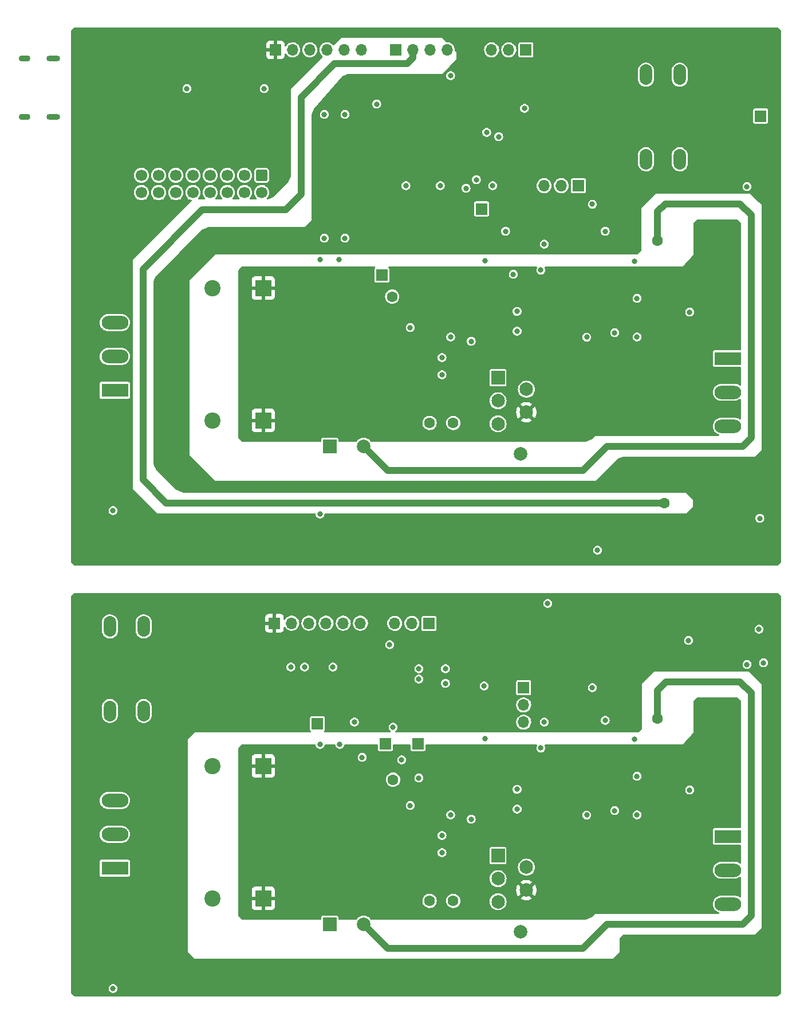
<source format=gbr>
%TF.GenerationSoftware,KiCad,Pcbnew,(6.0.7)*%
%TF.CreationDate,2022-10-24T20:42:29-04:00*%
%TF.ProjectId,LabPowerSupply,4c616250-6f77-4657-9253-7570706c792e,rev?*%
%TF.SameCoordinates,Original*%
%TF.FileFunction,Copper,L2,Inr*%
%TF.FilePolarity,Positive*%
%FSLAX46Y46*%
G04 Gerber Fmt 4.6, Leading zero omitted, Abs format (unit mm)*
G04 Created by KiCad (PCBNEW (6.0.7)) date 2022-10-24 20:42:29*
%MOMM*%
%LPD*%
G01*
G04 APERTURE LIST*
G04 Aperture macros list*
%AMRoundRect*
0 Rectangle with rounded corners*
0 $1 Rounding radius*
0 $2 $3 $4 $5 $6 $7 $8 $9 X,Y pos of 4 corners*
0 Add a 4 corners polygon primitive as box body*
4,1,4,$2,$3,$4,$5,$6,$7,$8,$9,$2,$3,0*
0 Add four circle primitives for the rounded corners*
1,1,$1+$1,$2,$3*
1,1,$1+$1,$4,$5*
1,1,$1+$1,$6,$7*
1,1,$1+$1,$8,$9*
0 Add four rect primitives between the rounded corners*
20,1,$1+$1,$2,$3,$4,$5,0*
20,1,$1+$1,$4,$5,$6,$7,0*
20,1,$1+$1,$6,$7,$8,$9,0*
20,1,$1+$1,$8,$9,$2,$3,0*%
G04 Aperture macros list end*
%TA.AperFunction,ComponentPad*%
%ADD10C,1.600000*%
%TD*%
%TA.AperFunction,ComponentPad*%
%ADD11R,1.700000X1.700000*%
%TD*%
%TA.AperFunction,ComponentPad*%
%ADD12O,1.700000X1.700000*%
%TD*%
%TA.AperFunction,ComponentPad*%
%ADD13R,3.960000X1.980000*%
%TD*%
%TA.AperFunction,ComponentPad*%
%ADD14O,3.960000X1.980000*%
%TD*%
%TA.AperFunction,ComponentPad*%
%ADD15R,2.400000X2.400000*%
%TD*%
%TA.AperFunction,ComponentPad*%
%ADD16C,2.400000*%
%TD*%
%TA.AperFunction,ComponentPad*%
%ADD17R,2.000000X2.000000*%
%TD*%
%TA.AperFunction,ComponentPad*%
%ADD18C,2.000000*%
%TD*%
%TA.AperFunction,ComponentPad*%
%ADD19O,1.850000X3.048000*%
%TD*%
%TA.AperFunction,ComponentPad*%
%ADD20R,1.995000X1.995000*%
%TD*%
%TA.AperFunction,ComponentPad*%
%ADD21C,1.995000*%
%TD*%
%TA.AperFunction,ComponentPad*%
%ADD22RoundRect,0.250000X-0.600000X0.600000X-0.600000X-0.600000X0.600000X-0.600000X0.600000X0.600000X0*%
%TD*%
%TA.AperFunction,ComponentPad*%
%ADD23C,1.700000*%
%TD*%
%TA.AperFunction,ComponentPad*%
%ADD24O,2.000000X0.900000*%
%TD*%
%TA.AperFunction,ComponentPad*%
%ADD25O,1.700000X0.900000*%
%TD*%
%TA.AperFunction,ViaPad*%
%ADD26C,0.800000*%
%TD*%
%TA.AperFunction,ViaPad*%
%ADD27C,2.000000*%
%TD*%
%TA.AperFunction,ViaPad*%
%ADD28C,1.600000*%
%TD*%
%TA.AperFunction,Conductor*%
%ADD29C,1.000000*%
%TD*%
G04 APERTURE END LIST*
D10*
%TO.N,/Channel Power Supply 1/Linear Voltage Regulator /Linear Input*%
%TO.C,C2_SVR1*%
X101219000Y-89789000D03*
%TO.N,GND1*%
X97719000Y-89789000D03*
%TD*%
D11*
%TO.N,Net-(J_Boot1-Pad1)*%
%TO.C,J_Boot1*%
X111974000Y-34671000D03*
D12*
%TO.N,Net-(J_Boot1-Pad2)*%
X109434000Y-34671000D03*
%TO.N,Net-(J_Boot1-Pad3)*%
X106894000Y-34671000D03*
%TD*%
D11*
%TO.N,/Channel Power Supply 1/ADC 2*%
%TO.C,ADC342_1*%
X119746000Y-54737000D03*
D12*
%TO.N,/Channel Power Supply 1/ADC 4*%
X117206000Y-54737000D03*
%TO.N,/Channel Power Supply 1/ADC 3*%
X114666000Y-54737000D03*
%TD*%
D13*
%TO.N,Net-(F_CS1-Pad2)*%
%TO.C,Output1*%
X141839000Y-80264000D03*
D14*
%TO.N,GND1*%
X141839000Y-85264000D03*
X141839000Y-90264000D03*
%TD*%
D11*
%TO.N,/Channel Power Supply 2/DAC 1*%
%TO.C,D1_2*%
X91186000Y-137160000D03*
%TD*%
D15*
%TO.N,VDD*%
%TO.C,C1_BR2*%
X73152000Y-140462000D03*
D16*
%TO.N,GND2*%
X65652000Y-140462000D03*
%TD*%
D11*
%TO.N,/Channel Power Supply 2/DAC 2*%
%TO.C,D2_2*%
X81153000Y-134239000D03*
%TD*%
%TO.N,Net-(J_Boot2-Pad1)*%
%TO.C,J_Boot2*%
X97648000Y-119405000D03*
D12*
%TO.N,Net-(J_Boot2-Pad2)*%
X95108000Y-119405000D03*
%TO.N,Net-(J_Boot2-Pad3)*%
X92568000Y-119405000D03*
%TD*%
D15*
%TO.N,VCC*%
%TO.C,C1_BR1*%
X73152000Y-69850000D03*
D16*
%TO.N,GND1*%
X65652000Y-69850000D03*
%TD*%
D11*
%TO.N,/Channel Power Supply 2/ADC 2*%
%TO.C,ADC342_2*%
X111633000Y-128920000D03*
D12*
%TO.N,/Channel Power Supply 2/ADC 4*%
X111633000Y-131460000D03*
%TO.N,/Channel Power Supply 2/ADC 3*%
X111633000Y-134000000D03*
%TD*%
D15*
%TO.N,VDD*%
%TO.C,C2_BR2*%
X73152000Y-160020000D03*
D16*
%TO.N,GND2*%
X65652000Y-160020000D03*
%TD*%
D17*
%TO.N,GND2*%
%TO.C,C5_CP2*%
X82976323Y-163830000D03*
D18*
%TO.N,/Channel Power Supply 2/Charge Pump/Negative*%
X87976323Y-163830000D03*
%TD*%
D19*
%TO.N,GND1*%
%TO.C,SW_Reset1*%
X134707000Y-50837000D03*
X134707000Y-38337000D03*
%TO.N,Net-(MCU_1-Pad7)*%
X129707000Y-50837000D03*
X129707000Y-38337000D03*
%TD*%
D15*
%TO.N,VCC*%
%TO.C,C2_BR1*%
X73152000Y-89408000D03*
D16*
%TO.N,GND1*%
X65652000Y-89408000D03*
%TD*%
D11*
%TO.N,/Channel Power Supply 1/DAC 2*%
%TO.C,D2_1*%
X146685000Y-44450000D03*
%TD*%
D13*
%TO.N,/Channel Power Supply 1/AC 2*%
%TO.C,Input1*%
X51191000Y-84963000D03*
D14*
%TO.N,GND1*%
X51191000Y-79963000D03*
%TO.N,/Channel Power Supply 1/AC 1*%
X51191000Y-74963000D03*
%TD*%
D20*
%TO.N,GND2*%
%TO.C,Linear2*%
X107844000Y-153726000D03*
D21*
%TO.N,Net-(C4_LVR2-Pad1)*%
X112035000Y-155426000D03*
%TO.N,/Channel Power Supply 2/Charge Pump/Charge*%
X107844000Y-157126000D03*
%TO.N,VDD*%
X112035000Y-158826000D03*
%TO.N,/Channel Power Supply 2/Linear Voltage Regulator /Linear Input*%
X107844000Y-160526000D03*
%TD*%
D13*
%TO.N,/Channel Power Supply 2/AC 2*%
%TO.C,Input2*%
X51191000Y-155575000D03*
D14*
%TO.N,GND2*%
X51191000Y-150575000D03*
%TO.N,/Channel Power Supply 2/AC 1*%
X51191000Y-145575000D03*
%TD*%
D10*
%TO.N,/Channel Power Supply 2/Linear Voltage Regulator /Linear Input*%
%TO.C,C2_SVR2*%
X101219000Y-160401000D03*
%TO.N,GND2*%
X97719000Y-160401000D03*
%TD*%
D17*
%TO.N,GND1*%
%TO.C,C5_CP1*%
X82976323Y-93218000D03*
D18*
%TO.N,/Channel Power Supply 1/Charge Pump/Negative*%
X87976323Y-93218000D03*
%TD*%
D11*
%TO.N,/Channel Power Supply 1/ADC 1*%
%TO.C,A1_1*%
X105410000Y-58166000D03*
%TD*%
D20*
%TO.N,GND1*%
%TO.C,Linear1*%
X107844000Y-83114000D03*
D21*
%TO.N,Net-(C4_LVR1-Pad1)*%
X112035000Y-84814000D03*
%TO.N,/Channel Power Supply 1/Charge Pump/Charge*%
X107844000Y-86514000D03*
%TO.N,VCC*%
X112035000Y-88214000D03*
%TO.N,/Channel Power Supply 1/Linear Voltage Regulator /Linear Input*%
X107844000Y-89914000D03*
%TD*%
D11*
%TO.N,/Channel Power Supply 1/DAC 1*%
%TO.C,D1_1*%
X90678000Y-67945000D03*
%TD*%
D13*
%TO.N,Net-(F_CS2-Pad2)*%
%TO.C,Output2*%
X141839000Y-150876000D03*
D14*
%TO.N,GND2*%
X141839000Y-155876000D03*
X141839000Y-160876000D03*
%TD*%
D11*
%TO.N,+3.3V*%
%TO.C,J_STLink1*%
X74930000Y-34671000D03*
D12*
%TO.N,/Primary Controller/SW_CLK*%
X77470000Y-34671000D03*
%TO.N,GND1*%
X80010000Y-34671000D03*
%TO.N,/Primary Controller/SW_DIO*%
X82550000Y-34671000D03*
%TO.N,Net-(MCU_1-Pad7)*%
X85090000Y-34671000D03*
%TO.N,/Primary Controller/SWO*%
X87630000Y-34671000D03*
%TD*%
D11*
%TO.N,/Channel Power Supply 2/ADC 1*%
%TO.C,A1_2*%
X96012000Y-137160000D03*
%TD*%
D22*
%TO.N,GND1*%
%TO.C,Front_Panel1*%
X72898000Y-53213000D03*
D23*
%TO.N,Net-(Front_Panel1-Pad2)*%
X72898000Y-55753000D03*
%TO.N,Net-(Front_Panel1-Pad3)*%
X70358000Y-53213000D03*
%TO.N,Net-(Front_Panel1-Pad4)*%
X70358000Y-55753000D03*
%TO.N,Net-(Front_Panel1-Pad5)*%
X67818000Y-53213000D03*
%TO.N,Net-(Front_Panel1-Pad6)*%
X67818000Y-55753000D03*
%TO.N,Net-(Front_Panel1-Pad7)*%
X65278000Y-53213000D03*
%TO.N,Net-(Front_Panel1-Pad8)*%
X65278000Y-55753000D03*
%TO.N,Net-(Front_Panel1-Pad9)*%
X62738000Y-53213000D03*
%TO.N,Net-(Front_Panel1-Pad10)*%
X62738000Y-55753000D03*
%TO.N,Net-(Front_Panel1-Pad11)*%
X60198000Y-53213000D03*
%TO.N,Net-(Front_Panel1-Pad12)*%
X60198000Y-55753000D03*
%TO.N,Net-(Front_Panel1-Pad13)*%
X57658000Y-53213000D03*
%TO.N,Net-(Front_Panel1-Pad14)*%
X57658000Y-55753000D03*
%TO.N,GND1*%
X55118000Y-53213000D03*
%TO.N,Net-(Front_Panel1-Pad16)*%
X55118000Y-55753000D03*
%TD*%
D11*
%TO.N,GND1*%
%TO.C,J_I2C1*%
X92710000Y-34671000D03*
D12*
%TO.N,/Channel 1 Power Rails/5 Volts*%
X95250000Y-34671000D03*
%TO.N,/Primary Controller/I2C SDA*%
X97790000Y-34671000D03*
%TO.N,/Primary Controller/I2C SCL*%
X100330000Y-34671000D03*
%TD*%
D11*
%TO.N,+3.3VA*%
%TO.C,J_STLink2*%
X74803000Y-119380000D03*
D12*
%TO.N,Net-(J_STLink2-Pad2)*%
X77343000Y-119380000D03*
%TO.N,GND2*%
X79883000Y-119380000D03*
%TO.N,Net-(J_STLink2-Pad4)*%
X82423000Y-119380000D03*
%TO.N,Net-(J_STLink2-Pad5)*%
X84963000Y-119380000D03*
%TO.N,Net-(J_STLink2-Pad6)*%
X87503000Y-119380000D03*
%TD*%
D19*
%TO.N,GND2*%
%TO.C,SW_Reset2*%
X50459000Y-132351000D03*
X50459000Y-119851000D03*
%TO.N,Net-(J_STLink2-Pad5)*%
X55459000Y-119851000D03*
X55459000Y-132351000D03*
%TD*%
D24*
%TO.N,GND1*%
%TO.C,J_USB1*%
X42062000Y-44579000D03*
X42062000Y-35939000D03*
D25*
X37892000Y-35939000D03*
X37892000Y-44579000D03*
%TD*%
D26*
%TO.N,/Channel Power Supply 2/DAC 2*%
X147098500Y-125222000D03*
X92329000Y-134747000D03*
D27*
%TO.N,VDD*%
X89662000Y-141732000D03*
X120191000Y-161573500D03*
D28*
X142367000Y-133350000D03*
X93091000Y-161290000D03*
D26*
%TO.N,GND2*%
X115189000Y-116459000D03*
X105791000Y-128651000D03*
X121793000Y-128905000D03*
X96139000Y-127635000D03*
X99568000Y-153289000D03*
D28*
X92329000Y-142494000D03*
D26*
X86614000Y-133985000D03*
X83439000Y-125857000D03*
X146431000Y-120269000D03*
X105918000Y-136398000D03*
X136176500Y-144018000D03*
X50927000Y-173355000D03*
X136017000Y-121920000D03*
X81534000Y-137287000D03*
X128016000Y-136525000D03*
X91821000Y-122555000D03*
X120953000Y-147729500D03*
X99568000Y-150749000D03*
X128397000Y-141986000D03*
X125095000Y-147066000D03*
D27*
X111174000Y-165002500D03*
D28*
%TO.N,GND1*%
X92202000Y-71120000D03*
D26*
X50927000Y-102743000D03*
X89916000Y-42672000D03*
X81534000Y-65659000D03*
X121793000Y-57468000D03*
X106172000Y-46863000D03*
X103124000Y-55118000D03*
X128016000Y-65913000D03*
X73279000Y-40386000D03*
X111760000Y-43307000D03*
X94234000Y-54737000D03*
X99568000Y-82677000D03*
X99568000Y-80137000D03*
X100838000Y-38481000D03*
X136176500Y-73406000D03*
X61849000Y-40386000D03*
X120953000Y-77117500D03*
X125095000Y-76454000D03*
X122555000Y-108585000D03*
D27*
X111174000Y-94390500D03*
D26*
X105918000Y-65786000D03*
X128397000Y-71374000D03*
%TO.N,+3.3VA*%
X128397000Y-147701000D03*
X85217000Y-133985000D03*
D28*
X129667000Y-166624000D03*
D26*
X93218000Y-122555000D03*
X96139000Y-129159000D03*
X105918000Y-134493000D03*
X135890000Y-118491000D03*
X83439000Y-124460000D03*
%TO.N,+3.3V*%
X101727000Y-55118000D03*
X102235000Y-38481000D03*
X89916000Y-41275000D03*
X92837000Y-54737000D03*
X106172000Y-61468000D03*
X135890000Y-107315000D03*
X128397000Y-77089000D03*
D28*
X129667000Y-96012000D03*
D26*
X106172000Y-48260000D03*
X115951000Y-38354000D03*
D28*
%TO.N,/Channel Power Supply 2/Charge Pump/Negative*%
X131445000Y-133477000D03*
%TO.N,/Channel Power Supply 1/Charge Pump/Negative*%
X131445000Y-62865000D03*
%TO.N,VCC*%
X93091000Y-90678000D03*
X142367000Y-62738000D03*
D27*
X120191000Y-90961500D03*
X89662000Y-71120000D03*
D26*
%TO.N,/Channel Power Supply 1/Charge Pump/Charge*%
X110109000Y-67818000D03*
%TO.N,/Channel Power Supply 2/Differential Op-Amp Circuit/Set Voltage*%
X114173000Y-137824500D03*
%TO.N,/Channel Power Supply 1/Differential Op-Amp Circuit/Set Voltage*%
X114173000Y-67212500D03*
D28*
%TO.N,/Channel 1 Power Rails/5 Volts*%
X132461000Y-101600000D03*
D26*
%TO.N,/Channel Power Supply 2/On{slash}Off*%
X93599000Y-139573000D03*
X103886000Y-148336000D03*
X87757000Y-139192000D03*
X96139000Y-142240000D03*
%TO.N,/Channel Power Supply 1/On{slash}Off*%
X99314000Y-54737000D03*
X108966000Y-61468000D03*
X107061000Y-54737000D03*
X103886000Y-77724000D03*
%TO.N,Net-(Q1_LVR1-Pad1)*%
X110666000Y-73306500D03*
%TO.N,/Channel Power Supply 2/Current Sense /Output*%
X123698000Y-133731000D03*
%TO.N,/Channel Power Supply 1/Current Sense /Output*%
X123698000Y-61468000D03*
%TO.N,Net-(Q1_LVR2-Pad1)*%
X110666000Y-143918500D03*
%TO.N,Net-(Q2_LVR1-Pad1)*%
X110666000Y-76227500D03*
%TO.N,/Channel Power Supply 2/Differential Op-Amp Circuit/3.3 Volts*%
X144653000Y-125476000D03*
%TO.N,/Channel Power Supply 1/Differential Op-Amp Circuit/3.3 Volts*%
X144653000Y-54864000D03*
%TO.N,/Channel Power Supply 2/ADC 1*%
X84455000Y-137287000D03*
%TO.N,/Channel Power Supply 1/ADC 1*%
X84328000Y-65659000D03*
X104648000Y-53848000D03*
%TO.N,/Channel Power Supply 2/Switching Voltage Regulator/FeedBack*%
X94869000Y-146304000D03*
%TO.N,/Channel Power Supply 1/Switching Voltage Regulator/FeedBack*%
X94869000Y-75692000D03*
%TO.N,Net-(Q2_LVR2-Pad1)*%
X110666000Y-146839500D03*
%TO.N,Net-(Q3_LVR1-Pad1)*%
X100838000Y-77089000D03*
%TO.N,Net-(Q3_LVR2-Pad1)*%
X100838000Y-147701000D03*
%TO.N,/Channel Power Supply 2/ADC 3*%
X114681000Y-133985000D03*
%TO.N,/Optocouplers/TX1*%
X81534000Y-103251000D03*
X82169000Y-44196000D03*
X146558000Y-103886000D03*
X82169000Y-62484000D03*
%TO.N,/Optocouplers/RX 1*%
X85217000Y-44196000D03*
X85217000Y-62484000D03*
%TO.N,/Optocouplers/TX 2*%
X100076000Y-126111000D03*
X77216000Y-125857000D03*
%TO.N,/Optocouplers/RX 2*%
X100076000Y-128270000D03*
X79248000Y-125857000D03*
%TO.N,/Channel Power Supply 1/ADC 3*%
X114681000Y-63373000D03*
%TO.N,Net-(MCU_1-Pad7)*%
X107950000Y-47498000D03*
%TO.N,Net-(J_STLink2-Pad5)*%
X96139000Y-126111000D03*
%TD*%
D29*
%TO.N,/Channel Power Supply 2/Charge Pump/Negative*%
X145288000Y-162560000D02*
X144018000Y-163830000D01*
X132715000Y-128016000D02*
X143605250Y-128016000D01*
X145288000Y-129698750D02*
X145288000Y-162560000D01*
X123952000Y-163830000D02*
X120396000Y-167386000D01*
X120396000Y-167386000D02*
X91532323Y-167386000D01*
X91532323Y-167386000D02*
X87976323Y-163830000D01*
X131445000Y-133477000D02*
X131445000Y-129286000D01*
X131445000Y-129286000D02*
X132715000Y-128016000D01*
X144018000Y-163830000D02*
X123952000Y-163830000D01*
X143605250Y-128016000D02*
X145288000Y-129698750D01*
%TO.N,/Channel Power Supply 1/Charge Pump/Negative*%
X91532323Y-96774000D02*
X87976323Y-93218000D01*
X131445000Y-62865000D02*
X131445000Y-58547000D01*
X145288000Y-59055000D02*
X145288000Y-91948000D01*
X145288000Y-91948000D02*
X144018000Y-93218000D01*
X120396000Y-96774000D02*
X91532323Y-96774000D01*
X143637000Y-57404000D02*
X145288000Y-59055000D01*
X123952000Y-93218000D02*
X120396000Y-96774000D01*
X132588000Y-57404000D02*
X143637000Y-57404000D01*
X131445000Y-58547000D02*
X132588000Y-57404000D01*
X144018000Y-93218000D02*
X123952000Y-93218000D01*
%TO.N,/Channel 1 Power Rails/5 Volts*%
X55372000Y-98171000D02*
X55372000Y-67056000D01*
X64135000Y-58293000D02*
X76454000Y-58293000D01*
X132461000Y-101600000D02*
X58801000Y-101600000D01*
X78740000Y-56007000D02*
X78740000Y-41656000D01*
X95250000Y-35873081D02*
X95250000Y-34671000D01*
X58801000Y-101600000D02*
X55372000Y-98171000D01*
X94420081Y-36703000D02*
X95250000Y-35873081D01*
X83693000Y-36703000D02*
X94420081Y-36703000D01*
X76454000Y-58293000D02*
X78740000Y-56007000D01*
X55372000Y-67056000D02*
X64135000Y-58293000D01*
X78740000Y-41656000D02*
X83693000Y-36703000D01*
%TD*%
%TA.AperFunction,Conductor*%
%TO.N,+3.3V*%
G36*
X62230000Y-98298000D02*
G01*
X60706000Y-98298000D01*
X60706000Y-68453000D01*
X62230000Y-68453000D01*
X62230000Y-98298000D01*
G37*
%TD.AperFunction*%
%TD*%
%TA.AperFunction,Conductor*%
%TO.N,+3.3V*%
G36*
X80264000Y-60833000D02*
G01*
X79248000Y-60833000D01*
X80264000Y-59817000D01*
X80264000Y-60833000D01*
G37*
%TD.AperFunction*%
%TD*%
%TA.AperFunction,Conductor*%
%TO.N,+3.3VA*%
G36*
X61976000Y-168910000D02*
G01*
X44704000Y-168910000D01*
X44704000Y-154559933D01*
X48956500Y-154559933D01*
X48956501Y-156590066D01*
X48971266Y-156664301D01*
X49027516Y-156748484D01*
X49111699Y-156804734D01*
X49185933Y-156819500D01*
X51190838Y-156819500D01*
X53196066Y-156819499D01*
X53231818Y-156812388D01*
X53258126Y-156807156D01*
X53258128Y-156807155D01*
X53270301Y-156804734D01*
X53280621Y-156797839D01*
X53280622Y-156797838D01*
X53344168Y-156755377D01*
X53354484Y-156748484D01*
X53410734Y-156664301D01*
X53425500Y-156590067D01*
X53425499Y-154559934D01*
X53410734Y-154485699D01*
X53354484Y-154401516D01*
X53270301Y-154345266D01*
X53196067Y-154330500D01*
X51191163Y-154330500D01*
X49185934Y-154330501D01*
X49150182Y-154337612D01*
X49123874Y-154342844D01*
X49123872Y-154342845D01*
X49111699Y-154345266D01*
X49101379Y-154352161D01*
X49101378Y-154352162D01*
X49040985Y-154392516D01*
X49027516Y-154401516D01*
X48971266Y-154485699D01*
X48956500Y-154559933D01*
X44704000Y-154559933D01*
X44704000Y-150614249D01*
X48952087Y-150614249D01*
X48978775Y-150834792D01*
X49044097Y-151047123D01*
X49046667Y-151052103D01*
X49046669Y-151052107D01*
X49113515Y-151181619D01*
X49145987Y-151244532D01*
X49281225Y-151420777D01*
X49285370Y-151424548D01*
X49285373Y-151424552D01*
X49429262Y-151555481D01*
X49445535Y-151570288D01*
X49560261Y-151642255D01*
X49628969Y-151685356D01*
X49628973Y-151685358D01*
X49633725Y-151688339D01*
X49839846Y-151771199D01*
X50057383Y-151816249D01*
X50061994Y-151816515D01*
X50061995Y-151816515D01*
X50111942Y-151819395D01*
X50111946Y-151819395D01*
X50113765Y-151819500D01*
X52237360Y-151819500D01*
X52240147Y-151819251D01*
X52240153Y-151819251D01*
X52309317Y-151813078D01*
X52402273Y-151804782D01*
X52616551Y-151746162D01*
X52621609Y-151743750D01*
X52621613Y-151743748D01*
X52811996Y-151652940D01*
X52811998Y-151652939D01*
X52817063Y-151650523D01*
X52997469Y-151520888D01*
X53094483Y-151420777D01*
X53148164Y-151365383D01*
X53148166Y-151365381D01*
X53152067Y-151361355D01*
X53195304Y-151297012D01*
X53272845Y-151181619D01*
X53272848Y-151181613D01*
X53275971Y-151176966D01*
X53365265Y-150973549D01*
X53417125Y-150757535D01*
X53429913Y-150535751D01*
X53403225Y-150315208D01*
X53337903Y-150102877D01*
X53270887Y-149973034D01*
X53238584Y-149910449D01*
X53238583Y-149910448D01*
X53236013Y-149905468D01*
X53100775Y-149729223D01*
X53096630Y-149725452D01*
X53096627Y-149725448D01*
X52940618Y-149583491D01*
X52936465Y-149579712D01*
X52804706Y-149497060D01*
X52753031Y-149464644D01*
X52753027Y-149464642D01*
X52748275Y-149461661D01*
X52542154Y-149378801D01*
X52324617Y-149333751D01*
X52320006Y-149333485D01*
X52320005Y-149333485D01*
X52270058Y-149330605D01*
X52270054Y-149330605D01*
X52268235Y-149330500D01*
X50144640Y-149330500D01*
X50141853Y-149330749D01*
X50141847Y-149330749D01*
X50072683Y-149336922D01*
X49979727Y-149345218D01*
X49765449Y-149403838D01*
X49760391Y-149406250D01*
X49760387Y-149406252D01*
X49648610Y-149459567D01*
X49564937Y-149499477D01*
X49384531Y-149629112D01*
X49380626Y-149633142D01*
X49283204Y-149733674D01*
X49229933Y-149788645D01*
X49226806Y-149793299D01*
X49109155Y-149968381D01*
X49109152Y-149968387D01*
X49106029Y-149973034D01*
X49016735Y-150176451D01*
X48964875Y-150392465D01*
X48952087Y-150614249D01*
X44704000Y-150614249D01*
X44704000Y-145614249D01*
X48952087Y-145614249D01*
X48978775Y-145834792D01*
X49044097Y-146047123D01*
X49046667Y-146052103D01*
X49046669Y-146052107D01*
X49113515Y-146181619D01*
X49145987Y-146244532D01*
X49281225Y-146420777D01*
X49285370Y-146424548D01*
X49285373Y-146424552D01*
X49429262Y-146555481D01*
X49445535Y-146570288D01*
X49560261Y-146642255D01*
X49628969Y-146685356D01*
X49628973Y-146685358D01*
X49633725Y-146688339D01*
X49839846Y-146771199D01*
X50057383Y-146816249D01*
X50061994Y-146816515D01*
X50061995Y-146816515D01*
X50111942Y-146819395D01*
X50111946Y-146819395D01*
X50113765Y-146819500D01*
X52237360Y-146819500D01*
X52240147Y-146819251D01*
X52240153Y-146819251D01*
X52309317Y-146813078D01*
X52402273Y-146804782D01*
X52616551Y-146746162D01*
X52621609Y-146743750D01*
X52621613Y-146743748D01*
X52811996Y-146652940D01*
X52811998Y-146652939D01*
X52817063Y-146650523D01*
X52997469Y-146520888D01*
X53094483Y-146420777D01*
X53148164Y-146365383D01*
X53148166Y-146365381D01*
X53152067Y-146361355D01*
X53195304Y-146297012D01*
X53272845Y-146181619D01*
X53272848Y-146181613D01*
X53275971Y-146176966D01*
X53365265Y-145973549D01*
X53417125Y-145757535D01*
X53429913Y-145535751D01*
X53403225Y-145315208D01*
X53337903Y-145102877D01*
X53270887Y-144973034D01*
X53238584Y-144910449D01*
X53238583Y-144910448D01*
X53236013Y-144905468D01*
X53100775Y-144729223D01*
X53096630Y-144725452D01*
X53096627Y-144725448D01*
X52940618Y-144583491D01*
X52936465Y-144579712D01*
X52804706Y-144497060D01*
X52753031Y-144464644D01*
X52753027Y-144464642D01*
X52748275Y-144461661D01*
X52542154Y-144378801D01*
X52324617Y-144333751D01*
X52320006Y-144333485D01*
X52320005Y-144333485D01*
X52270058Y-144330605D01*
X52270054Y-144330605D01*
X52268235Y-144330500D01*
X50144640Y-144330500D01*
X50141853Y-144330749D01*
X50141847Y-144330749D01*
X50072683Y-144336922D01*
X49979727Y-144345218D01*
X49765449Y-144403838D01*
X49760391Y-144406250D01*
X49760387Y-144406252D01*
X49648610Y-144459567D01*
X49564937Y-144499477D01*
X49384531Y-144629112D01*
X49380626Y-144633142D01*
X49283204Y-144733674D01*
X49229933Y-144788645D01*
X49226806Y-144793299D01*
X49109155Y-144968381D01*
X49109152Y-144968387D01*
X49106029Y-144973034D01*
X49016735Y-145176451D01*
X48964875Y-145392465D01*
X48952087Y-145614249D01*
X44704000Y-145614249D01*
X44704000Y-135509000D01*
X61976000Y-135509000D01*
X61976000Y-168910000D01*
G37*
%TD.AperFunction*%
%TD*%
%TA.AperFunction,Conductor*%
%TO.N,+3.3VA*%
G36*
X149733000Y-173937810D02*
G01*
X149712998Y-174005931D01*
X149696095Y-174026905D01*
X149261905Y-174461095D01*
X149199593Y-174495121D01*
X149172810Y-174498000D01*
X45264190Y-174498000D01*
X45196069Y-174477998D01*
X45175095Y-174461095D01*
X44740905Y-174026905D01*
X44706879Y-173964593D01*
X44704000Y-173937810D01*
X44704000Y-173348096D01*
X50267729Y-173348096D01*
X50285113Y-173505553D01*
X50339553Y-173654319D01*
X50427908Y-173785805D01*
X50433527Y-173790918D01*
X50433528Y-173790919D01*
X50444903Y-173801269D01*
X50545076Y-173892419D01*
X50684293Y-173968008D01*
X50837522Y-174008207D01*
X50921477Y-174009526D01*
X50988319Y-174010576D01*
X50988322Y-174010576D01*
X50995916Y-174010695D01*
X51150332Y-173975329D01*
X51224931Y-173937810D01*
X51285072Y-173907563D01*
X51285075Y-173907561D01*
X51291855Y-173904151D01*
X51297626Y-173899222D01*
X51297629Y-173899220D01*
X51406536Y-173806204D01*
X51406536Y-173806203D01*
X51412314Y-173801269D01*
X51504755Y-173672624D01*
X51563842Y-173525641D01*
X51586162Y-173368807D01*
X51586307Y-173355000D01*
X51567276Y-173197733D01*
X51511280Y-173049546D01*
X51421553Y-172918992D01*
X51303275Y-172813611D01*
X51295889Y-172809700D01*
X51169988Y-172743039D01*
X51169989Y-172743039D01*
X51163274Y-172739484D01*
X51009633Y-172700892D01*
X51002034Y-172700852D01*
X51002033Y-172700852D01*
X50936181Y-172700507D01*
X50851221Y-172700062D01*
X50843841Y-172701834D01*
X50843839Y-172701834D01*
X50704563Y-172735271D01*
X50704560Y-172735272D01*
X50697184Y-172737043D01*
X50556414Y-172809700D01*
X50437039Y-172913838D01*
X50345950Y-173043444D01*
X50288406Y-173191037D01*
X50267729Y-173348096D01*
X44704000Y-173348096D01*
X44704000Y-168910000D01*
X125857000Y-168910000D01*
X125857000Y-165914190D01*
X125877002Y-165846069D01*
X125893905Y-165825095D01*
X126328095Y-165390905D01*
X126390407Y-165356879D01*
X126417190Y-165354000D01*
X149733000Y-165354000D01*
X149733000Y-173937810D01*
G37*
%TD.AperFunction*%
%TD*%
%TA.AperFunction,Conductor*%
%TO.N,+3.3VA*%
G36*
X130573622Y-126864825D02*
G01*
X130573623Y-126864825D01*
X129522092Y-127943695D01*
X129522091Y-127943697D01*
X129159000Y-128316228D01*
X129159000Y-126492000D01*
X130937000Y-126492000D01*
X130573622Y-126864825D01*
G37*
%TD.AperFunction*%
%TD*%
%TA.AperFunction,Conductor*%
%TO.N,+3.3V*%
G36*
X79480720Y-35645812D02*
G01*
X79486023Y-35648090D01*
X79486026Y-35648092D01*
X79574707Y-35686192D01*
X79667228Y-35725942D01*
X79740244Y-35742464D01*
X79859579Y-35769467D01*
X79859584Y-35769468D01*
X79865216Y-35770742D01*
X79870987Y-35770969D01*
X79870989Y-35770969D01*
X79930756Y-35773317D01*
X80068053Y-35778712D01*
X80168499Y-35764148D01*
X80263231Y-35750413D01*
X80263236Y-35750412D01*
X80268945Y-35749584D01*
X80274409Y-35747729D01*
X80274414Y-35747728D01*
X80455693Y-35686192D01*
X80455698Y-35686190D01*
X80461165Y-35684334D01*
X80638276Y-35585147D01*
X80668512Y-35560000D01*
X81876009Y-35560000D01*
X81900944Y-35589838D01*
X81909791Y-35660281D01*
X81875316Y-35727780D01*
X77216000Y-40417750D01*
X77216000Y-35746029D01*
X77319579Y-35769467D01*
X77319584Y-35769468D01*
X77325216Y-35770742D01*
X77330987Y-35770969D01*
X77330989Y-35770969D01*
X77390756Y-35773317D01*
X77528053Y-35778712D01*
X77628499Y-35764148D01*
X77723231Y-35750413D01*
X77723236Y-35750412D01*
X77728945Y-35749584D01*
X77734409Y-35747729D01*
X77734414Y-35747728D01*
X77915693Y-35686192D01*
X77915698Y-35686190D01*
X77921165Y-35684334D01*
X78098276Y-35585147D01*
X78128512Y-35560000D01*
X79352294Y-35560000D01*
X79480720Y-35645812D01*
G37*
%TD.AperFunction*%
%TD*%
%TA.AperFunction,Conductor*%
%TO.N,+3.3V*%
G36*
X53848000Y-103124000D02*
G01*
X51459215Y-103124000D01*
X51504755Y-103060624D01*
X51563842Y-102913641D01*
X51586162Y-102756807D01*
X51586307Y-102743000D01*
X51567276Y-102585733D01*
X51511280Y-102437546D01*
X51421553Y-102306992D01*
X51303275Y-102201611D01*
X51295889Y-102197700D01*
X51169988Y-102131039D01*
X51169989Y-102131039D01*
X51163274Y-102127484D01*
X51009633Y-102088892D01*
X51002034Y-102088852D01*
X51002033Y-102088852D01*
X50936181Y-102088507D01*
X50851221Y-102088062D01*
X50843841Y-102089834D01*
X50843839Y-102089834D01*
X50704563Y-102123271D01*
X50704560Y-102123272D01*
X50697184Y-102125043D01*
X50556414Y-102197700D01*
X50437039Y-102301838D01*
X50345950Y-102431444D01*
X50288406Y-102579037D01*
X50267729Y-102736096D01*
X50285113Y-102893553D01*
X50339553Y-103042319D01*
X50394440Y-103124000D01*
X44704000Y-103124000D01*
X44704000Y-83947933D01*
X48956500Y-83947933D01*
X48956501Y-85978066D01*
X48971266Y-86052301D01*
X49027516Y-86136484D01*
X49111699Y-86192734D01*
X49185933Y-86207500D01*
X51190838Y-86207500D01*
X53196066Y-86207499D01*
X53231818Y-86200388D01*
X53258126Y-86195156D01*
X53258128Y-86195155D01*
X53270301Y-86192734D01*
X53280621Y-86185839D01*
X53280622Y-86185838D01*
X53344168Y-86143377D01*
X53354484Y-86136484D01*
X53410734Y-86052301D01*
X53425500Y-85978067D01*
X53425499Y-83947934D01*
X53410734Y-83873699D01*
X53354484Y-83789516D01*
X53270301Y-83733266D01*
X53196067Y-83718500D01*
X51191163Y-83718500D01*
X49185934Y-83718501D01*
X49150182Y-83725612D01*
X49123874Y-83730844D01*
X49123872Y-83730845D01*
X49111699Y-83733266D01*
X49101379Y-83740161D01*
X49101378Y-83740162D01*
X49040985Y-83780516D01*
X49027516Y-83789516D01*
X48971266Y-83873699D01*
X48956500Y-83947933D01*
X44704000Y-83947933D01*
X44704000Y-80002249D01*
X48952087Y-80002249D01*
X48978775Y-80222792D01*
X49044097Y-80435123D01*
X49046667Y-80440103D01*
X49046669Y-80440107D01*
X49113515Y-80569619D01*
X49145987Y-80632532D01*
X49281225Y-80808777D01*
X49285370Y-80812548D01*
X49285373Y-80812552D01*
X49429262Y-80943481D01*
X49445535Y-80958288D01*
X49560261Y-81030255D01*
X49628969Y-81073356D01*
X49628973Y-81073358D01*
X49633725Y-81076339D01*
X49839846Y-81159199D01*
X50057383Y-81204249D01*
X50061994Y-81204515D01*
X50061995Y-81204515D01*
X50111942Y-81207395D01*
X50111946Y-81207395D01*
X50113765Y-81207500D01*
X52237360Y-81207500D01*
X52240147Y-81207251D01*
X52240153Y-81207251D01*
X52309317Y-81201078D01*
X52402273Y-81192782D01*
X52616551Y-81134162D01*
X52621609Y-81131750D01*
X52621613Y-81131748D01*
X52811996Y-81040940D01*
X52811998Y-81040939D01*
X52817063Y-81038523D01*
X52997469Y-80908888D01*
X53094483Y-80808777D01*
X53148164Y-80753383D01*
X53148166Y-80753381D01*
X53152067Y-80749355D01*
X53195304Y-80685012D01*
X53272845Y-80569619D01*
X53272848Y-80569613D01*
X53275971Y-80564966D01*
X53365265Y-80361549D01*
X53417125Y-80145535D01*
X53429913Y-79923751D01*
X53403225Y-79703208D01*
X53337903Y-79490877D01*
X53270887Y-79361034D01*
X53238584Y-79298449D01*
X53238583Y-79298448D01*
X53236013Y-79293468D01*
X53100775Y-79117223D01*
X53096630Y-79113452D01*
X53096627Y-79113448D01*
X52940618Y-78971491D01*
X52936465Y-78967712D01*
X52804706Y-78885060D01*
X52753031Y-78852644D01*
X52753027Y-78852642D01*
X52748275Y-78849661D01*
X52542154Y-78766801D01*
X52324617Y-78721751D01*
X52320006Y-78721485D01*
X52320005Y-78721485D01*
X52270058Y-78718605D01*
X52270054Y-78718605D01*
X52268235Y-78718500D01*
X50144640Y-78718500D01*
X50141853Y-78718749D01*
X50141847Y-78718749D01*
X50072683Y-78724922D01*
X49979727Y-78733218D01*
X49765449Y-78791838D01*
X49760391Y-78794250D01*
X49760387Y-78794252D01*
X49648610Y-78847567D01*
X49564937Y-78887477D01*
X49384531Y-79017112D01*
X49380626Y-79021142D01*
X49283204Y-79121674D01*
X49229933Y-79176645D01*
X49226806Y-79181299D01*
X49109155Y-79356381D01*
X49109152Y-79356387D01*
X49106029Y-79361034D01*
X49016735Y-79564451D01*
X48964875Y-79780465D01*
X48952087Y-80002249D01*
X44704000Y-80002249D01*
X44704000Y-75002249D01*
X48952087Y-75002249D01*
X48978775Y-75222792D01*
X49044097Y-75435123D01*
X49046667Y-75440103D01*
X49046669Y-75440107D01*
X49113515Y-75569619D01*
X49145987Y-75632532D01*
X49281225Y-75808777D01*
X49285370Y-75812548D01*
X49285373Y-75812552D01*
X49429262Y-75943481D01*
X49445535Y-75958288D01*
X49560261Y-76030255D01*
X49628969Y-76073356D01*
X49628973Y-76073358D01*
X49633725Y-76076339D01*
X49839846Y-76159199D01*
X50057383Y-76204249D01*
X50061994Y-76204515D01*
X50061995Y-76204515D01*
X50111942Y-76207395D01*
X50111946Y-76207395D01*
X50113765Y-76207500D01*
X52237360Y-76207500D01*
X52240147Y-76207251D01*
X52240153Y-76207251D01*
X52309317Y-76201078D01*
X52402273Y-76192782D01*
X52616551Y-76134162D01*
X52621609Y-76131750D01*
X52621613Y-76131748D01*
X52811996Y-76040940D01*
X52811998Y-76040939D01*
X52817063Y-76038523D01*
X52997469Y-75908888D01*
X53094483Y-75808777D01*
X53148164Y-75753383D01*
X53148166Y-75753381D01*
X53152067Y-75749355D01*
X53195304Y-75685012D01*
X53272845Y-75569619D01*
X53272848Y-75569613D01*
X53275971Y-75564966D01*
X53365265Y-75361549D01*
X53417125Y-75145535D01*
X53429913Y-74923751D01*
X53403225Y-74703208D01*
X53337903Y-74490877D01*
X53270887Y-74361034D01*
X53238584Y-74298449D01*
X53238583Y-74298448D01*
X53236013Y-74293468D01*
X53100775Y-74117223D01*
X53096630Y-74113452D01*
X53096627Y-74113448D01*
X52940618Y-73971491D01*
X52936465Y-73967712D01*
X52804706Y-73885060D01*
X52753031Y-73852644D01*
X52753027Y-73852642D01*
X52748275Y-73849661D01*
X52542154Y-73766801D01*
X52324617Y-73721751D01*
X52320006Y-73721485D01*
X52320005Y-73721485D01*
X52270058Y-73718605D01*
X52270054Y-73718605D01*
X52268235Y-73718500D01*
X50144640Y-73718500D01*
X50141853Y-73718749D01*
X50141847Y-73718749D01*
X50072683Y-73724922D01*
X49979727Y-73733218D01*
X49765449Y-73791838D01*
X49760391Y-73794250D01*
X49760387Y-73794252D01*
X49648610Y-73847567D01*
X49564937Y-73887477D01*
X49384531Y-74017112D01*
X49380626Y-74021142D01*
X49283204Y-74121674D01*
X49229933Y-74176645D01*
X49226806Y-74181299D01*
X49109155Y-74356381D01*
X49109152Y-74356387D01*
X49106029Y-74361034D01*
X49016735Y-74564451D01*
X48964875Y-74780465D01*
X48952087Y-75002249D01*
X44704000Y-75002249D01*
X44704000Y-56769000D01*
X53848000Y-56769000D01*
X53848000Y-103124000D01*
G37*
%TD.AperFunction*%
%TD*%
%TA.AperFunction,Conductor*%
%TO.N,VCC*%
G36*
X76327000Y-92583000D02*
G01*
X70029190Y-92583000D01*
X69961069Y-92562998D01*
X69940095Y-92546095D01*
X69505905Y-92111905D01*
X69471879Y-92049593D01*
X69469000Y-92022810D01*
X69469000Y-90652669D01*
X71444001Y-90652669D01*
X71444371Y-90659490D01*
X71449895Y-90710352D01*
X71453521Y-90725604D01*
X71498676Y-90846054D01*
X71507214Y-90861649D01*
X71583715Y-90963724D01*
X71596276Y-90976285D01*
X71698351Y-91052786D01*
X71713946Y-91061324D01*
X71834394Y-91106478D01*
X71849649Y-91110105D01*
X71900514Y-91115631D01*
X71907328Y-91116000D01*
X72879885Y-91116000D01*
X72895124Y-91111525D01*
X72896329Y-91110135D01*
X72898000Y-91102452D01*
X72898000Y-91097884D01*
X73406000Y-91097884D01*
X73410475Y-91113123D01*
X73411865Y-91114328D01*
X73419548Y-91115999D01*
X74396669Y-91115999D01*
X74403490Y-91115629D01*
X74454352Y-91110105D01*
X74469604Y-91106479D01*
X74590054Y-91061324D01*
X74605649Y-91052786D01*
X74707724Y-90976285D01*
X74720285Y-90963724D01*
X74796786Y-90861649D01*
X74805324Y-90846054D01*
X74850478Y-90725606D01*
X74854105Y-90710351D01*
X74859631Y-90659486D01*
X74860000Y-90652672D01*
X74860000Y-89680115D01*
X74855525Y-89664876D01*
X74854135Y-89663671D01*
X74846452Y-89662000D01*
X73424115Y-89662000D01*
X73408876Y-89666475D01*
X73407671Y-89667865D01*
X73406000Y-89675548D01*
X73406000Y-91097884D01*
X72898000Y-91097884D01*
X72898000Y-89680115D01*
X72893525Y-89664876D01*
X72892135Y-89663671D01*
X72884452Y-89662000D01*
X71462116Y-89662000D01*
X71446877Y-89666475D01*
X71445672Y-89667865D01*
X71444001Y-89675548D01*
X71444001Y-90652669D01*
X69469000Y-90652669D01*
X69469000Y-89135885D01*
X71444000Y-89135885D01*
X71448475Y-89151124D01*
X71449865Y-89152329D01*
X71457548Y-89154000D01*
X72879885Y-89154000D01*
X72895124Y-89149525D01*
X72896329Y-89148135D01*
X72898000Y-89140452D01*
X72898000Y-89135885D01*
X73406000Y-89135885D01*
X73410475Y-89151124D01*
X73411865Y-89152329D01*
X73419548Y-89154000D01*
X74841884Y-89154000D01*
X74857123Y-89149525D01*
X74858328Y-89148135D01*
X74859999Y-89140452D01*
X74859999Y-88163331D01*
X74859629Y-88156510D01*
X74854105Y-88105648D01*
X74850479Y-88090396D01*
X74805324Y-87969946D01*
X74796786Y-87954351D01*
X74720285Y-87852276D01*
X74707724Y-87839715D01*
X74605649Y-87763214D01*
X74590054Y-87754676D01*
X74469606Y-87709522D01*
X74454351Y-87705895D01*
X74403486Y-87700369D01*
X74396672Y-87700000D01*
X73424115Y-87700000D01*
X73408876Y-87704475D01*
X73407671Y-87705865D01*
X73406000Y-87713548D01*
X73406000Y-89135885D01*
X72898000Y-89135885D01*
X72898000Y-87718116D01*
X72893525Y-87702877D01*
X72892135Y-87701672D01*
X72884452Y-87700001D01*
X71907331Y-87700001D01*
X71900510Y-87700371D01*
X71849648Y-87705895D01*
X71834396Y-87709521D01*
X71713946Y-87754676D01*
X71698351Y-87763214D01*
X71596276Y-87839715D01*
X71583715Y-87852276D01*
X71507214Y-87954351D01*
X71498676Y-87969946D01*
X71453522Y-88090394D01*
X71449895Y-88105649D01*
X71444369Y-88156514D01*
X71444000Y-88163328D01*
X71444000Y-89135885D01*
X69469000Y-89135885D01*
X69469000Y-71094669D01*
X71444001Y-71094669D01*
X71444371Y-71101490D01*
X71449895Y-71152352D01*
X71453521Y-71167604D01*
X71498676Y-71288054D01*
X71507214Y-71303649D01*
X71583715Y-71405724D01*
X71596276Y-71418285D01*
X71698351Y-71494786D01*
X71713946Y-71503324D01*
X71834394Y-71548478D01*
X71849649Y-71552105D01*
X71900514Y-71557631D01*
X71907328Y-71558000D01*
X72879885Y-71558000D01*
X72895124Y-71553525D01*
X72896329Y-71552135D01*
X72898000Y-71544452D01*
X72898000Y-71539884D01*
X73406000Y-71539884D01*
X73410475Y-71555123D01*
X73411865Y-71556328D01*
X73419548Y-71557999D01*
X74396669Y-71557999D01*
X74403490Y-71557629D01*
X74454352Y-71552105D01*
X74469604Y-71548479D01*
X74590054Y-71503324D01*
X74605649Y-71494786D01*
X74707724Y-71418285D01*
X74720285Y-71405724D01*
X74796786Y-71303649D01*
X74805324Y-71288054D01*
X74850478Y-71167606D01*
X74854105Y-71152351D01*
X74859631Y-71101486D01*
X74860000Y-71094672D01*
X74860000Y-70122115D01*
X74855525Y-70106876D01*
X74854135Y-70105671D01*
X74846452Y-70104000D01*
X73424115Y-70104000D01*
X73408876Y-70108475D01*
X73407671Y-70109865D01*
X73406000Y-70117548D01*
X73406000Y-71539884D01*
X72898000Y-71539884D01*
X72898000Y-70122115D01*
X72893525Y-70106876D01*
X72892135Y-70105671D01*
X72884452Y-70104000D01*
X71462116Y-70104000D01*
X71446877Y-70108475D01*
X71445672Y-70109865D01*
X71444001Y-70117548D01*
X71444001Y-71094669D01*
X69469000Y-71094669D01*
X69469000Y-69577885D01*
X71444000Y-69577885D01*
X71448475Y-69593124D01*
X71449865Y-69594329D01*
X71457548Y-69596000D01*
X72879885Y-69596000D01*
X72895124Y-69591525D01*
X72896329Y-69590135D01*
X72898000Y-69582452D01*
X72898000Y-69577885D01*
X73406000Y-69577885D01*
X73410475Y-69593124D01*
X73411865Y-69594329D01*
X73419548Y-69596000D01*
X74841884Y-69596000D01*
X74857123Y-69591525D01*
X74858328Y-69590135D01*
X74859999Y-69582452D01*
X74859999Y-68605331D01*
X74859629Y-68598510D01*
X74854105Y-68547648D01*
X74850479Y-68532396D01*
X74805324Y-68411946D01*
X74796786Y-68396351D01*
X74720285Y-68294276D01*
X74707724Y-68281715D01*
X74605649Y-68205214D01*
X74590054Y-68196676D01*
X74469606Y-68151522D01*
X74454351Y-68147895D01*
X74403486Y-68142369D01*
X74396672Y-68142000D01*
X73424115Y-68142000D01*
X73408876Y-68146475D01*
X73407671Y-68147865D01*
X73406000Y-68155548D01*
X73406000Y-69577885D01*
X72898000Y-69577885D01*
X72898000Y-68160116D01*
X72893525Y-68144877D01*
X72892135Y-68143672D01*
X72884452Y-68142001D01*
X71907331Y-68142001D01*
X71900510Y-68142371D01*
X71849648Y-68147895D01*
X71834396Y-68151521D01*
X71713946Y-68196676D01*
X71698351Y-68205214D01*
X71596276Y-68281715D01*
X71583715Y-68294276D01*
X71507214Y-68396351D01*
X71498676Y-68411946D01*
X71453522Y-68532394D01*
X71449895Y-68547649D01*
X71444369Y-68598514D01*
X71444000Y-68605328D01*
X71444000Y-69577885D01*
X69469000Y-69577885D01*
X69469000Y-67235190D01*
X69489002Y-67167069D01*
X69505905Y-67146095D01*
X69940095Y-66711905D01*
X70002407Y-66677879D01*
X70029190Y-66675000D01*
X76327000Y-66675000D01*
X76327000Y-92583000D01*
G37*
%TD.AperFunction*%
%TD*%
%TA.AperFunction,Conductor*%
%TO.N,+3.3V*%
G36*
X62230000Y-68707000D02*
G01*
X62230000Y-64897000D01*
X66040000Y-64897000D01*
X62230000Y-68707000D01*
G37*
%TD.AperFunction*%
%TD*%
%TA.AperFunction,Conductor*%
%TO.N,+3.3V*%
G36*
X60706000Y-96266000D02*
G01*
X57106421Y-96266000D01*
X56905591Y-95781155D01*
X56896000Y-95732937D01*
X56896000Y-68986063D01*
X56905591Y-68937845D01*
X57106421Y-68453000D01*
X60706000Y-68453000D01*
X60706000Y-96266000D01*
G37*
%TD.AperFunction*%
%TD*%
%TA.AperFunction,Conductor*%
%TO.N,+3.3V*%
G36*
X60706000Y-68453000D02*
G01*
X57106420Y-68453000D01*
X57245620Y-68116943D01*
X57272934Y-68076066D01*
X60706000Y-64643000D01*
X60706000Y-68453000D01*
G37*
%TD.AperFunction*%
%TD*%
%TA.AperFunction,Conductor*%
%TO.N,VDD*%
G36*
X136779000Y-137287000D02*
G01*
X135128000Y-137287000D01*
X135485682Y-136908371D01*
X135485684Y-136908369D01*
X136421939Y-135917281D01*
X136779000Y-135539309D01*
X136779000Y-137287000D01*
G37*
%TD.AperFunction*%
%TD*%
%TA.AperFunction,Conductor*%
%TO.N,+3.3V*%
G36*
X66040000Y-98298000D02*
G01*
X62230000Y-98298000D01*
X62230000Y-94488000D01*
X66040000Y-98298000D01*
G37*
%TD.AperFunction*%
%TD*%
%TA.AperFunction,Conductor*%
%TO.N,+3.3V*%
G36*
X76866380Y-54184057D02*
G01*
X76839066Y-54224934D01*
X74671934Y-56392066D01*
X74631057Y-56419380D01*
X74295000Y-56558580D01*
X74295000Y-53848000D01*
X77005580Y-53848000D01*
X76866380Y-54184057D01*
G37*
%TD.AperFunction*%
%TD*%
%TA.AperFunction,Conductor*%
%TO.N,+3.3V*%
G36*
X80264000Y-64897000D02*
G01*
X64516000Y-64897000D01*
X64516000Y-61043421D01*
X65000845Y-60842591D01*
X65049063Y-60833000D01*
X80264000Y-60833000D01*
X80264000Y-64897000D01*
G37*
%TD.AperFunction*%
%TD*%
%TA.AperFunction,Conductor*%
%TO.N,+3.3V*%
G36*
X62230000Y-68453000D02*
G01*
X60706000Y-68453000D01*
X60706000Y-64643000D01*
X62230000Y-64643000D01*
X62230000Y-68453000D01*
G37*
%TD.AperFunction*%
%TD*%
%TA.AperFunction,Conductor*%
%TO.N,+3.3V*%
G36*
X129032000Y-64336810D02*
G01*
X129011998Y-64404931D01*
X128995095Y-64425905D01*
X128560905Y-64860095D01*
X128498593Y-64894121D01*
X128471810Y-64897000D01*
X80264000Y-64897000D01*
X80264000Y-63366096D01*
X114021729Y-63366096D01*
X114039113Y-63523553D01*
X114093553Y-63672319D01*
X114181908Y-63803805D01*
X114187527Y-63808918D01*
X114187528Y-63808919D01*
X114198903Y-63819269D01*
X114299076Y-63910419D01*
X114438293Y-63986008D01*
X114591522Y-64026207D01*
X114675477Y-64027526D01*
X114742319Y-64028576D01*
X114742322Y-64028576D01*
X114749916Y-64028695D01*
X114904332Y-63993329D01*
X114974742Y-63957917D01*
X115039072Y-63925563D01*
X115039075Y-63925561D01*
X115045855Y-63922151D01*
X115051626Y-63917222D01*
X115051629Y-63917220D01*
X115160536Y-63824204D01*
X115160536Y-63824203D01*
X115166314Y-63819269D01*
X115258755Y-63690624D01*
X115317842Y-63543641D01*
X115340162Y-63386807D01*
X115340307Y-63373000D01*
X115321276Y-63215733D01*
X115265280Y-63067546D01*
X115175553Y-62936992D01*
X115057275Y-62831611D01*
X115049889Y-62827700D01*
X114923988Y-62761039D01*
X114923989Y-62761039D01*
X114917274Y-62757484D01*
X114763633Y-62718892D01*
X114756034Y-62718852D01*
X114756033Y-62718852D01*
X114690181Y-62718507D01*
X114605221Y-62718062D01*
X114597841Y-62719834D01*
X114597839Y-62719834D01*
X114458563Y-62753271D01*
X114458560Y-62753272D01*
X114451184Y-62755043D01*
X114310414Y-62827700D01*
X114191039Y-62931838D01*
X114099950Y-63061444D01*
X114097190Y-63068524D01*
X114070103Y-63137999D01*
X114042406Y-63209037D01*
X114021729Y-63366096D01*
X80264000Y-63366096D01*
X80264000Y-62477096D01*
X81509729Y-62477096D01*
X81527113Y-62634553D01*
X81529723Y-62641684D01*
X81529723Y-62641686D01*
X81573400Y-62761039D01*
X81581553Y-62783319D01*
X81669908Y-62914805D01*
X81675527Y-62919918D01*
X81675528Y-62919919D01*
X81683141Y-62926846D01*
X81787076Y-63021419D01*
X81926293Y-63097008D01*
X82079522Y-63137207D01*
X82163477Y-63138526D01*
X82230319Y-63139576D01*
X82230322Y-63139576D01*
X82237916Y-63139695D01*
X82392332Y-63104329D01*
X82477600Y-63061444D01*
X82527072Y-63036563D01*
X82527075Y-63036561D01*
X82533855Y-63033151D01*
X82539626Y-63028222D01*
X82539629Y-63028220D01*
X82648536Y-62935204D01*
X82648536Y-62935203D01*
X82654314Y-62930269D01*
X82746755Y-62801624D01*
X82805842Y-62654641D01*
X82828162Y-62497807D01*
X82828307Y-62484000D01*
X82827472Y-62477096D01*
X84557729Y-62477096D01*
X84575113Y-62634553D01*
X84577723Y-62641684D01*
X84577723Y-62641686D01*
X84621400Y-62761039D01*
X84629553Y-62783319D01*
X84717908Y-62914805D01*
X84723527Y-62919918D01*
X84723528Y-62919919D01*
X84731141Y-62926846D01*
X84835076Y-63021419D01*
X84974293Y-63097008D01*
X85127522Y-63137207D01*
X85211477Y-63138526D01*
X85278319Y-63139576D01*
X85278322Y-63139576D01*
X85285916Y-63139695D01*
X85440332Y-63104329D01*
X85525600Y-63061444D01*
X85575072Y-63036563D01*
X85575075Y-63036561D01*
X85581855Y-63033151D01*
X85587626Y-63028222D01*
X85587629Y-63028220D01*
X85696536Y-62935204D01*
X85696536Y-62935203D01*
X85702314Y-62930269D01*
X85794755Y-62801624D01*
X85853842Y-62654641D01*
X85876162Y-62497807D01*
X85876307Y-62484000D01*
X85857276Y-62326733D01*
X85801280Y-62178546D01*
X85763500Y-62123576D01*
X85715855Y-62054251D01*
X85715854Y-62054249D01*
X85711553Y-62047992D01*
X85593275Y-61942611D01*
X85585889Y-61938700D01*
X85459988Y-61872039D01*
X85459989Y-61872039D01*
X85453274Y-61868484D01*
X85299633Y-61829892D01*
X85292034Y-61829852D01*
X85292033Y-61829852D01*
X85226181Y-61829507D01*
X85141221Y-61829062D01*
X85133841Y-61830834D01*
X85133839Y-61830834D01*
X84994563Y-61864271D01*
X84994560Y-61864272D01*
X84987184Y-61866043D01*
X84846414Y-61938700D01*
X84727039Y-62042838D01*
X84635950Y-62172444D01*
X84578406Y-62320037D01*
X84557729Y-62477096D01*
X82827472Y-62477096D01*
X82809276Y-62326733D01*
X82753280Y-62178546D01*
X82715500Y-62123576D01*
X82667855Y-62054251D01*
X82667854Y-62054249D01*
X82663553Y-62047992D01*
X82545275Y-61942611D01*
X82537889Y-61938700D01*
X82411988Y-61872039D01*
X82411989Y-61872039D01*
X82405274Y-61868484D01*
X82251633Y-61829892D01*
X82244034Y-61829852D01*
X82244033Y-61829852D01*
X82178181Y-61829507D01*
X82093221Y-61829062D01*
X82085841Y-61830834D01*
X82085839Y-61830834D01*
X81946563Y-61864271D01*
X81946560Y-61864272D01*
X81939184Y-61866043D01*
X81798414Y-61938700D01*
X81679039Y-62042838D01*
X81587950Y-62172444D01*
X81530406Y-62320037D01*
X81509729Y-62477096D01*
X80264000Y-62477096D01*
X80264000Y-61461096D01*
X108306729Y-61461096D01*
X108324113Y-61618553D01*
X108378553Y-61767319D01*
X108382789Y-61773622D01*
X108382789Y-61773623D01*
X108420043Y-61829062D01*
X108466908Y-61898805D01*
X108472527Y-61903918D01*
X108472528Y-61903919D01*
X108578460Y-62000309D01*
X108584076Y-62005419D01*
X108723293Y-62081008D01*
X108876522Y-62121207D01*
X108960477Y-62122526D01*
X109027319Y-62123576D01*
X109027322Y-62123576D01*
X109034916Y-62123695D01*
X109189332Y-62088329D01*
X109279782Y-62042838D01*
X109324072Y-62020563D01*
X109324075Y-62020561D01*
X109330855Y-62017151D01*
X109336626Y-62012222D01*
X109336629Y-62012220D01*
X109445536Y-61919204D01*
X109445536Y-61919203D01*
X109451314Y-61914269D01*
X109543755Y-61785624D01*
X109602842Y-61638641D01*
X109625162Y-61481807D01*
X109625307Y-61468000D01*
X109624472Y-61461096D01*
X123038729Y-61461096D01*
X123056113Y-61618553D01*
X123110553Y-61767319D01*
X123114789Y-61773622D01*
X123114789Y-61773623D01*
X123152043Y-61829062D01*
X123198908Y-61898805D01*
X123204527Y-61903918D01*
X123204528Y-61903919D01*
X123310460Y-62000309D01*
X123316076Y-62005419D01*
X123455293Y-62081008D01*
X123608522Y-62121207D01*
X123692477Y-62122526D01*
X123759319Y-62123576D01*
X123759322Y-62123576D01*
X123766916Y-62123695D01*
X123921332Y-62088329D01*
X124011782Y-62042838D01*
X124056072Y-62020563D01*
X124056075Y-62020561D01*
X124062855Y-62017151D01*
X124068626Y-62012222D01*
X124068629Y-62012220D01*
X124177536Y-61919204D01*
X124177536Y-61919203D01*
X124183314Y-61914269D01*
X124275755Y-61785624D01*
X124334842Y-61638641D01*
X124357162Y-61481807D01*
X124357307Y-61468000D01*
X124338276Y-61310733D01*
X124282280Y-61162546D01*
X124192553Y-61031992D01*
X124074275Y-60926611D01*
X124066889Y-60922700D01*
X123940988Y-60856039D01*
X123940989Y-60856039D01*
X123934274Y-60852484D01*
X123780633Y-60813892D01*
X123773034Y-60813852D01*
X123773033Y-60813852D01*
X123707181Y-60813507D01*
X123622221Y-60813062D01*
X123614841Y-60814834D01*
X123614839Y-60814834D01*
X123475563Y-60848271D01*
X123475560Y-60848272D01*
X123468184Y-60850043D01*
X123327414Y-60922700D01*
X123208039Y-61026838D01*
X123116950Y-61156444D01*
X123059406Y-61304037D01*
X123038729Y-61461096D01*
X109624472Y-61461096D01*
X109606276Y-61310733D01*
X109550280Y-61162546D01*
X109460553Y-61031992D01*
X109342275Y-60926611D01*
X109334889Y-60922700D01*
X109208988Y-60856039D01*
X109208989Y-60856039D01*
X109202274Y-60852484D01*
X109048633Y-60813892D01*
X109041034Y-60813852D01*
X109041033Y-60813852D01*
X108975181Y-60813507D01*
X108890221Y-60813062D01*
X108882841Y-60814834D01*
X108882839Y-60814834D01*
X108743563Y-60848271D01*
X108743560Y-60848272D01*
X108736184Y-60850043D01*
X108595414Y-60922700D01*
X108476039Y-61026838D01*
X108384950Y-61156444D01*
X108327406Y-61304037D01*
X108306729Y-61461096D01*
X80264000Y-61461096D01*
X80264000Y-57290933D01*
X104305500Y-57290933D01*
X104305501Y-59041066D01*
X104320266Y-59115301D01*
X104376516Y-59199484D01*
X104460699Y-59255734D01*
X104534933Y-59270500D01*
X105409858Y-59270500D01*
X106285066Y-59270499D01*
X106320818Y-59263388D01*
X106347126Y-59258156D01*
X106347128Y-59258155D01*
X106359301Y-59255734D01*
X106369621Y-59248839D01*
X106369622Y-59248838D01*
X106433168Y-59206377D01*
X106443484Y-59199484D01*
X106499734Y-59115301D01*
X106514500Y-59041067D01*
X106514499Y-57461096D01*
X121133729Y-57461096D01*
X121151113Y-57618553D01*
X121205553Y-57767319D01*
X121293908Y-57898805D01*
X121299527Y-57903918D01*
X121299528Y-57903919D01*
X121310903Y-57914269D01*
X121411076Y-58005419D01*
X121550293Y-58081008D01*
X121703522Y-58121207D01*
X121787477Y-58122526D01*
X121854319Y-58123576D01*
X121854322Y-58123576D01*
X121861916Y-58123695D01*
X122016332Y-58088329D01*
X122086742Y-58052917D01*
X122151072Y-58020563D01*
X122151075Y-58020561D01*
X122157855Y-58017151D01*
X122163626Y-58012222D01*
X122163629Y-58012220D01*
X122272536Y-57919204D01*
X122272536Y-57919203D01*
X122278314Y-57914269D01*
X122370755Y-57785624D01*
X122429842Y-57638641D01*
X122452162Y-57481807D01*
X122452307Y-57468000D01*
X122433276Y-57310733D01*
X122377280Y-57162546D01*
X122322721Y-57083162D01*
X122291855Y-57038251D01*
X122291854Y-57038249D01*
X122287553Y-57031992D01*
X122169275Y-56926611D01*
X122161889Y-56922700D01*
X122035988Y-56856039D01*
X122035989Y-56856039D01*
X122029274Y-56852484D01*
X121875633Y-56813892D01*
X121868034Y-56813852D01*
X121868033Y-56813852D01*
X121802181Y-56813507D01*
X121717221Y-56813062D01*
X121709841Y-56814834D01*
X121709839Y-56814834D01*
X121570563Y-56848271D01*
X121570560Y-56848272D01*
X121563184Y-56850043D01*
X121422414Y-56922700D01*
X121303039Y-57026838D01*
X121211950Y-57156444D01*
X121209190Y-57163524D01*
X121159515Y-57290934D01*
X121154406Y-57304037D01*
X121133729Y-57461096D01*
X106514499Y-57461096D01*
X106514499Y-57290934D01*
X106499734Y-57216699D01*
X106443484Y-57132516D01*
X106359301Y-57076266D01*
X106285067Y-57061500D01*
X105410142Y-57061500D01*
X104534934Y-57061501D01*
X104499182Y-57068612D01*
X104472874Y-57073844D01*
X104472872Y-57073845D01*
X104460699Y-57076266D01*
X104450379Y-57083161D01*
X104450378Y-57083162D01*
X104389985Y-57123516D01*
X104376516Y-57132516D01*
X104320266Y-57216699D01*
X104305500Y-57290933D01*
X80264000Y-57290933D01*
X80264000Y-55880000D01*
X129032000Y-55880000D01*
X129032000Y-64336810D01*
G37*
%TD.AperFunction*%
%TD*%
%TA.AperFunction,Conductor*%
%TO.N,+3.3V*%
G36*
X149733000Y-94742000D02*
G01*
X146812000Y-94742000D01*
X146812000Y-55880000D01*
X149733000Y-55880000D01*
X149733000Y-94742000D01*
G37*
%TD.AperFunction*%
%TD*%
%TA.AperFunction,Conductor*%
%TO.N,+3.3VA*%
G36*
X146812000Y-165354000D02*
G01*
X145796000Y-165354000D01*
X146812000Y-164338000D01*
X146812000Y-165354000D01*
G37*
%TD.AperFunction*%
%TD*%
%TA.AperFunction,Conductor*%
%TO.N,+3.3V*%
G36*
X113792000Y-32893000D02*
G01*
X77216000Y-32893000D01*
X77216000Y-31369000D01*
X113792000Y-31369000D01*
X113792000Y-32893000D01*
G37*
%TD.AperFunction*%
%TD*%
%TA.AperFunction,Conductor*%
%TO.N,VDD*%
G36*
X143764000Y-149505500D02*
G01*
X143743998Y-149573621D01*
X143690342Y-149620114D01*
X143638000Y-149631500D01*
X139950844Y-149631501D01*
X139833934Y-149631501D01*
X139798182Y-149638612D01*
X139771874Y-149643844D01*
X139771872Y-149643845D01*
X139759699Y-149646266D01*
X139749379Y-149653161D01*
X139749378Y-149653162D01*
X139688985Y-149693516D01*
X139675516Y-149702516D01*
X139619266Y-149786699D01*
X139604500Y-149860933D01*
X139604501Y-151891066D01*
X139619266Y-151965301D01*
X139675516Y-152049484D01*
X139759699Y-152105734D01*
X139833933Y-152120500D01*
X139950825Y-152120500D01*
X143638000Y-152120499D01*
X143706121Y-152140501D01*
X143752614Y-152194157D01*
X143764000Y-152246499D01*
X143764000Y-154765556D01*
X143743998Y-154833677D01*
X143690342Y-154880170D01*
X143620068Y-154890274D01*
X143571044Y-154872293D01*
X143401031Y-154765644D01*
X143401027Y-154765642D01*
X143396275Y-154762661D01*
X143190154Y-154679801D01*
X142972617Y-154634751D01*
X142968006Y-154634485D01*
X142968005Y-154634485D01*
X142918058Y-154631605D01*
X142918054Y-154631605D01*
X142916235Y-154631500D01*
X140792640Y-154631500D01*
X140789853Y-154631749D01*
X140789847Y-154631749D01*
X140720683Y-154637922D01*
X140627727Y-154646218D01*
X140413449Y-154704838D01*
X140408391Y-154707250D01*
X140408387Y-154707252D01*
X140285966Y-154765644D01*
X140212937Y-154800477D01*
X140208376Y-154803754D01*
X140208375Y-154803755D01*
X140102033Y-154880170D01*
X140032531Y-154930112D01*
X139877933Y-155089645D01*
X139874806Y-155094299D01*
X139757155Y-155269381D01*
X139757152Y-155269387D01*
X139754029Y-155274034D01*
X139664735Y-155477451D01*
X139612875Y-155693465D01*
X139600087Y-155915249D01*
X139626775Y-156135792D01*
X139692097Y-156348123D01*
X139694667Y-156353103D01*
X139694669Y-156353107D01*
X139791416Y-156540551D01*
X139793987Y-156545532D01*
X139929225Y-156721777D01*
X139933370Y-156725548D01*
X139933373Y-156725552D01*
X140039245Y-156821888D01*
X140093535Y-156871288D01*
X140208261Y-156943255D01*
X140276969Y-156986356D01*
X140276973Y-156986358D01*
X140281725Y-156989339D01*
X140487846Y-157072199D01*
X140705383Y-157117249D01*
X140709994Y-157117515D01*
X140709995Y-157117515D01*
X140759942Y-157120395D01*
X140759946Y-157120395D01*
X140761765Y-157120500D01*
X142885360Y-157120500D01*
X142888147Y-157120251D01*
X142888153Y-157120251D01*
X142957317Y-157114078D01*
X143050273Y-157105782D01*
X143264551Y-157047162D01*
X143269609Y-157044750D01*
X143269613Y-157044748D01*
X143459996Y-156953940D01*
X143459998Y-156953939D01*
X143465063Y-156951523D01*
X143564476Y-156880087D01*
X143631466Y-156856581D01*
X143700532Y-156873023D01*
X143749745Y-156924195D01*
X143764000Y-156982411D01*
X143764000Y-159765556D01*
X143743998Y-159833677D01*
X143690342Y-159880170D01*
X143620068Y-159890274D01*
X143571044Y-159872293D01*
X143401031Y-159765644D01*
X143401027Y-159765642D01*
X143396275Y-159762661D01*
X143190154Y-159679801D01*
X142972617Y-159634751D01*
X142968006Y-159634485D01*
X142968005Y-159634485D01*
X142918058Y-159631605D01*
X142918054Y-159631605D01*
X142916235Y-159631500D01*
X140792640Y-159631500D01*
X140789853Y-159631749D01*
X140789847Y-159631749D01*
X140720683Y-159637922D01*
X140627727Y-159646218D01*
X140413449Y-159704838D01*
X140408391Y-159707250D01*
X140408387Y-159707252D01*
X140285966Y-159765644D01*
X140212937Y-159800477D01*
X140208376Y-159803754D01*
X140208375Y-159803755D01*
X140102033Y-159880170D01*
X140032531Y-159930112D01*
X139877933Y-160089645D01*
X139874806Y-160094299D01*
X139757155Y-160269381D01*
X139757152Y-160269387D01*
X139754029Y-160274034D01*
X139664735Y-160477451D01*
X139612875Y-160693465D01*
X139600087Y-160915249D01*
X139626775Y-161135792D01*
X139692097Y-161348123D01*
X139694667Y-161353103D01*
X139694669Y-161353107D01*
X139791416Y-161540551D01*
X139793987Y-161545532D01*
X139929225Y-161721777D01*
X139933370Y-161725548D01*
X139933373Y-161725552D01*
X140016098Y-161800826D01*
X140093535Y-161871288D01*
X140208261Y-161943255D01*
X140276969Y-161986356D01*
X140276973Y-161986358D01*
X140281725Y-161989339D01*
X140451558Y-162057611D01*
X140465194Y-162063093D01*
X140520939Y-162107059D01*
X140544064Y-162174184D01*
X140527227Y-162243156D01*
X140475775Y-162292076D01*
X140418198Y-162306000D01*
X122174000Y-162306000D01*
X121661934Y-162818066D01*
X121621057Y-162845380D01*
X121285000Y-162984580D01*
X121285000Y-148295176D01*
X121311072Y-148282063D01*
X121311075Y-148282061D01*
X121317855Y-148278651D01*
X121323626Y-148273722D01*
X121323629Y-148273720D01*
X121432536Y-148180704D01*
X121432536Y-148180703D01*
X121438314Y-148175769D01*
X121530755Y-148047124D01*
X121589842Y-147900141D01*
X121612162Y-147743307D01*
X121612307Y-147729500D01*
X121611062Y-147719207D01*
X121606197Y-147679008D01*
X121593276Y-147572233D01*
X121537280Y-147424046D01*
X121509227Y-147383228D01*
X121451855Y-147299751D01*
X121451854Y-147299749D01*
X121447553Y-147293492D01*
X121329275Y-147188111D01*
X121321889Y-147184200D01*
X121319290Y-147182824D01*
X121285000Y-147164669D01*
X121285000Y-147059096D01*
X124435729Y-147059096D01*
X124441789Y-147113984D01*
X124450531Y-147193164D01*
X124453113Y-147216553D01*
X124455723Y-147223684D01*
X124455723Y-147223686D01*
X124483559Y-147299751D01*
X124507553Y-147365319D01*
X124511789Y-147371622D01*
X124511789Y-147371623D01*
X124542916Y-147417944D01*
X124595908Y-147496805D01*
X124601527Y-147501918D01*
X124601528Y-147501919D01*
X124648402Y-147544571D01*
X124713076Y-147603419D01*
X124852293Y-147679008D01*
X125005522Y-147719207D01*
X125089477Y-147720526D01*
X125156319Y-147721576D01*
X125156322Y-147721576D01*
X125163916Y-147721695D01*
X125284420Y-147694096D01*
X127737729Y-147694096D01*
X127755113Y-147851553D01*
X127809553Y-148000319D01*
X127897908Y-148131805D01*
X127903527Y-148136918D01*
X127903528Y-148136919D01*
X128009460Y-148233309D01*
X128015076Y-148238419D01*
X128154293Y-148314008D01*
X128307522Y-148354207D01*
X128391477Y-148355526D01*
X128458319Y-148356576D01*
X128458322Y-148356576D01*
X128465916Y-148356695D01*
X128620332Y-148321329D01*
X128690742Y-148285917D01*
X128755072Y-148253563D01*
X128755075Y-148253561D01*
X128761855Y-148250151D01*
X128767626Y-148245222D01*
X128767629Y-148245220D01*
X128876536Y-148152204D01*
X128876536Y-148152203D01*
X128882314Y-148147269D01*
X128974755Y-148018624D01*
X129033842Y-147871641D01*
X129056162Y-147714807D01*
X129056307Y-147701000D01*
X129037276Y-147543733D01*
X128981280Y-147395546D01*
X128915442Y-147299751D01*
X128895855Y-147271251D01*
X128895854Y-147271249D01*
X128891553Y-147264992D01*
X128773275Y-147159611D01*
X128765889Y-147155700D01*
X128639988Y-147089039D01*
X128639989Y-147089039D01*
X128633274Y-147085484D01*
X128479633Y-147046892D01*
X128472034Y-147046852D01*
X128472033Y-147046852D01*
X128406181Y-147046507D01*
X128321221Y-147046062D01*
X128313841Y-147047834D01*
X128313839Y-147047834D01*
X128174563Y-147081271D01*
X128174560Y-147081272D01*
X128167184Y-147083043D01*
X128026414Y-147155700D01*
X127907039Y-147259838D01*
X127815950Y-147389444D01*
X127802459Y-147424046D01*
X127766139Y-147517204D01*
X127758406Y-147537037D01*
X127757414Y-147544570D01*
X127757414Y-147544571D01*
X127738752Y-147686329D01*
X127737729Y-147694096D01*
X125284420Y-147694096D01*
X125318332Y-147686329D01*
X125388742Y-147650917D01*
X125453072Y-147618563D01*
X125453075Y-147618561D01*
X125459855Y-147615151D01*
X125465626Y-147610222D01*
X125465629Y-147610220D01*
X125574536Y-147517204D01*
X125574536Y-147517203D01*
X125580314Y-147512269D01*
X125672755Y-147383624D01*
X125731842Y-147236641D01*
X125742085Y-147164669D01*
X125753581Y-147083891D01*
X125753581Y-147083888D01*
X125754162Y-147079807D01*
X125754307Y-147066000D01*
X125735276Y-146908733D01*
X125679280Y-146760546D01*
X125589553Y-146629992D01*
X125471275Y-146524611D01*
X125463889Y-146520700D01*
X125337988Y-146454039D01*
X125337989Y-146454039D01*
X125331274Y-146450484D01*
X125177633Y-146411892D01*
X125170034Y-146411852D01*
X125170033Y-146411852D01*
X125104181Y-146411507D01*
X125019221Y-146411062D01*
X125011841Y-146412834D01*
X125011839Y-146412834D01*
X124872563Y-146446271D01*
X124872560Y-146446272D01*
X124865184Y-146448043D01*
X124724414Y-146520700D01*
X124605039Y-146624838D01*
X124513950Y-146754444D01*
X124456406Y-146902037D01*
X124455414Y-146909570D01*
X124455414Y-146909571D01*
X124437212Y-147047834D01*
X124435729Y-147059096D01*
X121285000Y-147059096D01*
X121285000Y-144011096D01*
X135517229Y-144011096D01*
X135534613Y-144168553D01*
X135589053Y-144317319D01*
X135677408Y-144448805D01*
X135683027Y-144453918D01*
X135683028Y-144453919D01*
X135694403Y-144464269D01*
X135794576Y-144555419D01*
X135933793Y-144631008D01*
X136087022Y-144671207D01*
X136170977Y-144672526D01*
X136237819Y-144673576D01*
X136237822Y-144673576D01*
X136245416Y-144673695D01*
X136399832Y-144638329D01*
X136470242Y-144602917D01*
X136534572Y-144570563D01*
X136534575Y-144570561D01*
X136541355Y-144567151D01*
X136547126Y-144562222D01*
X136547129Y-144562220D01*
X136656036Y-144469204D01*
X136656036Y-144469203D01*
X136661814Y-144464269D01*
X136754255Y-144335624D01*
X136813342Y-144188641D01*
X136835662Y-144031807D01*
X136835807Y-144018000D01*
X136816776Y-143860733D01*
X136760780Y-143712546D01*
X136671053Y-143581992D01*
X136552775Y-143476611D01*
X136545389Y-143472700D01*
X136419488Y-143406039D01*
X136419489Y-143406039D01*
X136412774Y-143402484D01*
X136259133Y-143363892D01*
X136251534Y-143363852D01*
X136251533Y-143363852D01*
X136185681Y-143363507D01*
X136100721Y-143363062D01*
X136093341Y-143364834D01*
X136093339Y-143364834D01*
X135954063Y-143398271D01*
X135954060Y-143398272D01*
X135946684Y-143400043D01*
X135805914Y-143472700D01*
X135686539Y-143576838D01*
X135595450Y-143706444D01*
X135537906Y-143854037D01*
X135517229Y-144011096D01*
X121285000Y-144011096D01*
X121285000Y-141979096D01*
X127737729Y-141979096D01*
X127755113Y-142136553D01*
X127809553Y-142285319D01*
X127897908Y-142416805D01*
X127903527Y-142421918D01*
X127903528Y-142421919D01*
X127914903Y-142432269D01*
X128015076Y-142523419D01*
X128154293Y-142599008D01*
X128307522Y-142639207D01*
X128391477Y-142640526D01*
X128458319Y-142641576D01*
X128458322Y-142641576D01*
X128465916Y-142641695D01*
X128620332Y-142606329D01*
X128690742Y-142570917D01*
X128755072Y-142538563D01*
X128755075Y-142538561D01*
X128761855Y-142535151D01*
X128767626Y-142530222D01*
X128767629Y-142530220D01*
X128876536Y-142437204D01*
X128876536Y-142437203D01*
X128882314Y-142432269D01*
X128974755Y-142303624D01*
X129033842Y-142156641D01*
X129056162Y-141999807D01*
X129056307Y-141986000D01*
X129037276Y-141828733D01*
X128981280Y-141680546D01*
X128891553Y-141549992D01*
X128773275Y-141444611D01*
X128765889Y-141440700D01*
X128639988Y-141374039D01*
X128639989Y-141374039D01*
X128633274Y-141370484D01*
X128479633Y-141331892D01*
X128472034Y-141331852D01*
X128472033Y-141331852D01*
X128406181Y-141331507D01*
X128321221Y-141331062D01*
X128313841Y-141332834D01*
X128313839Y-141332834D01*
X128174563Y-141366271D01*
X128174560Y-141366272D01*
X128167184Y-141368043D01*
X128026414Y-141440700D01*
X127907039Y-141544838D01*
X127815950Y-141674444D01*
X127758406Y-141822037D01*
X127737729Y-141979096D01*
X121285000Y-141979096D01*
X121285000Y-137287000D01*
X143764000Y-137287000D01*
X143764000Y-149505500D01*
G37*
%TD.AperFunction*%
%TD*%
%TA.AperFunction,Conductor*%
%TO.N,+3.3V*%
G36*
X100199406Y-38317037D02*
G01*
X100198414Y-38324570D01*
X100198414Y-38324571D01*
X100180651Y-38459500D01*
X100178729Y-38474096D01*
X100196113Y-38631553D01*
X100250553Y-38780319D01*
X100338908Y-38911805D01*
X100344527Y-38916918D01*
X100344528Y-38916919D01*
X100355903Y-38927269D01*
X100456076Y-39018419D01*
X100595293Y-39094008D01*
X100748522Y-39134207D01*
X100832477Y-39135526D01*
X100899319Y-39136576D01*
X100899322Y-39136576D01*
X100906916Y-39136695D01*
X101061332Y-39101329D01*
X101131742Y-39065917D01*
X101196072Y-39033563D01*
X101196075Y-39033561D01*
X101202855Y-39030151D01*
X101208626Y-39025222D01*
X101208629Y-39025220D01*
X101317536Y-38932204D01*
X101317536Y-38932203D01*
X101323314Y-38927269D01*
X101415755Y-38798624D01*
X101474842Y-38651641D01*
X101497162Y-38494807D01*
X101497307Y-38481000D01*
X101478276Y-38323733D01*
X101441723Y-38227000D01*
X101727000Y-38227000D01*
X101727000Y-43815000D01*
X85749359Y-43815000D01*
X85715855Y-43766251D01*
X85715854Y-43766249D01*
X85711553Y-43759992D01*
X85593275Y-43654611D01*
X85585889Y-43650700D01*
X85459988Y-43584039D01*
X85459989Y-43584039D01*
X85453274Y-43580484D01*
X85299633Y-43541892D01*
X85292034Y-43541852D01*
X85292033Y-43541852D01*
X85226181Y-43541507D01*
X85141221Y-43541062D01*
X85133841Y-43542834D01*
X85133839Y-43542834D01*
X85090000Y-43553359D01*
X85090000Y-42665096D01*
X89256729Y-42665096D01*
X89274113Y-42822553D01*
X89328553Y-42971319D01*
X89416908Y-43102805D01*
X89422527Y-43107918D01*
X89422528Y-43107919D01*
X89433903Y-43118269D01*
X89534076Y-43209419D01*
X89673293Y-43285008D01*
X89826522Y-43325207D01*
X89910477Y-43326526D01*
X89977319Y-43327576D01*
X89977322Y-43327576D01*
X89984916Y-43327695D01*
X90139332Y-43292329D01*
X90209742Y-43256917D01*
X90274072Y-43224563D01*
X90274075Y-43224561D01*
X90280855Y-43221151D01*
X90286626Y-43216222D01*
X90286629Y-43216220D01*
X90395536Y-43123204D01*
X90395536Y-43123203D01*
X90401314Y-43118269D01*
X90493755Y-42989624D01*
X90552842Y-42842641D01*
X90575162Y-42685807D01*
X90575307Y-42672000D01*
X90556276Y-42514733D01*
X90500280Y-42366546D01*
X90470315Y-42322947D01*
X90414855Y-42242251D01*
X90414854Y-42242249D01*
X90410553Y-42235992D01*
X90292275Y-42130611D01*
X90284889Y-42126700D01*
X90158988Y-42060039D01*
X90158989Y-42060039D01*
X90152274Y-42056484D01*
X89998633Y-42017892D01*
X89991034Y-42017852D01*
X89991033Y-42017852D01*
X89925181Y-42017507D01*
X89840221Y-42017062D01*
X89832841Y-42018834D01*
X89832839Y-42018834D01*
X89693563Y-42052271D01*
X89693560Y-42052272D01*
X89686184Y-42054043D01*
X89545414Y-42126700D01*
X89426039Y-42230838D01*
X89334950Y-42360444D01*
X89277406Y-42508037D01*
X89256729Y-42665096D01*
X85090000Y-42665096D01*
X85090000Y-38459500D01*
X85573028Y-38238429D01*
X85625464Y-38227000D01*
X100234510Y-38227000D01*
X100199406Y-38317037D01*
G37*
%TD.AperFunction*%
%TD*%
%TA.AperFunction,Conductor*%
%TO.N,+3.3V*%
G36*
X60706000Y-99865580D02*
G01*
X60369943Y-99726380D01*
X60329066Y-99699066D01*
X57272934Y-96642934D01*
X57245620Y-96602057D01*
X57106420Y-96266000D01*
X60706000Y-96266000D01*
X60706000Y-99865580D01*
G37*
%TD.AperFunction*%
%TD*%
%TA.AperFunction,Conductor*%
%TO.N,+3.3V*%
G36*
X50407881Y-103144002D02*
G01*
X50427908Y-103173805D01*
X50433527Y-103178918D01*
X50433528Y-103178919D01*
X50532407Y-103268891D01*
X50545076Y-103280419D01*
X50684293Y-103356008D01*
X50837522Y-103396207D01*
X50921477Y-103397526D01*
X50988319Y-103398576D01*
X50988322Y-103398576D01*
X50995916Y-103398695D01*
X51150332Y-103363329D01*
X51220742Y-103327917D01*
X51285072Y-103295563D01*
X51285075Y-103295561D01*
X51291855Y-103292151D01*
X51297626Y-103287222D01*
X51297629Y-103287220D01*
X51406536Y-103194204D01*
X51406536Y-103194203D01*
X51412314Y-103189269D01*
X51459215Y-103124000D01*
X80749573Y-103124000D01*
X80817694Y-103144002D01*
X80864187Y-103197658D01*
X80874050Y-103244171D01*
X80874729Y-103244096D01*
X80878175Y-103275309D01*
X80887085Y-103356008D01*
X80892113Y-103401553D01*
X80946553Y-103550319D01*
X81034908Y-103681805D01*
X81040527Y-103686918D01*
X81040528Y-103686919D01*
X81051903Y-103697269D01*
X81152076Y-103788419D01*
X81291293Y-103864008D01*
X81444522Y-103904207D01*
X81528477Y-103905526D01*
X81595319Y-103906576D01*
X81595322Y-103906576D01*
X81602916Y-103906695D01*
X81757332Y-103871329D01*
X81827742Y-103835917D01*
X81892072Y-103803563D01*
X81892075Y-103803561D01*
X81898855Y-103800151D01*
X81904626Y-103795222D01*
X81904629Y-103795220D01*
X82013536Y-103702204D01*
X82013536Y-103702203D01*
X82019314Y-103697269D01*
X82111755Y-103568624D01*
X82170842Y-103421641D01*
X82190940Y-103280419D01*
X82192581Y-103268891D01*
X82192581Y-103268888D01*
X82193162Y-103264807D01*
X82193307Y-103251000D01*
X82194752Y-103251015D01*
X82209587Y-103187814D01*
X82260603Y-103138440D01*
X82319172Y-103124000D01*
X136652000Y-103124000D01*
X136652000Y-110871000D01*
X45264190Y-110871000D01*
X45196069Y-110850998D01*
X45175095Y-110834095D01*
X44740905Y-110399905D01*
X44706879Y-110337593D01*
X44704000Y-110310810D01*
X44704000Y-108578096D01*
X121895729Y-108578096D01*
X121913113Y-108735553D01*
X121967553Y-108884319D01*
X122055908Y-109015805D01*
X122061527Y-109020918D01*
X122061528Y-109020919D01*
X122072903Y-109031269D01*
X122173076Y-109122419D01*
X122312293Y-109198008D01*
X122465522Y-109238207D01*
X122549477Y-109239526D01*
X122616319Y-109240576D01*
X122616322Y-109240576D01*
X122623916Y-109240695D01*
X122778332Y-109205329D01*
X122848742Y-109169917D01*
X122913072Y-109137563D01*
X122913075Y-109137561D01*
X122919855Y-109134151D01*
X122925626Y-109129222D01*
X122925629Y-109129220D01*
X123034536Y-109036204D01*
X123034536Y-109036203D01*
X123040314Y-109031269D01*
X123132755Y-108902624D01*
X123191842Y-108755641D01*
X123214162Y-108598807D01*
X123214307Y-108585000D01*
X123195276Y-108427733D01*
X123139280Y-108279546D01*
X123049553Y-108148992D01*
X122931275Y-108043611D01*
X122923889Y-108039700D01*
X122797988Y-107973039D01*
X122797989Y-107973039D01*
X122791274Y-107969484D01*
X122637633Y-107930892D01*
X122630034Y-107930852D01*
X122630033Y-107930852D01*
X122564181Y-107930507D01*
X122479221Y-107930062D01*
X122471841Y-107931834D01*
X122471839Y-107931834D01*
X122332563Y-107965271D01*
X122332560Y-107965272D01*
X122325184Y-107967043D01*
X122184414Y-108039700D01*
X122065039Y-108143838D01*
X121973950Y-108273444D01*
X121916406Y-108421037D01*
X121895729Y-108578096D01*
X44704000Y-108578096D01*
X44704000Y-103124000D01*
X50394440Y-103124000D01*
X50407881Y-103144002D01*
G37*
%TD.AperFunction*%
%TD*%
%TA.AperFunction,Conductor*%
%TO.N,+3.3V*%
G36*
X149733000Y-100076000D02*
G01*
X61239063Y-100076000D01*
X61190845Y-100066409D01*
X60706000Y-99865579D01*
X60706000Y-98298000D01*
X125857000Y-98298000D01*
X125857000Y-94952421D01*
X126341845Y-94751591D01*
X126390063Y-94742000D01*
X149733000Y-94742000D01*
X149733000Y-100076000D01*
G37*
%TD.AperFunction*%
%TD*%
%TA.AperFunction,Conductor*%
%TO.N,+3.3V*%
G36*
X83605047Y-33996953D02*
G01*
X83542735Y-34030979D01*
X83471920Y-34025914D01*
X83414995Y-33983248D01*
X83377779Y-33933411D01*
X83377778Y-33933410D01*
X83374320Y-33928779D01*
X83225258Y-33790987D01*
X83220375Y-33787906D01*
X83220371Y-33787903D01*
X83058464Y-33685748D01*
X83053581Y-33682667D01*
X82865039Y-33607446D01*
X82859379Y-33606320D01*
X82859375Y-33606319D01*
X82671613Y-33568971D01*
X82671610Y-33568971D01*
X82665946Y-33567844D01*
X82660171Y-33567768D01*
X82660167Y-33567768D01*
X82558793Y-33566441D01*
X82462971Y-33565187D01*
X82457274Y-33566166D01*
X82457273Y-33566166D01*
X82268607Y-33598585D01*
X82262910Y-33599564D01*
X82072463Y-33669824D01*
X82042000Y-33687947D01*
X82042000Y-32893000D01*
X84709000Y-32893000D01*
X83605047Y-33996953D01*
G37*
%TD.AperFunction*%
%TD*%
%TA.AperFunction,Conductor*%
%TO.N,VCC*%
G36*
X143764000Y-78893500D02*
G01*
X143743998Y-78961621D01*
X143690342Y-79008114D01*
X143638000Y-79019500D01*
X139950844Y-79019501D01*
X139833934Y-79019501D01*
X139798182Y-79026612D01*
X139771874Y-79031844D01*
X139771872Y-79031845D01*
X139759699Y-79034266D01*
X139749379Y-79041161D01*
X139749378Y-79041162D01*
X139688985Y-79081516D01*
X139675516Y-79090516D01*
X139619266Y-79174699D01*
X139604500Y-79248933D01*
X139604501Y-81279066D01*
X139619266Y-81353301D01*
X139675516Y-81437484D01*
X139759699Y-81493734D01*
X139833933Y-81508500D01*
X139950825Y-81508500D01*
X143638000Y-81508499D01*
X143706121Y-81528501D01*
X143752614Y-81582157D01*
X143764000Y-81634499D01*
X143764000Y-84153556D01*
X143743998Y-84221677D01*
X143690342Y-84268170D01*
X143620068Y-84278274D01*
X143571044Y-84260293D01*
X143401031Y-84153644D01*
X143401027Y-84153642D01*
X143396275Y-84150661D01*
X143190154Y-84067801D01*
X142972617Y-84022751D01*
X142968006Y-84022485D01*
X142968005Y-84022485D01*
X142918058Y-84019605D01*
X142918054Y-84019605D01*
X142916235Y-84019500D01*
X140792640Y-84019500D01*
X140789853Y-84019749D01*
X140789847Y-84019749D01*
X140720683Y-84025922D01*
X140627727Y-84034218D01*
X140413449Y-84092838D01*
X140408391Y-84095250D01*
X140408387Y-84095252D01*
X140285966Y-84153644D01*
X140212937Y-84188477D01*
X140208376Y-84191754D01*
X140208375Y-84191755D01*
X140102033Y-84268170D01*
X140032531Y-84318112D01*
X139877933Y-84477645D01*
X139874806Y-84482299D01*
X139757155Y-84657381D01*
X139757152Y-84657387D01*
X139754029Y-84662034D01*
X139664735Y-84865451D01*
X139612875Y-85081465D01*
X139600087Y-85303249D01*
X139626775Y-85523792D01*
X139692097Y-85736123D01*
X139694667Y-85741103D01*
X139694669Y-85741107D01*
X139791416Y-85928551D01*
X139793987Y-85933532D01*
X139929225Y-86109777D01*
X139933370Y-86113548D01*
X139933373Y-86113552D01*
X140039245Y-86209888D01*
X140093535Y-86259288D01*
X140208261Y-86331255D01*
X140276969Y-86374356D01*
X140276973Y-86374358D01*
X140281725Y-86377339D01*
X140487846Y-86460199D01*
X140705383Y-86505249D01*
X140709994Y-86505515D01*
X140709995Y-86505515D01*
X140759942Y-86508395D01*
X140759946Y-86508395D01*
X140761765Y-86508500D01*
X142885360Y-86508500D01*
X142888147Y-86508251D01*
X142888153Y-86508251D01*
X142957317Y-86502078D01*
X143050273Y-86493782D01*
X143264551Y-86435162D01*
X143269609Y-86432750D01*
X143269613Y-86432748D01*
X143459996Y-86341940D01*
X143459998Y-86341939D01*
X143465063Y-86339523D01*
X143564476Y-86268087D01*
X143631466Y-86244581D01*
X143700532Y-86261023D01*
X143749745Y-86312195D01*
X143764000Y-86370411D01*
X143764000Y-89153556D01*
X143743998Y-89221677D01*
X143690342Y-89268170D01*
X143620068Y-89278274D01*
X143571044Y-89260293D01*
X143401031Y-89153644D01*
X143401027Y-89153642D01*
X143396275Y-89150661D01*
X143190154Y-89067801D01*
X142972617Y-89022751D01*
X142968006Y-89022485D01*
X142968005Y-89022485D01*
X142918058Y-89019605D01*
X142918054Y-89019605D01*
X142916235Y-89019500D01*
X140792640Y-89019500D01*
X140789853Y-89019749D01*
X140789847Y-89019749D01*
X140720683Y-89025922D01*
X140627727Y-89034218D01*
X140413449Y-89092838D01*
X140408391Y-89095250D01*
X140408387Y-89095252D01*
X140285966Y-89153644D01*
X140212937Y-89188477D01*
X140208376Y-89191754D01*
X140208375Y-89191755D01*
X140102033Y-89268170D01*
X140032531Y-89318112D01*
X139877933Y-89477645D01*
X139874806Y-89482299D01*
X139757155Y-89657381D01*
X139757152Y-89657387D01*
X139754029Y-89662034D01*
X139664735Y-89865451D01*
X139612875Y-90081465D01*
X139600087Y-90303249D01*
X139626775Y-90523792D01*
X139692097Y-90736123D01*
X139694667Y-90741103D01*
X139694669Y-90741107D01*
X139791416Y-90928551D01*
X139793987Y-90933532D01*
X139929225Y-91109777D01*
X139933370Y-91113548D01*
X139933373Y-91113552D01*
X140016098Y-91188826D01*
X140093535Y-91259288D01*
X140208261Y-91331255D01*
X140276969Y-91374356D01*
X140276973Y-91374358D01*
X140281725Y-91377339D01*
X140451558Y-91445611D01*
X140465194Y-91451093D01*
X140520939Y-91495059D01*
X140544064Y-91562184D01*
X140527227Y-91631156D01*
X140475775Y-91680076D01*
X140418198Y-91694000D01*
X122174000Y-91694000D01*
X121661934Y-92206066D01*
X121621057Y-92233380D01*
X121285000Y-92372580D01*
X121285000Y-77683176D01*
X121311072Y-77670063D01*
X121311075Y-77670061D01*
X121317855Y-77666651D01*
X121323626Y-77661722D01*
X121323629Y-77661720D01*
X121432536Y-77568704D01*
X121432536Y-77568703D01*
X121438314Y-77563769D01*
X121530755Y-77435124D01*
X121589842Y-77288141D01*
X121612162Y-77131307D01*
X121612307Y-77117500D01*
X121611062Y-77107207D01*
X121606197Y-77067008D01*
X121593276Y-76960233D01*
X121537280Y-76812046D01*
X121509227Y-76771228D01*
X121451855Y-76687751D01*
X121451854Y-76687749D01*
X121447553Y-76681492D01*
X121329275Y-76576111D01*
X121321889Y-76572200D01*
X121319290Y-76570824D01*
X121285000Y-76552669D01*
X121285000Y-76447096D01*
X124435729Y-76447096D01*
X124441789Y-76501984D01*
X124450531Y-76581164D01*
X124453113Y-76604553D01*
X124455723Y-76611684D01*
X124455723Y-76611686D01*
X124483559Y-76687751D01*
X124507553Y-76753319D01*
X124511789Y-76759622D01*
X124511789Y-76759623D01*
X124542916Y-76805944D01*
X124595908Y-76884805D01*
X124601527Y-76889918D01*
X124601528Y-76889919D01*
X124648402Y-76932571D01*
X124713076Y-76991419D01*
X124852293Y-77067008D01*
X125005522Y-77107207D01*
X125089477Y-77108526D01*
X125156319Y-77109576D01*
X125156322Y-77109576D01*
X125163916Y-77109695D01*
X125284420Y-77082096D01*
X127737729Y-77082096D01*
X127755113Y-77239553D01*
X127809553Y-77388319D01*
X127897908Y-77519805D01*
X127903527Y-77524918D01*
X127903528Y-77524919D01*
X128009460Y-77621309D01*
X128015076Y-77626419D01*
X128154293Y-77702008D01*
X128307522Y-77742207D01*
X128391477Y-77743526D01*
X128458319Y-77744576D01*
X128458322Y-77744576D01*
X128465916Y-77744695D01*
X128620332Y-77709329D01*
X128690742Y-77673917D01*
X128755072Y-77641563D01*
X128755075Y-77641561D01*
X128761855Y-77638151D01*
X128767626Y-77633222D01*
X128767629Y-77633220D01*
X128876536Y-77540204D01*
X128876536Y-77540203D01*
X128882314Y-77535269D01*
X128974755Y-77406624D01*
X129033842Y-77259641D01*
X129056162Y-77102807D01*
X129056307Y-77089000D01*
X129037276Y-76931733D01*
X128981280Y-76783546D01*
X128915442Y-76687751D01*
X128895855Y-76659251D01*
X128895854Y-76659249D01*
X128891553Y-76652992D01*
X128773275Y-76547611D01*
X128765889Y-76543700D01*
X128639988Y-76477039D01*
X128639989Y-76477039D01*
X128633274Y-76473484D01*
X128479633Y-76434892D01*
X128472034Y-76434852D01*
X128472033Y-76434852D01*
X128406181Y-76434507D01*
X128321221Y-76434062D01*
X128313841Y-76435834D01*
X128313839Y-76435834D01*
X128174563Y-76469271D01*
X128174560Y-76469272D01*
X128167184Y-76471043D01*
X128026414Y-76543700D01*
X127907039Y-76647838D01*
X127815950Y-76777444D01*
X127802459Y-76812046D01*
X127766139Y-76905204D01*
X127758406Y-76925037D01*
X127757414Y-76932570D01*
X127757414Y-76932571D01*
X127738752Y-77074329D01*
X127737729Y-77082096D01*
X125284420Y-77082096D01*
X125318332Y-77074329D01*
X125388742Y-77038917D01*
X125453072Y-77006563D01*
X125453075Y-77006561D01*
X125459855Y-77003151D01*
X125465626Y-76998222D01*
X125465629Y-76998220D01*
X125574536Y-76905204D01*
X125574536Y-76905203D01*
X125580314Y-76900269D01*
X125672755Y-76771624D01*
X125731842Y-76624641D01*
X125742085Y-76552669D01*
X125753581Y-76471891D01*
X125753581Y-76471888D01*
X125754162Y-76467807D01*
X125754307Y-76454000D01*
X125735276Y-76296733D01*
X125679280Y-76148546D01*
X125589553Y-76017992D01*
X125471275Y-75912611D01*
X125463889Y-75908700D01*
X125337988Y-75842039D01*
X125337989Y-75842039D01*
X125331274Y-75838484D01*
X125177633Y-75799892D01*
X125170034Y-75799852D01*
X125170033Y-75799852D01*
X125104181Y-75799507D01*
X125019221Y-75799062D01*
X125011841Y-75800834D01*
X125011839Y-75800834D01*
X124872563Y-75834271D01*
X124872560Y-75834272D01*
X124865184Y-75836043D01*
X124724414Y-75908700D01*
X124605039Y-76012838D01*
X124513950Y-76142444D01*
X124456406Y-76290037D01*
X124455414Y-76297570D01*
X124455414Y-76297571D01*
X124437212Y-76435834D01*
X124435729Y-76447096D01*
X121285000Y-76447096D01*
X121285000Y-73399096D01*
X135517229Y-73399096D01*
X135534613Y-73556553D01*
X135589053Y-73705319D01*
X135677408Y-73836805D01*
X135683027Y-73841918D01*
X135683028Y-73841919D01*
X135694403Y-73852269D01*
X135794576Y-73943419D01*
X135933793Y-74019008D01*
X136087022Y-74059207D01*
X136170977Y-74060526D01*
X136237819Y-74061576D01*
X136237822Y-74061576D01*
X136245416Y-74061695D01*
X136399832Y-74026329D01*
X136470242Y-73990917D01*
X136534572Y-73958563D01*
X136534575Y-73958561D01*
X136541355Y-73955151D01*
X136547126Y-73950222D01*
X136547129Y-73950220D01*
X136656036Y-73857204D01*
X136656036Y-73857203D01*
X136661814Y-73852269D01*
X136754255Y-73723624D01*
X136813342Y-73576641D01*
X136835662Y-73419807D01*
X136835807Y-73406000D01*
X136816776Y-73248733D01*
X136760780Y-73100546D01*
X136671053Y-72969992D01*
X136552775Y-72864611D01*
X136545389Y-72860700D01*
X136419488Y-72794039D01*
X136419489Y-72794039D01*
X136412774Y-72790484D01*
X136259133Y-72751892D01*
X136251534Y-72751852D01*
X136251533Y-72751852D01*
X136185681Y-72751507D01*
X136100721Y-72751062D01*
X136093341Y-72752834D01*
X136093339Y-72752834D01*
X135954063Y-72786271D01*
X135954060Y-72786272D01*
X135946684Y-72788043D01*
X135805914Y-72860700D01*
X135686539Y-72964838D01*
X135595450Y-73094444D01*
X135537906Y-73242037D01*
X135517229Y-73399096D01*
X121285000Y-73399096D01*
X121285000Y-71367096D01*
X127737729Y-71367096D01*
X127755113Y-71524553D01*
X127809553Y-71673319D01*
X127897908Y-71804805D01*
X127903527Y-71809918D01*
X127903528Y-71809919D01*
X127914903Y-71820269D01*
X128015076Y-71911419D01*
X128154293Y-71987008D01*
X128307522Y-72027207D01*
X128391477Y-72028526D01*
X128458319Y-72029576D01*
X128458322Y-72029576D01*
X128465916Y-72029695D01*
X128620332Y-71994329D01*
X128690742Y-71958917D01*
X128755072Y-71926563D01*
X128755075Y-71926561D01*
X128761855Y-71923151D01*
X128767626Y-71918222D01*
X128767629Y-71918220D01*
X128876536Y-71825204D01*
X128876536Y-71825203D01*
X128882314Y-71820269D01*
X128974755Y-71691624D01*
X129033842Y-71544641D01*
X129056162Y-71387807D01*
X129056307Y-71374000D01*
X129037276Y-71216733D01*
X128981280Y-71068546D01*
X128891553Y-70937992D01*
X128773275Y-70832611D01*
X128765889Y-70828700D01*
X128639988Y-70762039D01*
X128639989Y-70762039D01*
X128633274Y-70758484D01*
X128479633Y-70719892D01*
X128472034Y-70719852D01*
X128472033Y-70719852D01*
X128406181Y-70719507D01*
X128321221Y-70719062D01*
X128313841Y-70720834D01*
X128313839Y-70720834D01*
X128174563Y-70754271D01*
X128174560Y-70754272D01*
X128167184Y-70756043D01*
X128026414Y-70828700D01*
X127907039Y-70932838D01*
X127815950Y-71062444D01*
X127758406Y-71210037D01*
X127737729Y-71367096D01*
X121285000Y-71367096D01*
X121285000Y-66675000D01*
X143764000Y-66675000D01*
X143764000Y-78893500D01*
G37*
%TD.AperFunction*%
%TD*%
%TA.AperFunction,Conductor*%
%TO.N,+3.3V*%
G36*
X77216000Y-33499539D02*
G01*
X77195998Y-33567660D01*
X77142342Y-33614153D01*
X77133611Y-33617751D01*
X77017678Y-33660522D01*
X76992463Y-33669824D01*
X76818010Y-33773612D01*
X76813670Y-33777418D01*
X76813666Y-33777421D01*
X76669733Y-33903648D01*
X76665392Y-33907455D01*
X76539720Y-34066869D01*
X76537031Y-34071980D01*
X76537029Y-34071983D01*
X76525507Y-34093883D01*
X76476087Y-34144856D01*
X76406955Y-34161018D01*
X76340059Y-34137239D01*
X76296638Y-34081068D01*
X76287999Y-34035215D01*
X76287999Y-33776331D01*
X76287629Y-33769510D01*
X76282105Y-33718648D01*
X76278479Y-33703396D01*
X76233324Y-33582946D01*
X76224786Y-33567351D01*
X76148285Y-33465276D01*
X76135724Y-33452715D01*
X76033649Y-33376214D01*
X76018054Y-33367676D01*
X75897606Y-33322522D01*
X75882351Y-33318895D01*
X75831486Y-33313369D01*
X75824672Y-33313000D01*
X75202115Y-33313000D01*
X75186876Y-33317475D01*
X75185671Y-33318865D01*
X75184000Y-33326548D01*
X75184000Y-36010884D01*
X75188475Y-36026123D01*
X75189865Y-36027328D01*
X75197548Y-36028999D01*
X75824669Y-36028999D01*
X75831490Y-36028629D01*
X75882352Y-36023105D01*
X75897604Y-36019479D01*
X76018054Y-35974324D01*
X76033649Y-35965786D01*
X76135724Y-35889285D01*
X76148285Y-35876724D01*
X76224786Y-35774649D01*
X76233324Y-35759054D01*
X76278478Y-35638606D01*
X76282105Y-35623351D01*
X76287631Y-35572486D01*
X76288000Y-35565672D01*
X76288000Y-35308976D01*
X76308002Y-35240855D01*
X76361658Y-35194362D01*
X76431932Y-35184258D01*
X76496512Y-35213752D01*
X76516895Y-35236254D01*
X76626533Y-35391389D01*
X76771938Y-35533035D01*
X76776742Y-35536245D01*
X76830980Y-35572486D01*
X76940720Y-35645812D01*
X76946023Y-35648090D01*
X76946026Y-35648092D01*
X77030383Y-35684334D01*
X77127228Y-35725942D01*
X77129779Y-35726519D01*
X77187538Y-35766009D01*
X77215178Y-35831404D01*
X77216000Y-35845774D01*
X77216000Y-53314937D01*
X77206409Y-53363155D01*
X77005579Y-53848000D01*
X74295000Y-53848000D01*
X74295000Y-36029000D01*
X74657885Y-36029000D01*
X74673124Y-36024525D01*
X74674329Y-36023135D01*
X74676000Y-36015452D01*
X74676000Y-33331116D01*
X74671525Y-33315877D01*
X74670135Y-33314672D01*
X74662452Y-33313001D01*
X74295000Y-33313001D01*
X74295000Y-31369000D01*
X77216000Y-31369000D01*
X77216000Y-33499539D01*
G37*
%TD.AperFunction*%
%TD*%
%TA.AperFunction,Conductor*%
%TO.N,+3.3V*%
G36*
X136652000Y-103124000D02*
G01*
X135636000Y-103124000D01*
X136652000Y-102123060D01*
X136652000Y-103124000D01*
G37*
%TD.AperFunction*%
%TD*%
%TA.AperFunction,Conductor*%
%TO.N,VDD*%
G36*
X76327000Y-163195000D02*
G01*
X70029190Y-163195000D01*
X69961069Y-163174998D01*
X69940095Y-163158095D01*
X69505905Y-162723905D01*
X69471879Y-162661593D01*
X69469000Y-162634810D01*
X69469000Y-161264669D01*
X71444001Y-161264669D01*
X71444371Y-161271490D01*
X71449895Y-161322352D01*
X71453521Y-161337604D01*
X71498676Y-161458054D01*
X71507214Y-161473649D01*
X71583715Y-161575724D01*
X71596276Y-161588285D01*
X71698351Y-161664786D01*
X71713946Y-161673324D01*
X71834394Y-161718478D01*
X71849649Y-161722105D01*
X71900514Y-161727631D01*
X71907328Y-161728000D01*
X72879885Y-161728000D01*
X72895124Y-161723525D01*
X72896329Y-161722135D01*
X72898000Y-161714452D01*
X72898000Y-161709884D01*
X73406000Y-161709884D01*
X73410475Y-161725123D01*
X73411865Y-161726328D01*
X73419548Y-161727999D01*
X74396669Y-161727999D01*
X74403490Y-161727629D01*
X74454352Y-161722105D01*
X74469604Y-161718479D01*
X74590054Y-161673324D01*
X74605649Y-161664786D01*
X74707724Y-161588285D01*
X74720285Y-161575724D01*
X74796786Y-161473649D01*
X74805324Y-161458054D01*
X74850478Y-161337606D01*
X74854105Y-161322351D01*
X74859631Y-161271486D01*
X74860000Y-161264672D01*
X74860000Y-160292115D01*
X74855525Y-160276876D01*
X74854135Y-160275671D01*
X74846452Y-160274000D01*
X73424115Y-160274000D01*
X73408876Y-160278475D01*
X73407671Y-160279865D01*
X73406000Y-160287548D01*
X73406000Y-161709884D01*
X72898000Y-161709884D01*
X72898000Y-160292115D01*
X72893525Y-160276876D01*
X72892135Y-160275671D01*
X72884452Y-160274000D01*
X71462116Y-160274000D01*
X71446877Y-160278475D01*
X71445672Y-160279865D01*
X71444001Y-160287548D01*
X71444001Y-161264669D01*
X69469000Y-161264669D01*
X69469000Y-159747885D01*
X71444000Y-159747885D01*
X71448475Y-159763124D01*
X71449865Y-159764329D01*
X71457548Y-159766000D01*
X72879885Y-159766000D01*
X72895124Y-159761525D01*
X72896329Y-159760135D01*
X72898000Y-159752452D01*
X72898000Y-159747885D01*
X73406000Y-159747885D01*
X73410475Y-159763124D01*
X73411865Y-159764329D01*
X73419548Y-159766000D01*
X74841884Y-159766000D01*
X74857123Y-159761525D01*
X74858328Y-159760135D01*
X74859999Y-159752452D01*
X74859999Y-158775331D01*
X74859629Y-158768510D01*
X74854105Y-158717648D01*
X74850479Y-158702396D01*
X74805324Y-158581946D01*
X74796786Y-158566351D01*
X74720285Y-158464276D01*
X74707724Y-158451715D01*
X74605649Y-158375214D01*
X74590054Y-158366676D01*
X74469606Y-158321522D01*
X74454351Y-158317895D01*
X74403486Y-158312369D01*
X74396672Y-158312000D01*
X73424115Y-158312000D01*
X73408876Y-158316475D01*
X73407671Y-158317865D01*
X73406000Y-158325548D01*
X73406000Y-159747885D01*
X72898000Y-159747885D01*
X72898000Y-158330116D01*
X72893525Y-158314877D01*
X72892135Y-158313672D01*
X72884452Y-158312001D01*
X71907331Y-158312001D01*
X71900510Y-158312371D01*
X71849648Y-158317895D01*
X71834396Y-158321521D01*
X71713946Y-158366676D01*
X71698351Y-158375214D01*
X71596276Y-158451715D01*
X71583715Y-158464276D01*
X71507214Y-158566351D01*
X71498676Y-158581946D01*
X71453522Y-158702394D01*
X71449895Y-158717649D01*
X71444369Y-158768514D01*
X71444000Y-158775328D01*
X71444000Y-159747885D01*
X69469000Y-159747885D01*
X69469000Y-141706669D01*
X71444001Y-141706669D01*
X71444371Y-141713490D01*
X71449895Y-141764352D01*
X71453521Y-141779604D01*
X71498676Y-141900054D01*
X71507214Y-141915649D01*
X71583715Y-142017724D01*
X71596276Y-142030285D01*
X71698351Y-142106786D01*
X71713946Y-142115324D01*
X71834394Y-142160478D01*
X71849649Y-142164105D01*
X71900514Y-142169631D01*
X71907328Y-142170000D01*
X72879885Y-142170000D01*
X72895124Y-142165525D01*
X72896329Y-142164135D01*
X72898000Y-142156452D01*
X72898000Y-142151884D01*
X73406000Y-142151884D01*
X73410475Y-142167123D01*
X73411865Y-142168328D01*
X73419548Y-142169999D01*
X74396669Y-142169999D01*
X74403490Y-142169629D01*
X74454352Y-142164105D01*
X74469604Y-142160479D01*
X74590054Y-142115324D01*
X74605649Y-142106786D01*
X74707724Y-142030285D01*
X74720285Y-142017724D01*
X74796786Y-141915649D01*
X74805324Y-141900054D01*
X74850478Y-141779606D01*
X74854105Y-141764351D01*
X74859631Y-141713486D01*
X74860000Y-141706672D01*
X74860000Y-140734115D01*
X74855525Y-140718876D01*
X74854135Y-140717671D01*
X74846452Y-140716000D01*
X73424115Y-140716000D01*
X73408876Y-140720475D01*
X73407671Y-140721865D01*
X73406000Y-140729548D01*
X73406000Y-142151884D01*
X72898000Y-142151884D01*
X72898000Y-140734115D01*
X72893525Y-140718876D01*
X72892135Y-140717671D01*
X72884452Y-140716000D01*
X71462116Y-140716000D01*
X71446877Y-140720475D01*
X71445672Y-140721865D01*
X71444001Y-140729548D01*
X71444001Y-141706669D01*
X69469000Y-141706669D01*
X69469000Y-140189885D01*
X71444000Y-140189885D01*
X71448475Y-140205124D01*
X71449865Y-140206329D01*
X71457548Y-140208000D01*
X72879885Y-140208000D01*
X72895124Y-140203525D01*
X72896329Y-140202135D01*
X72898000Y-140194452D01*
X72898000Y-140189885D01*
X73406000Y-140189885D01*
X73410475Y-140205124D01*
X73411865Y-140206329D01*
X73419548Y-140208000D01*
X74841884Y-140208000D01*
X74857123Y-140203525D01*
X74858328Y-140202135D01*
X74859999Y-140194452D01*
X74859999Y-139217331D01*
X74859629Y-139210510D01*
X74854105Y-139159648D01*
X74850479Y-139144396D01*
X74805324Y-139023946D01*
X74796786Y-139008351D01*
X74720285Y-138906276D01*
X74707724Y-138893715D01*
X74605649Y-138817214D01*
X74590054Y-138808676D01*
X74469606Y-138763522D01*
X74454351Y-138759895D01*
X74403486Y-138754369D01*
X74396672Y-138754000D01*
X73424115Y-138754000D01*
X73408876Y-138758475D01*
X73407671Y-138759865D01*
X73406000Y-138767548D01*
X73406000Y-140189885D01*
X72898000Y-140189885D01*
X72898000Y-138772116D01*
X72893525Y-138756877D01*
X72892135Y-138755672D01*
X72884452Y-138754001D01*
X71907331Y-138754001D01*
X71900510Y-138754371D01*
X71849648Y-138759895D01*
X71834396Y-138763521D01*
X71713946Y-138808676D01*
X71698351Y-138817214D01*
X71596276Y-138893715D01*
X71583715Y-138906276D01*
X71507214Y-139008351D01*
X71498676Y-139023946D01*
X71453522Y-139144394D01*
X71449895Y-139159649D01*
X71444369Y-139210514D01*
X71444000Y-139217328D01*
X71444000Y-140189885D01*
X69469000Y-140189885D01*
X69469000Y-137847190D01*
X69489002Y-137779069D01*
X69505905Y-137758095D01*
X69940095Y-137323905D01*
X70002407Y-137289879D01*
X70029190Y-137287000D01*
X76327000Y-137287000D01*
X76327000Y-163195000D01*
G37*
%TD.AperFunction*%
%TD*%
%TA.AperFunction,Conductor*%
%TO.N,+3.3VA*%
G36*
X61976000Y-136525000D02*
G01*
X61976000Y-135509000D01*
X62992000Y-135509000D01*
X61976000Y-136525000D01*
G37*
%TD.AperFunction*%
%TD*%
%TA.AperFunction,Conductor*%
%TO.N,VCC*%
G36*
X136779000Y-66675000D02*
G01*
X135128000Y-66675000D01*
X135485682Y-66296371D01*
X135485684Y-66296369D01*
X136421939Y-65305281D01*
X136779000Y-64927309D01*
X136779000Y-66675000D01*
G37*
%TD.AperFunction*%
%TD*%
%TA.AperFunction,Conductor*%
%TO.N,+3.3VA*%
G36*
X129159000Y-134948810D02*
G01*
X129138998Y-135016931D01*
X129122095Y-135037905D01*
X128687905Y-135472095D01*
X128625593Y-135506121D01*
X128598810Y-135509000D01*
X92786179Y-135509000D01*
X92718058Y-135488998D01*
X92671565Y-135435342D01*
X92661461Y-135365068D01*
X92690955Y-135300488D01*
X92704348Y-135287189D01*
X92713576Y-135279308D01*
X92755962Y-135243107D01*
X92808536Y-135198204D01*
X92808536Y-135198203D01*
X92814314Y-135193269D01*
X92906755Y-135064624D01*
X92965842Y-134917641D01*
X92988162Y-134760807D01*
X92988307Y-134747000D01*
X92969276Y-134589733D01*
X92913280Y-134441546D01*
X92901974Y-134425095D01*
X92827855Y-134317251D01*
X92827854Y-134317249D01*
X92823553Y-134310992D01*
X92705275Y-134205611D01*
X92697889Y-134201700D01*
X92571988Y-134135039D01*
X92571989Y-134135039D01*
X92565274Y-134131484D01*
X92411633Y-134092892D01*
X92404034Y-134092852D01*
X92404033Y-134092852D01*
X92338181Y-134092507D01*
X92253221Y-134092062D01*
X92245841Y-134093834D01*
X92245839Y-134093834D01*
X92106563Y-134127271D01*
X92106560Y-134127272D01*
X92099184Y-134129043D01*
X91958414Y-134201700D01*
X91839039Y-134305838D01*
X91747950Y-134435444D01*
X91719178Y-134509240D01*
X91708136Y-134537563D01*
X91690406Y-134583037D01*
X91689414Y-134590570D01*
X91689414Y-134590571D01*
X91672945Y-134715669D01*
X91669729Y-134740096D01*
X91675021Y-134788031D01*
X91683192Y-134862035D01*
X91687113Y-134897553D01*
X91689723Y-134904684D01*
X91689723Y-134904686D01*
X91730799Y-135016931D01*
X91741553Y-135046319D01*
X91829908Y-135177805D01*
X91835527Y-135182918D01*
X91835528Y-135182919D01*
X91941459Y-135279308D01*
X91943619Y-135281273D01*
X91947076Y-135284419D01*
X91946552Y-135284995D01*
X91986787Y-135336061D01*
X91993602Y-135406730D01*
X91961129Y-135469864D01*
X91899677Y-135505420D01*
X91869857Y-135509000D01*
X82247879Y-135509000D01*
X82179758Y-135488998D01*
X82133265Y-135435342D01*
X82123161Y-135365068D01*
X82152655Y-135300488D01*
X82173060Y-135282485D01*
X82176168Y-135279377D01*
X82186484Y-135272484D01*
X82242734Y-135188301D01*
X82257500Y-135114067D01*
X82257499Y-133978096D01*
X85954729Y-133978096D01*
X85957985Y-134007584D01*
X85971199Y-134127271D01*
X85972113Y-134135553D01*
X85974723Y-134142684D01*
X85974723Y-134142686D01*
X86018865Y-134263309D01*
X86026553Y-134284319D01*
X86030789Y-134290622D01*
X86030789Y-134290623D01*
X86067957Y-134345934D01*
X86114908Y-134415805D01*
X86120527Y-134420918D01*
X86120528Y-134420919D01*
X86226460Y-134517309D01*
X86232076Y-134522419D01*
X86371293Y-134598008D01*
X86524522Y-134638207D01*
X86608477Y-134639526D01*
X86675319Y-134640576D01*
X86675322Y-134640576D01*
X86682916Y-134640695D01*
X86837332Y-134605329D01*
X86938165Y-134554616D01*
X86972072Y-134537563D01*
X86972075Y-134537561D01*
X86978855Y-134534151D01*
X86984626Y-134529222D01*
X86984629Y-134529220D01*
X87093536Y-134436204D01*
X87093536Y-134436203D01*
X87099314Y-134431269D01*
X87191755Y-134302624D01*
X87250842Y-134155641D01*
X87259509Y-134094743D01*
X87272581Y-134002891D01*
X87272581Y-134002888D01*
X87273162Y-133998807D01*
X87273307Y-133985000D01*
X87271609Y-133970964D01*
X110524148Y-133970964D01*
X110537424Y-134173522D01*
X110538845Y-134179118D01*
X110538846Y-134179123D01*
X110573927Y-134317251D01*
X110587392Y-134370269D01*
X110589809Y-134375512D01*
X110664515Y-134537563D01*
X110672377Y-134554616D01*
X110789533Y-134720389D01*
X110934938Y-134862035D01*
X110939742Y-134865245D01*
X111007400Y-134910453D01*
X111103720Y-134974812D01*
X111109023Y-134977090D01*
X111109026Y-134977092D01*
X111270157Y-135046319D01*
X111290228Y-135054942D01*
X111360302Y-135070798D01*
X111482579Y-135098467D01*
X111482584Y-135098468D01*
X111488216Y-135099742D01*
X111493987Y-135099969D01*
X111493989Y-135099969D01*
X111553756Y-135102317D01*
X111691053Y-135107712D01*
X111791499Y-135093148D01*
X111886231Y-135079413D01*
X111886236Y-135079412D01*
X111891945Y-135078584D01*
X111897409Y-135076729D01*
X111897414Y-135076728D01*
X112078693Y-135015192D01*
X112078698Y-135015190D01*
X112084165Y-135013334D01*
X112261276Y-134914147D01*
X112323934Y-134862035D01*
X112412913Y-134788031D01*
X112417345Y-134784345D01*
X112474463Y-134715669D01*
X112543453Y-134632718D01*
X112543455Y-134632715D01*
X112547147Y-134628276D01*
X112646334Y-134451165D01*
X112648190Y-134445698D01*
X112648192Y-134445693D01*
X112709728Y-134264414D01*
X112709729Y-134264409D01*
X112711584Y-134258945D01*
X112712412Y-134253236D01*
X112712413Y-134253231D01*
X112735524Y-134093834D01*
X112740712Y-134058053D01*
X112742232Y-134000000D01*
X112740219Y-133978096D01*
X114021729Y-133978096D01*
X114024985Y-134007584D01*
X114038199Y-134127271D01*
X114039113Y-134135553D01*
X114041723Y-134142684D01*
X114041723Y-134142686D01*
X114085865Y-134263309D01*
X114093553Y-134284319D01*
X114097789Y-134290622D01*
X114097789Y-134290623D01*
X114134957Y-134345934D01*
X114181908Y-134415805D01*
X114187527Y-134420918D01*
X114187528Y-134420919D01*
X114293460Y-134517309D01*
X114299076Y-134522419D01*
X114438293Y-134598008D01*
X114591522Y-134638207D01*
X114675477Y-134639526D01*
X114742319Y-134640576D01*
X114742322Y-134640576D01*
X114749916Y-134640695D01*
X114904332Y-134605329D01*
X115005165Y-134554616D01*
X115039072Y-134537563D01*
X115039075Y-134537561D01*
X115045855Y-134534151D01*
X115051626Y-134529222D01*
X115051629Y-134529220D01*
X115160536Y-134436204D01*
X115160536Y-134436203D01*
X115166314Y-134431269D01*
X115258755Y-134302624D01*
X115317842Y-134155641D01*
X115326509Y-134094743D01*
X115339581Y-134002891D01*
X115339581Y-134002888D01*
X115340162Y-133998807D01*
X115340307Y-133985000D01*
X115338609Y-133970964D01*
X115330567Y-133904515D01*
X115321276Y-133827733D01*
X115282114Y-133724096D01*
X123038729Y-133724096D01*
X123044362Y-133775115D01*
X123050264Y-133828571D01*
X123056113Y-133881553D01*
X123058723Y-133888684D01*
X123058723Y-133888686D01*
X123107201Y-134021158D01*
X123110553Y-134030319D01*
X123114789Y-134036622D01*
X123114789Y-134036623D01*
X123189709Y-134148115D01*
X123198908Y-134161805D01*
X123204527Y-134166918D01*
X123204528Y-134166919D01*
X123299384Y-134253231D01*
X123316076Y-134268419D01*
X123455293Y-134344008D01*
X123608522Y-134384207D01*
X123692477Y-134385526D01*
X123759319Y-134386576D01*
X123759322Y-134386576D01*
X123766916Y-134386695D01*
X123921332Y-134351329D01*
X124018172Y-134302624D01*
X124056072Y-134283563D01*
X124056075Y-134283561D01*
X124062855Y-134280151D01*
X124068626Y-134275222D01*
X124068629Y-134275220D01*
X124177536Y-134182204D01*
X124177536Y-134182203D01*
X124183314Y-134177269D01*
X124275755Y-134048624D01*
X124334842Y-133901641D01*
X124353690Y-133769203D01*
X124356581Y-133748891D01*
X124356581Y-133748888D01*
X124357162Y-133744807D01*
X124357307Y-133731000D01*
X124338276Y-133573733D01*
X124282280Y-133425546D01*
X124261884Y-133395869D01*
X124196855Y-133301251D01*
X124196854Y-133301249D01*
X124192553Y-133294992D01*
X124074275Y-133189611D01*
X124066889Y-133185700D01*
X123993504Y-133146845D01*
X123934274Y-133115484D01*
X123780633Y-133076892D01*
X123773034Y-133076852D01*
X123773033Y-133076852D01*
X123707181Y-133076507D01*
X123622221Y-133076062D01*
X123614841Y-133077834D01*
X123614839Y-133077834D01*
X123475563Y-133111271D01*
X123475560Y-133111272D01*
X123468184Y-133113043D01*
X123327414Y-133185700D01*
X123208039Y-133289838D01*
X123116950Y-133419444D01*
X123105558Y-133448664D01*
X123068411Y-133543941D01*
X123059406Y-133567037D01*
X123058414Y-133574570D01*
X123058414Y-133574571D01*
X123046216Y-133667228D01*
X123038729Y-133724096D01*
X115282114Y-133724096D01*
X115265280Y-133679546D01*
X115175553Y-133548992D01*
X115057275Y-133443611D01*
X115049889Y-133439700D01*
X114967106Y-133395869D01*
X114917274Y-133369484D01*
X114763633Y-133330892D01*
X114756034Y-133330852D01*
X114756033Y-133330852D01*
X114690181Y-133330507D01*
X114605221Y-133330062D01*
X114597841Y-133331834D01*
X114597839Y-133331834D01*
X114458563Y-133365271D01*
X114458560Y-133365272D01*
X114451184Y-133367043D01*
X114310414Y-133439700D01*
X114191039Y-133543838D01*
X114099950Y-133673444D01*
X114097190Y-133680524D01*
X114051443Y-133797859D01*
X114042406Y-133821037D01*
X114041414Y-133828570D01*
X114041414Y-133828571D01*
X114030526Y-133911277D01*
X114021729Y-133978096D01*
X112740219Y-133978096D01*
X112725788Y-133821037D01*
X112724187Y-133803613D01*
X112724186Y-133803610D01*
X112723658Y-133797859D01*
X112722090Y-133792299D01*
X112670125Y-133608046D01*
X112670124Y-133608044D01*
X112668557Y-133602487D01*
X112662422Y-133590045D01*
X112581331Y-133425609D01*
X112578776Y-133420428D01*
X112573400Y-133413228D01*
X112513298Y-133332743D01*
X112457320Y-133257779D01*
X112308258Y-133119987D01*
X112303375Y-133116906D01*
X112303371Y-133116903D01*
X112156061Y-133023958D01*
X112136581Y-133011667D01*
X111948039Y-132936446D01*
X111942379Y-132935320D01*
X111942375Y-132935319D01*
X111754613Y-132897971D01*
X111754610Y-132897971D01*
X111748946Y-132896844D01*
X111743171Y-132896768D01*
X111743167Y-132896768D01*
X111641793Y-132895441D01*
X111545971Y-132894187D01*
X111540274Y-132895166D01*
X111540273Y-132895166D01*
X111351607Y-132927585D01*
X111345910Y-132928564D01*
X111155463Y-132998824D01*
X110981010Y-133102612D01*
X110976670Y-133106418D01*
X110976666Y-133106421D01*
X110885862Y-133186055D01*
X110828392Y-133236455D01*
X110702720Y-133395869D01*
X110700031Y-133400980D01*
X110700029Y-133400983D01*
X110677034Y-133444689D01*
X110608203Y-133575515D01*
X110548007Y-133769378D01*
X110524148Y-133970964D01*
X87271609Y-133970964D01*
X87263567Y-133904515D01*
X87254276Y-133827733D01*
X87198280Y-133679546D01*
X87108553Y-133548992D01*
X86990275Y-133443611D01*
X86982889Y-133439700D01*
X86900106Y-133395869D01*
X86850274Y-133369484D01*
X86696633Y-133330892D01*
X86689034Y-133330852D01*
X86689033Y-133330852D01*
X86623181Y-133330507D01*
X86538221Y-133330062D01*
X86530841Y-133331834D01*
X86530839Y-133331834D01*
X86391563Y-133365271D01*
X86391560Y-133365272D01*
X86384184Y-133367043D01*
X86243414Y-133439700D01*
X86124039Y-133543838D01*
X86032950Y-133673444D01*
X86030190Y-133680524D01*
X85984443Y-133797859D01*
X85975406Y-133821037D01*
X85974414Y-133828570D01*
X85974414Y-133828571D01*
X85963526Y-133911277D01*
X85954729Y-133978096D01*
X82257499Y-133978096D01*
X82257499Y-133363934D01*
X82242734Y-133289699D01*
X82221406Y-133257779D01*
X82193377Y-133215832D01*
X82186484Y-133205516D01*
X82102301Y-133149266D01*
X82028067Y-133134500D01*
X81153142Y-133134500D01*
X80277934Y-133134501D01*
X80242182Y-133141612D01*
X80215874Y-133146844D01*
X80215872Y-133146845D01*
X80203699Y-133149266D01*
X80193379Y-133156161D01*
X80193378Y-133156162D01*
X80154382Y-133182219D01*
X80119516Y-133205516D01*
X80112623Y-133215832D01*
X80087217Y-133253855D01*
X80063266Y-133289699D01*
X80048500Y-133363933D01*
X80048501Y-135114066D01*
X80063266Y-135188301D01*
X80119516Y-135272484D01*
X80129832Y-135279377D01*
X80138609Y-135288154D01*
X80137413Y-135289350D01*
X80173651Y-135332712D01*
X80182499Y-135403155D01*
X80151858Y-135467199D01*
X80091456Y-135504510D01*
X80058121Y-135509000D01*
X44704000Y-135509000D01*
X44704000Y-133004993D01*
X49279500Y-133004993D01*
X49279765Y-133007874D01*
X49279765Y-133007880D01*
X49292757Y-133149266D01*
X49294282Y-133165868D01*
X49295850Y-133171427D01*
X49295850Y-133171428D01*
X49340602Y-133330102D01*
X49353125Y-133374506D01*
X49355677Y-133379681D01*
X49355679Y-133379686D01*
X49434169Y-133538846D01*
X49449003Y-133568927D01*
X49452457Y-133573553D01*
X49452458Y-133573554D01*
X49573115Y-133735134D01*
X49578706Y-133742621D01*
X49737890Y-133889769D01*
X49921224Y-134005444D01*
X50122569Y-134085773D01*
X50128229Y-134086899D01*
X50128233Y-134086900D01*
X50329513Y-134126937D01*
X50329516Y-134126937D01*
X50335180Y-134128064D01*
X50340955Y-134128140D01*
X50340959Y-134128140D01*
X50449426Y-134129559D01*
X50551939Y-134130901D01*
X50557636Y-134129922D01*
X50557637Y-134129922D01*
X50759888Y-134095169D01*
X50759889Y-134095169D01*
X50765585Y-134094190D01*
X50968963Y-134019160D01*
X50992018Y-134005444D01*
X51150300Y-133911277D01*
X51150303Y-133911275D01*
X51155263Y-133908324D01*
X51246203Y-133828571D01*
X51313899Y-133769203D01*
X51313902Y-133769200D01*
X51318244Y-133765392D01*
X51321821Y-133760855D01*
X51448876Y-133599688D01*
X51448878Y-133599685D01*
X51452450Y-133595154D01*
X51467457Y-133566631D01*
X51550695Y-133408421D01*
X51550697Y-133408416D01*
X51553384Y-133403309D01*
X51599791Y-133253855D01*
X51615956Y-133201797D01*
X51615957Y-133201792D01*
X51617668Y-133196282D01*
X51624837Y-133135709D01*
X51638064Y-133023958D01*
X51638064Y-133023952D01*
X51638500Y-133020271D01*
X51638500Y-133004993D01*
X54279500Y-133004993D01*
X54279765Y-133007874D01*
X54279765Y-133007880D01*
X54292757Y-133149266D01*
X54294282Y-133165868D01*
X54295850Y-133171427D01*
X54295850Y-133171428D01*
X54340602Y-133330102D01*
X54353125Y-133374506D01*
X54355677Y-133379681D01*
X54355679Y-133379686D01*
X54434169Y-133538846D01*
X54449003Y-133568927D01*
X54452457Y-133573553D01*
X54452458Y-133573554D01*
X54573115Y-133735134D01*
X54578706Y-133742621D01*
X54737890Y-133889769D01*
X54921224Y-134005444D01*
X55122569Y-134085773D01*
X55128229Y-134086899D01*
X55128233Y-134086900D01*
X55329513Y-134126937D01*
X55329516Y-134126937D01*
X55335180Y-134128064D01*
X55340955Y-134128140D01*
X55340959Y-134128140D01*
X55449426Y-134129559D01*
X55551939Y-134130901D01*
X55557636Y-134129922D01*
X55557637Y-134129922D01*
X55759888Y-134095169D01*
X55759889Y-134095169D01*
X55765585Y-134094190D01*
X55968963Y-134019160D01*
X55992018Y-134005444D01*
X56150300Y-133911277D01*
X56150303Y-133911275D01*
X56155263Y-133908324D01*
X56246203Y-133828571D01*
X56313899Y-133769203D01*
X56313902Y-133769200D01*
X56318244Y-133765392D01*
X56321821Y-133760855D01*
X56448876Y-133599688D01*
X56448878Y-133599685D01*
X56452450Y-133595154D01*
X56467457Y-133566631D01*
X56550695Y-133408421D01*
X56550697Y-133408416D01*
X56553384Y-133403309D01*
X56599791Y-133253855D01*
X56615956Y-133201797D01*
X56615957Y-133201792D01*
X56617668Y-133196282D01*
X56624837Y-133135709D01*
X56638064Y-133023958D01*
X56638064Y-133023952D01*
X56638500Y-133020271D01*
X56638500Y-131697007D01*
X56623718Y-131536132D01*
X56594057Y-131430964D01*
X110524148Y-131430964D01*
X110537424Y-131633522D01*
X110538845Y-131639118D01*
X110538846Y-131639123D01*
X110559119Y-131718945D01*
X110587392Y-131830269D01*
X110589809Y-131835512D01*
X110627010Y-131916208D01*
X110672377Y-132014616D01*
X110789533Y-132180389D01*
X110934938Y-132322035D01*
X111103720Y-132434812D01*
X111109023Y-132437090D01*
X111109026Y-132437092D01*
X111197707Y-132475192D01*
X111290228Y-132514942D01*
X111363244Y-132531464D01*
X111482579Y-132558467D01*
X111482584Y-132558468D01*
X111488216Y-132559742D01*
X111493987Y-132559969D01*
X111493989Y-132559969D01*
X111553756Y-132562317D01*
X111691053Y-132567712D01*
X111791499Y-132553148D01*
X111886231Y-132539413D01*
X111886236Y-132539412D01*
X111891945Y-132538584D01*
X111897409Y-132536729D01*
X111897414Y-132536728D01*
X112078693Y-132475192D01*
X112078698Y-132475190D01*
X112084165Y-132473334D01*
X112261276Y-132374147D01*
X112323934Y-132322035D01*
X112412913Y-132248031D01*
X112417345Y-132244345D01*
X112547147Y-132088276D01*
X112646334Y-131911165D01*
X112648190Y-131905698D01*
X112648192Y-131905693D01*
X112709728Y-131724414D01*
X112709729Y-131724409D01*
X112711584Y-131718945D01*
X112712412Y-131713236D01*
X112712413Y-131713231D01*
X112737256Y-131541886D01*
X112740712Y-131518053D01*
X112742232Y-131460000D01*
X112723658Y-131257859D01*
X112722090Y-131252299D01*
X112670125Y-131068046D01*
X112670124Y-131068044D01*
X112668557Y-131062487D01*
X112657978Y-131041033D01*
X112581331Y-130885609D01*
X112578776Y-130880428D01*
X112457320Y-130717779D01*
X112308258Y-130579987D01*
X112303375Y-130576906D01*
X112303371Y-130576903D01*
X112141464Y-130474748D01*
X112136581Y-130471667D01*
X111948039Y-130396446D01*
X111942379Y-130395320D01*
X111942375Y-130395319D01*
X111754613Y-130357971D01*
X111754610Y-130357971D01*
X111748946Y-130356844D01*
X111743171Y-130356768D01*
X111743167Y-130356768D01*
X111641793Y-130355441D01*
X111545971Y-130354187D01*
X111540274Y-130355166D01*
X111540273Y-130355166D01*
X111351607Y-130387585D01*
X111345910Y-130388564D01*
X111155463Y-130458824D01*
X110981010Y-130562612D01*
X110976670Y-130566418D01*
X110976666Y-130566421D01*
X110846195Y-130680842D01*
X110828392Y-130696455D01*
X110702720Y-130855869D01*
X110700031Y-130860980D01*
X110700029Y-130860983D01*
X110687073Y-130885609D01*
X110608203Y-131035515D01*
X110548007Y-131229378D01*
X110524148Y-131430964D01*
X56594057Y-131430964D01*
X56564875Y-131327494D01*
X56533373Y-131263613D01*
X56471552Y-131138254D01*
X56468997Y-131133073D01*
X56453228Y-131111955D01*
X56342747Y-130964003D01*
X56342746Y-130964002D01*
X56339294Y-130959379D01*
X56232850Y-130860983D01*
X56184350Y-130816150D01*
X56184347Y-130816148D01*
X56180110Y-130812231D01*
X55996776Y-130696556D01*
X55795431Y-130616227D01*
X55789771Y-130615101D01*
X55789767Y-130615100D01*
X55588487Y-130575063D01*
X55588484Y-130575063D01*
X55582820Y-130573936D01*
X55577045Y-130573860D01*
X55577041Y-130573860D01*
X55468574Y-130572441D01*
X55366061Y-130571099D01*
X55360364Y-130572078D01*
X55360363Y-130572078D01*
X55291499Y-130583911D01*
X55152415Y-130607810D01*
X54949037Y-130682840D01*
X54944075Y-130685792D01*
X54767700Y-130790723D01*
X54767697Y-130790725D01*
X54762737Y-130793676D01*
X54758394Y-130797485D01*
X54604101Y-130932797D01*
X54604098Y-130932800D01*
X54599756Y-130936608D01*
X54596181Y-130941143D01*
X54596179Y-130941145D01*
X54496138Y-131068046D01*
X54465550Y-131106846D01*
X54462862Y-131111955D01*
X54367305Y-131293579D01*
X54367303Y-131293584D01*
X54364616Y-131298691D01*
X54353946Y-131333053D01*
X54313378Y-131463704D01*
X54300332Y-131505718D01*
X54299654Y-131511447D01*
X54284543Y-131639123D01*
X54279500Y-131681729D01*
X54279500Y-133004993D01*
X51638500Y-133004993D01*
X51638500Y-131697007D01*
X51623718Y-131536132D01*
X51564875Y-131327494D01*
X51533373Y-131263613D01*
X51471552Y-131138254D01*
X51468997Y-131133073D01*
X51453228Y-131111955D01*
X51342747Y-130964003D01*
X51342746Y-130964002D01*
X51339294Y-130959379D01*
X51232850Y-130860983D01*
X51184350Y-130816150D01*
X51184347Y-130816148D01*
X51180110Y-130812231D01*
X50996776Y-130696556D01*
X50795431Y-130616227D01*
X50789771Y-130615101D01*
X50789767Y-130615100D01*
X50588487Y-130575063D01*
X50588484Y-130575063D01*
X50582820Y-130573936D01*
X50577045Y-130573860D01*
X50577041Y-130573860D01*
X50468574Y-130572441D01*
X50366061Y-130571099D01*
X50360364Y-130572078D01*
X50360363Y-130572078D01*
X50291499Y-130583911D01*
X50152415Y-130607810D01*
X49949037Y-130682840D01*
X49944075Y-130685792D01*
X49767700Y-130790723D01*
X49767697Y-130790725D01*
X49762737Y-130793676D01*
X49758394Y-130797485D01*
X49604101Y-130932797D01*
X49604098Y-130932800D01*
X49599756Y-130936608D01*
X49596181Y-130941143D01*
X49596179Y-130941145D01*
X49496138Y-131068046D01*
X49465550Y-131106846D01*
X49462862Y-131111955D01*
X49367305Y-131293579D01*
X49367303Y-131293584D01*
X49364616Y-131298691D01*
X49353946Y-131333053D01*
X49313378Y-131463704D01*
X49300332Y-131505718D01*
X49299654Y-131511447D01*
X49284543Y-131639123D01*
X49279500Y-131681729D01*
X49279500Y-133004993D01*
X44704000Y-133004993D01*
X44704000Y-127628096D01*
X95479729Y-127628096D01*
X95483035Y-127658039D01*
X95490395Y-127724700D01*
X95497113Y-127785553D01*
X95499723Y-127792684D01*
X95499723Y-127792686D01*
X95534060Y-127886516D01*
X95551553Y-127934319D01*
X95555789Y-127940622D01*
X95555789Y-127940623D01*
X95625883Y-128044933D01*
X95639908Y-128065805D01*
X95645527Y-128070918D01*
X95645528Y-128070919D01*
X95699768Y-128120273D01*
X95757076Y-128172419D01*
X95896293Y-128248008D01*
X96049522Y-128288207D01*
X96133477Y-128289526D01*
X96200319Y-128290576D01*
X96200322Y-128290576D01*
X96207916Y-128290695D01*
X96328420Y-128263096D01*
X99416729Y-128263096D01*
X99419763Y-128290576D01*
X99427395Y-128359700D01*
X99434113Y-128420553D01*
X99436723Y-128427684D01*
X99436723Y-128427686D01*
X99460893Y-128493733D01*
X99488553Y-128569319D01*
X99492789Y-128575622D01*
X99492789Y-128575623D01*
X99555463Y-128668891D01*
X99576908Y-128700805D01*
X99582527Y-128705918D01*
X99582528Y-128705919D01*
X99687629Y-128801553D01*
X99694076Y-128807419D01*
X99833293Y-128883008D01*
X99986522Y-128923207D01*
X100070477Y-128924526D01*
X100137319Y-128925576D01*
X100137322Y-128925576D01*
X100144916Y-128925695D01*
X100299332Y-128890329D01*
X100369742Y-128854917D01*
X100434072Y-128822563D01*
X100434075Y-128822561D01*
X100440855Y-128819151D01*
X100446626Y-128814222D01*
X100446629Y-128814220D01*
X100555536Y-128721204D01*
X100555536Y-128721203D01*
X100561314Y-128716269D01*
X100613176Y-128644096D01*
X105131729Y-128644096D01*
X105149113Y-128801553D01*
X105151723Y-128808684D01*
X105151723Y-128808686D01*
X105193632Y-128923207D01*
X105203553Y-128950319D01*
X105207789Y-128956622D01*
X105207789Y-128956623D01*
X105282709Y-129068115D01*
X105291908Y-129081805D01*
X105297527Y-129086918D01*
X105297528Y-129086919D01*
X105308903Y-129097269D01*
X105409076Y-129188419D01*
X105548293Y-129264008D01*
X105701522Y-129304207D01*
X105785477Y-129305526D01*
X105852319Y-129306576D01*
X105852322Y-129306576D01*
X105859916Y-129306695D01*
X106014332Y-129271329D01*
X106111172Y-129222624D01*
X106149072Y-129203563D01*
X106149075Y-129203561D01*
X106155855Y-129200151D01*
X106161626Y-129195222D01*
X106161629Y-129195220D01*
X106270536Y-129102204D01*
X106270536Y-129102203D01*
X106276314Y-129097269D01*
X106368755Y-128968624D01*
X106427842Y-128821641D01*
X106450162Y-128664807D01*
X106450307Y-128651000D01*
X106431276Y-128493733D01*
X106375280Y-128345546D01*
X106336750Y-128289484D01*
X106289855Y-128221251D01*
X106289854Y-128221249D01*
X106285553Y-128214992D01*
X106167275Y-128109611D01*
X106159889Y-128105700D01*
X106045120Y-128044933D01*
X110528500Y-128044933D01*
X110528501Y-129795066D01*
X110543266Y-129869301D01*
X110599516Y-129953484D01*
X110683699Y-130009734D01*
X110757933Y-130024500D01*
X111632858Y-130024500D01*
X112508066Y-130024499D01*
X112543818Y-130017388D01*
X112570126Y-130012156D01*
X112570128Y-130012155D01*
X112582301Y-130009734D01*
X112592621Y-130002839D01*
X112592622Y-130002838D01*
X112656168Y-129960377D01*
X112666484Y-129953484D01*
X112722734Y-129869301D01*
X112737500Y-129795067D01*
X112737499Y-128898096D01*
X121133729Y-128898096D01*
X121151113Y-129055553D01*
X121153723Y-129062684D01*
X121153723Y-129062686D01*
X121197865Y-129183309D01*
X121205553Y-129204319D01*
X121209789Y-129210622D01*
X121209789Y-129210623D01*
X121246957Y-129265934D01*
X121293908Y-129335805D01*
X121299527Y-129340918D01*
X121299528Y-129340919D01*
X121310903Y-129351269D01*
X121411076Y-129442419D01*
X121550293Y-129518008D01*
X121703522Y-129558207D01*
X121787477Y-129559526D01*
X121854319Y-129560576D01*
X121854322Y-129560576D01*
X121861916Y-129560695D01*
X122016332Y-129525329D01*
X122086742Y-129489917D01*
X122151072Y-129457563D01*
X122151075Y-129457561D01*
X122157855Y-129454151D01*
X122163626Y-129449222D01*
X122163629Y-129449220D01*
X122272536Y-129356204D01*
X122272536Y-129356203D01*
X122278314Y-129351269D01*
X122370755Y-129222624D01*
X122429842Y-129075641D01*
X122452162Y-128918807D01*
X122452307Y-128905000D01*
X122433276Y-128747733D01*
X122377280Y-128599546D01*
X122287553Y-128468992D01*
X122169275Y-128363611D01*
X122161889Y-128359700D01*
X122035988Y-128293039D01*
X122035989Y-128293039D01*
X122029274Y-128289484D01*
X121875633Y-128250892D01*
X121868034Y-128250852D01*
X121868033Y-128250852D01*
X121802181Y-128250507D01*
X121717221Y-128250062D01*
X121709841Y-128251834D01*
X121709839Y-128251834D01*
X121570563Y-128285271D01*
X121570560Y-128285272D01*
X121563184Y-128287043D01*
X121422414Y-128359700D01*
X121303039Y-128463838D01*
X121211950Y-128593444D01*
X121209190Y-128600524D01*
X121162139Y-128721204D01*
X121154406Y-128741037D01*
X121153414Y-128748570D01*
X121153414Y-128748571D01*
X121134752Y-128890329D01*
X121133729Y-128898096D01*
X112737499Y-128898096D01*
X112737499Y-128044934D01*
X112722734Y-127970699D01*
X112714546Y-127958444D01*
X112673377Y-127896832D01*
X112666484Y-127886516D01*
X112582301Y-127830266D01*
X112508067Y-127815500D01*
X111633142Y-127815500D01*
X110757934Y-127815501D01*
X110722182Y-127822612D01*
X110695874Y-127827844D01*
X110695872Y-127827845D01*
X110683699Y-127830266D01*
X110673379Y-127837161D01*
X110673378Y-127837162D01*
X110612985Y-127877516D01*
X110599516Y-127886516D01*
X110543266Y-127970699D01*
X110528500Y-128044933D01*
X106045120Y-128044933D01*
X106033988Y-128039039D01*
X106033989Y-128039039D01*
X106027274Y-128035484D01*
X105873633Y-127996892D01*
X105866034Y-127996852D01*
X105866033Y-127996852D01*
X105800181Y-127996507D01*
X105715221Y-127996062D01*
X105707841Y-127997834D01*
X105707839Y-127997834D01*
X105568563Y-128031271D01*
X105568560Y-128031272D01*
X105561184Y-128033043D01*
X105420414Y-128105700D01*
X105301039Y-128209838D01*
X105209950Y-128339444D01*
X105198558Y-128368664D01*
X105161411Y-128463941D01*
X105152406Y-128487037D01*
X105151414Y-128494570D01*
X105151414Y-128494571D01*
X105138351Y-128593798D01*
X105131729Y-128644096D01*
X100613176Y-128644096D01*
X100653755Y-128587624D01*
X100712842Y-128440641D01*
X100718965Y-128397615D01*
X100734581Y-128287891D01*
X100734581Y-128287888D01*
X100735162Y-128283807D01*
X100735307Y-128270000D01*
X100716276Y-128112733D01*
X100660280Y-127964546D01*
X100570553Y-127833992D01*
X100452275Y-127728611D01*
X100444889Y-127724700D01*
X100318988Y-127658039D01*
X100318989Y-127658039D01*
X100312274Y-127654484D01*
X100158633Y-127615892D01*
X100151034Y-127615852D01*
X100151033Y-127615852D01*
X100085181Y-127615507D01*
X100000221Y-127615062D01*
X99992841Y-127616834D01*
X99992839Y-127616834D01*
X99853563Y-127650271D01*
X99853560Y-127650272D01*
X99846184Y-127652043D01*
X99705414Y-127724700D01*
X99586039Y-127828838D01*
X99494950Y-127958444D01*
X99479960Y-127996892D01*
X99445139Y-128086204D01*
X99437406Y-128106037D01*
X99436414Y-128113570D01*
X99436414Y-128113571D01*
X99417752Y-128255329D01*
X99416729Y-128263096D01*
X96328420Y-128263096D01*
X96362332Y-128255329D01*
X96452782Y-128209838D01*
X96497072Y-128187563D01*
X96497075Y-128187561D01*
X96503855Y-128184151D01*
X96509626Y-128179222D01*
X96509629Y-128179220D01*
X96618536Y-128086204D01*
X96618536Y-128086203D01*
X96624314Y-128081269D01*
X96716755Y-127952624D01*
X96775842Y-127805641D01*
X96781965Y-127762615D01*
X96797581Y-127652891D01*
X96797581Y-127652888D01*
X96798162Y-127648807D01*
X96798307Y-127635000D01*
X96779276Y-127477733D01*
X96723280Y-127329546D01*
X96633553Y-127198992D01*
X96515275Y-127093611D01*
X96507889Y-127089700D01*
X96381988Y-127023039D01*
X96381989Y-127023039D01*
X96375274Y-127019484D01*
X96367911Y-127017635D01*
X96367907Y-127017633D01*
X96278062Y-126995066D01*
X96216866Y-126959071D01*
X96184845Y-126895706D01*
X96192165Y-126825088D01*
X96236503Y-126769638D01*
X96280627Y-126750042D01*
X96287102Y-126748559D01*
X96362332Y-126731329D01*
X96432742Y-126695917D01*
X96497072Y-126663563D01*
X96497075Y-126663561D01*
X96503855Y-126660151D01*
X96509626Y-126655222D01*
X96509629Y-126655220D01*
X96618536Y-126562204D01*
X96618536Y-126562203D01*
X96624314Y-126557269D01*
X96716755Y-126428624D01*
X96775842Y-126281641D01*
X96798162Y-126124807D01*
X96798307Y-126111000D01*
X96797472Y-126104096D01*
X99416729Y-126104096D01*
X99434113Y-126261553D01*
X99436723Y-126268684D01*
X99436723Y-126268686D01*
X99480865Y-126389309D01*
X99488553Y-126410319D01*
X99492789Y-126416622D01*
X99492789Y-126416623D01*
X99529957Y-126471934D01*
X99576908Y-126541805D01*
X99582527Y-126546918D01*
X99582528Y-126546919D01*
X99593903Y-126557269D01*
X99694076Y-126648419D01*
X99833293Y-126724008D01*
X99986522Y-126764207D01*
X100070477Y-126765526D01*
X100137319Y-126766576D01*
X100137322Y-126766576D01*
X100144916Y-126766695D01*
X100299332Y-126731329D01*
X100369742Y-126695917D01*
X100434072Y-126663563D01*
X100434075Y-126663561D01*
X100440855Y-126660151D01*
X100446626Y-126655222D01*
X100446629Y-126655220D01*
X100555536Y-126562204D01*
X100555536Y-126562203D01*
X100561314Y-126557269D01*
X100653755Y-126428624D01*
X100712842Y-126281641D01*
X100735162Y-126124807D01*
X100735307Y-126111000D01*
X100716276Y-125953733D01*
X100660280Y-125805546D01*
X100570553Y-125674992D01*
X100452275Y-125569611D01*
X100444889Y-125565700D01*
X100318988Y-125499039D01*
X100318989Y-125499039D01*
X100312274Y-125495484D01*
X100158633Y-125456892D01*
X100151034Y-125456852D01*
X100151033Y-125456852D01*
X100085181Y-125456507D01*
X100000221Y-125456062D01*
X99992841Y-125457834D01*
X99992839Y-125457834D01*
X99853563Y-125491271D01*
X99853560Y-125491272D01*
X99846184Y-125493043D01*
X99705414Y-125565700D01*
X99586039Y-125669838D01*
X99494950Y-125799444D01*
X99437406Y-125947037D01*
X99436414Y-125954570D01*
X99436414Y-125954571D01*
X99425866Y-126034695D01*
X99416729Y-126104096D01*
X96797472Y-126104096D01*
X96779276Y-125953733D01*
X96723280Y-125805546D01*
X96633553Y-125674992D01*
X96515275Y-125569611D01*
X96507889Y-125565700D01*
X96381988Y-125499039D01*
X96381989Y-125499039D01*
X96375274Y-125495484D01*
X96221633Y-125456892D01*
X96214034Y-125456852D01*
X96214033Y-125456852D01*
X96148181Y-125456507D01*
X96063221Y-125456062D01*
X96055841Y-125457834D01*
X96055839Y-125457834D01*
X95916563Y-125491271D01*
X95916560Y-125491272D01*
X95909184Y-125493043D01*
X95768414Y-125565700D01*
X95649039Y-125669838D01*
X95557950Y-125799444D01*
X95500406Y-125947037D01*
X95499414Y-125954570D01*
X95499414Y-125954571D01*
X95488866Y-126034695D01*
X95479729Y-126104096D01*
X95497113Y-126261553D01*
X95499723Y-126268684D01*
X95499723Y-126268686D01*
X95543865Y-126389309D01*
X95551553Y-126410319D01*
X95555789Y-126416622D01*
X95555789Y-126416623D01*
X95592957Y-126471934D01*
X95639908Y-126541805D01*
X95645527Y-126546918D01*
X95645528Y-126546919D01*
X95656903Y-126557269D01*
X95757076Y-126648419D01*
X95896293Y-126724008D01*
X95976826Y-126745136D01*
X96000487Y-126751343D01*
X96061302Y-126787977D01*
X96092657Y-126851674D01*
X96084598Y-126922212D01*
X96039682Y-126977195D01*
X95997928Y-126995737D01*
X95965622Y-127003493D01*
X95916563Y-127015271D01*
X95916560Y-127015272D01*
X95909184Y-127017043D01*
X95768414Y-127089700D01*
X95649039Y-127193838D01*
X95557950Y-127323444D01*
X95500406Y-127471037D01*
X95499414Y-127478570D01*
X95499414Y-127478571D01*
X95481212Y-127616834D01*
X95479729Y-127628096D01*
X44704000Y-127628096D01*
X44704000Y-125850096D01*
X76556729Y-125850096D01*
X76565421Y-125928824D01*
X76568264Y-125954571D01*
X76574113Y-126007553D01*
X76576723Y-126014684D01*
X76576723Y-126014686D01*
X76613482Y-126115134D01*
X76628553Y-126156319D01*
X76632789Y-126162622D01*
X76632789Y-126162623D01*
X76707709Y-126274115D01*
X76716908Y-126287805D01*
X76722527Y-126292918D01*
X76722528Y-126292919D01*
X76733903Y-126303269D01*
X76834076Y-126394419D01*
X76973293Y-126470008D01*
X77126522Y-126510207D01*
X77210477Y-126511526D01*
X77277319Y-126512576D01*
X77277322Y-126512576D01*
X77284916Y-126512695D01*
X77439332Y-126477329D01*
X77536172Y-126428624D01*
X77574072Y-126409563D01*
X77574075Y-126409561D01*
X77580855Y-126406151D01*
X77586626Y-126401222D01*
X77586629Y-126401220D01*
X77695536Y-126308204D01*
X77695536Y-126308203D01*
X77701314Y-126303269D01*
X77793755Y-126174624D01*
X77852842Y-126027641D01*
X77875162Y-125870807D01*
X77875307Y-125857000D01*
X77874472Y-125850096D01*
X78588729Y-125850096D01*
X78597421Y-125928824D01*
X78600264Y-125954571D01*
X78606113Y-126007553D01*
X78608723Y-126014684D01*
X78608723Y-126014686D01*
X78645482Y-126115134D01*
X78660553Y-126156319D01*
X78664789Y-126162622D01*
X78664789Y-126162623D01*
X78739709Y-126274115D01*
X78748908Y-126287805D01*
X78754527Y-126292918D01*
X78754528Y-126292919D01*
X78765903Y-126303269D01*
X78866076Y-126394419D01*
X79005293Y-126470008D01*
X79158522Y-126510207D01*
X79242477Y-126511526D01*
X79309319Y-126512576D01*
X79309322Y-126512576D01*
X79316916Y-126512695D01*
X79471332Y-126477329D01*
X79568172Y-126428624D01*
X79606072Y-126409563D01*
X79606075Y-126409561D01*
X79612855Y-126406151D01*
X79618626Y-126401222D01*
X79618629Y-126401220D01*
X79727536Y-126308204D01*
X79727536Y-126308203D01*
X79733314Y-126303269D01*
X79825755Y-126174624D01*
X79884842Y-126027641D01*
X79907162Y-125870807D01*
X79907307Y-125857000D01*
X79906472Y-125850096D01*
X82779729Y-125850096D01*
X82788421Y-125928824D01*
X82791264Y-125954571D01*
X82797113Y-126007553D01*
X82799723Y-126014684D01*
X82799723Y-126014686D01*
X82836482Y-126115134D01*
X82851553Y-126156319D01*
X82855789Y-126162622D01*
X82855789Y-126162623D01*
X82930709Y-126274115D01*
X82939908Y-126287805D01*
X82945527Y-126292918D01*
X82945528Y-126292919D01*
X82956903Y-126303269D01*
X83057076Y-126394419D01*
X83196293Y-126470008D01*
X83349522Y-126510207D01*
X83433477Y-126511526D01*
X83500319Y-126512576D01*
X83500322Y-126512576D01*
X83507916Y-126512695D01*
X83662332Y-126477329D01*
X83759172Y-126428624D01*
X83797072Y-126409563D01*
X83797075Y-126409561D01*
X83803855Y-126406151D01*
X83809626Y-126401222D01*
X83809629Y-126401220D01*
X83918536Y-126308204D01*
X83918536Y-126308203D01*
X83924314Y-126303269D01*
X84016755Y-126174624D01*
X84075842Y-126027641D01*
X84098162Y-125870807D01*
X84098307Y-125857000D01*
X84079276Y-125699733D01*
X84023280Y-125551546D01*
X83981854Y-125491271D01*
X83937855Y-125427251D01*
X83937854Y-125427249D01*
X83933553Y-125420992D01*
X83815275Y-125315611D01*
X83807889Y-125311700D01*
X83681988Y-125245039D01*
X83681989Y-125245039D01*
X83675274Y-125241484D01*
X83521633Y-125202892D01*
X83514034Y-125202852D01*
X83514033Y-125202852D01*
X83448181Y-125202507D01*
X83363221Y-125202062D01*
X83355841Y-125203834D01*
X83355839Y-125203834D01*
X83216563Y-125237271D01*
X83216560Y-125237272D01*
X83209184Y-125239043D01*
X83068414Y-125311700D01*
X82949039Y-125415838D01*
X82857950Y-125545444D01*
X82846558Y-125574664D01*
X82809411Y-125669941D01*
X82800406Y-125693037D01*
X82799414Y-125700570D01*
X82799414Y-125700571D01*
X82787216Y-125793228D01*
X82779729Y-125850096D01*
X79906472Y-125850096D01*
X79888276Y-125699733D01*
X79832280Y-125551546D01*
X79790854Y-125491271D01*
X79746855Y-125427251D01*
X79746854Y-125427249D01*
X79742553Y-125420992D01*
X79624275Y-125315611D01*
X79616889Y-125311700D01*
X79490988Y-125245039D01*
X79490989Y-125245039D01*
X79484274Y-125241484D01*
X79330633Y-125202892D01*
X79323034Y-125202852D01*
X79323033Y-125202852D01*
X79257181Y-125202507D01*
X79172221Y-125202062D01*
X79164841Y-125203834D01*
X79164839Y-125203834D01*
X79025563Y-125237271D01*
X79025560Y-125237272D01*
X79018184Y-125239043D01*
X78877414Y-125311700D01*
X78758039Y-125415838D01*
X78666950Y-125545444D01*
X78655558Y-125574664D01*
X78618411Y-125669941D01*
X78609406Y-125693037D01*
X78608414Y-125700570D01*
X78608414Y-125700571D01*
X78596216Y-125793228D01*
X78588729Y-125850096D01*
X77874472Y-125850096D01*
X77856276Y-125699733D01*
X77800280Y-125551546D01*
X77758854Y-125491271D01*
X77714855Y-125427251D01*
X77714854Y-125427249D01*
X77710553Y-125420992D01*
X77592275Y-125315611D01*
X77584889Y-125311700D01*
X77458988Y-125245039D01*
X77458989Y-125245039D01*
X77452274Y-125241484D01*
X77298633Y-125202892D01*
X77291034Y-125202852D01*
X77291033Y-125202852D01*
X77225181Y-125202507D01*
X77140221Y-125202062D01*
X77132841Y-125203834D01*
X77132839Y-125203834D01*
X76993563Y-125237271D01*
X76993560Y-125237272D01*
X76986184Y-125239043D01*
X76845414Y-125311700D01*
X76726039Y-125415838D01*
X76634950Y-125545444D01*
X76623558Y-125574664D01*
X76586411Y-125669941D01*
X76577406Y-125693037D01*
X76576414Y-125700570D01*
X76576414Y-125700571D01*
X76564216Y-125793228D01*
X76556729Y-125850096D01*
X44704000Y-125850096D01*
X44704000Y-122548096D01*
X91161729Y-122548096D01*
X91179113Y-122705553D01*
X91233553Y-122854319D01*
X91321908Y-122985805D01*
X91327527Y-122990918D01*
X91327528Y-122990919D01*
X91338903Y-123001269D01*
X91439076Y-123092419D01*
X91578293Y-123168008D01*
X91731522Y-123208207D01*
X91815477Y-123209526D01*
X91882319Y-123210576D01*
X91882322Y-123210576D01*
X91889916Y-123210695D01*
X92044332Y-123175329D01*
X92114742Y-123139917D01*
X92179072Y-123107563D01*
X92179075Y-123107561D01*
X92185855Y-123104151D01*
X92191626Y-123099222D01*
X92191629Y-123099220D01*
X92300536Y-123006204D01*
X92300536Y-123006203D01*
X92306314Y-123001269D01*
X92398755Y-122872624D01*
X92457842Y-122725641D01*
X92480162Y-122568807D01*
X92480307Y-122555000D01*
X92461276Y-122397733D01*
X92405280Y-122249546D01*
X92315553Y-122118992D01*
X92197275Y-122013611D01*
X92189889Y-122009700D01*
X92063988Y-121943039D01*
X92063989Y-121943039D01*
X92057274Y-121939484D01*
X91903633Y-121900892D01*
X91896034Y-121900852D01*
X91896033Y-121900852D01*
X91830181Y-121900507D01*
X91745221Y-121900062D01*
X91737841Y-121901834D01*
X91737839Y-121901834D01*
X91598563Y-121935271D01*
X91598560Y-121935272D01*
X91591184Y-121937043D01*
X91450414Y-122009700D01*
X91331039Y-122113838D01*
X91239950Y-122243444D01*
X91182406Y-122391037D01*
X91161729Y-122548096D01*
X44704000Y-122548096D01*
X44704000Y-120504993D01*
X49279500Y-120504993D01*
X49294282Y-120665868D01*
X49295850Y-120671427D01*
X49295850Y-120671428D01*
X49314522Y-120737631D01*
X49353125Y-120874506D01*
X49449003Y-121068927D01*
X49452457Y-121073553D01*
X49452458Y-121073554D01*
X49471973Y-121099688D01*
X49578706Y-121242621D01*
X49737890Y-121389769D01*
X49921224Y-121505444D01*
X50122569Y-121585773D01*
X50128229Y-121586899D01*
X50128233Y-121586900D01*
X50329513Y-121626937D01*
X50329516Y-121626937D01*
X50335180Y-121628064D01*
X50340955Y-121628140D01*
X50340959Y-121628140D01*
X50449426Y-121629559D01*
X50551939Y-121630901D01*
X50557636Y-121629922D01*
X50557637Y-121629922D01*
X50759888Y-121595169D01*
X50759889Y-121595169D01*
X50765585Y-121594190D01*
X50968963Y-121519160D01*
X50992018Y-121505444D01*
X51150300Y-121411277D01*
X51150303Y-121411275D01*
X51155263Y-121408324D01*
X51211397Y-121359095D01*
X51313899Y-121269203D01*
X51313902Y-121269200D01*
X51318244Y-121265392D01*
X51321821Y-121260855D01*
X51448876Y-121099688D01*
X51448878Y-121099685D01*
X51452450Y-121095154D01*
X51466249Y-121068927D01*
X51550695Y-120908421D01*
X51550697Y-120908416D01*
X51553384Y-120903309D01*
X51604714Y-120738000D01*
X51615956Y-120701797D01*
X51615957Y-120701792D01*
X51617668Y-120696282D01*
X51638500Y-120520271D01*
X51638500Y-120504993D01*
X54279500Y-120504993D01*
X54294282Y-120665868D01*
X54295850Y-120671427D01*
X54295850Y-120671428D01*
X54314522Y-120737631D01*
X54353125Y-120874506D01*
X54449003Y-121068927D01*
X54452457Y-121073553D01*
X54452458Y-121073554D01*
X54471973Y-121099688D01*
X54578706Y-121242621D01*
X54737890Y-121389769D01*
X54921224Y-121505444D01*
X55122569Y-121585773D01*
X55128229Y-121586899D01*
X55128233Y-121586900D01*
X55329513Y-121626937D01*
X55329516Y-121626937D01*
X55335180Y-121628064D01*
X55340955Y-121628140D01*
X55340959Y-121628140D01*
X55449426Y-121629559D01*
X55551939Y-121630901D01*
X55557636Y-121629922D01*
X55557637Y-121629922D01*
X55759888Y-121595169D01*
X55759889Y-121595169D01*
X55765585Y-121594190D01*
X55968963Y-121519160D01*
X55992018Y-121505444D01*
X56150300Y-121411277D01*
X56150303Y-121411275D01*
X56155263Y-121408324D01*
X56211397Y-121359095D01*
X56313899Y-121269203D01*
X56313902Y-121269200D01*
X56318244Y-121265392D01*
X56321821Y-121260855D01*
X56448876Y-121099688D01*
X56448878Y-121099685D01*
X56452450Y-121095154D01*
X56466249Y-121068927D01*
X56550695Y-120908421D01*
X56550697Y-120908416D01*
X56553384Y-120903309D01*
X56604714Y-120738000D01*
X56615956Y-120701797D01*
X56615957Y-120701792D01*
X56617668Y-120696282D01*
X56638500Y-120520271D01*
X56638500Y-120274669D01*
X73445001Y-120274669D01*
X73445371Y-120281490D01*
X73450895Y-120332352D01*
X73454521Y-120347604D01*
X73499676Y-120468054D01*
X73508214Y-120483649D01*
X73584715Y-120585724D01*
X73597276Y-120598285D01*
X73699351Y-120674786D01*
X73714946Y-120683324D01*
X73835394Y-120728478D01*
X73850649Y-120732105D01*
X73901514Y-120737631D01*
X73908328Y-120738000D01*
X74530885Y-120738000D01*
X74546124Y-120733525D01*
X74547329Y-120732135D01*
X74549000Y-120724452D01*
X74549000Y-120719884D01*
X75057000Y-120719884D01*
X75061475Y-120735123D01*
X75062865Y-120736328D01*
X75070548Y-120737999D01*
X75697669Y-120737999D01*
X75704490Y-120737629D01*
X75755352Y-120732105D01*
X75770604Y-120728479D01*
X75891054Y-120683324D01*
X75906649Y-120674786D01*
X76008724Y-120598285D01*
X76021285Y-120585724D01*
X76097786Y-120483649D01*
X76106324Y-120468054D01*
X76151478Y-120347606D01*
X76155105Y-120332351D01*
X76160631Y-120281486D01*
X76161000Y-120274672D01*
X76161000Y-120017976D01*
X76181002Y-119949855D01*
X76234658Y-119903362D01*
X76304932Y-119893258D01*
X76369512Y-119922752D01*
X76389895Y-119945254D01*
X76499533Y-120100389D01*
X76503675Y-120104424D01*
X76560637Y-120159913D01*
X76644938Y-120242035D01*
X76649742Y-120245245D01*
X76701855Y-120280066D01*
X76813720Y-120354812D01*
X76819023Y-120357090D01*
X76819026Y-120357092D01*
X76965896Y-120420192D01*
X77000228Y-120434942D01*
X77073244Y-120451464D01*
X77192579Y-120478467D01*
X77192584Y-120478468D01*
X77198216Y-120479742D01*
X77203987Y-120479969D01*
X77203989Y-120479969D01*
X77263756Y-120482317D01*
X77401053Y-120487712D01*
X77501499Y-120473148D01*
X77596231Y-120459413D01*
X77596236Y-120459412D01*
X77601945Y-120458584D01*
X77607409Y-120456729D01*
X77607414Y-120456728D01*
X77788693Y-120395192D01*
X77788698Y-120395190D01*
X77794165Y-120393334D01*
X77818311Y-120379812D01*
X77933231Y-120315453D01*
X77971276Y-120294147D01*
X77980910Y-120286135D01*
X78122913Y-120168031D01*
X78127345Y-120164345D01*
X78184463Y-120095669D01*
X78253453Y-120012718D01*
X78253455Y-120012715D01*
X78257147Y-120008276D01*
X78356334Y-119831165D01*
X78358190Y-119825698D01*
X78358192Y-119825693D01*
X78419728Y-119644414D01*
X78419729Y-119644409D01*
X78421584Y-119638945D01*
X78422412Y-119633236D01*
X78422413Y-119633231D01*
X78450179Y-119441727D01*
X78450712Y-119438053D01*
X78452232Y-119380000D01*
X78449564Y-119350964D01*
X78774148Y-119350964D01*
X78787424Y-119553522D01*
X78788845Y-119559118D01*
X78788846Y-119559123D01*
X78814017Y-119658231D01*
X78837392Y-119750269D01*
X78839809Y-119755512D01*
X78903311Y-119893258D01*
X78922377Y-119934616D01*
X78925710Y-119939332D01*
X78992103Y-120033276D01*
X79039533Y-120100389D01*
X79043675Y-120104424D01*
X79100637Y-120159913D01*
X79184938Y-120242035D01*
X79189742Y-120245245D01*
X79241855Y-120280066D01*
X79353720Y-120354812D01*
X79359023Y-120357090D01*
X79359026Y-120357092D01*
X79505896Y-120420192D01*
X79540228Y-120434942D01*
X79613244Y-120451464D01*
X79732579Y-120478467D01*
X79732584Y-120478468D01*
X79738216Y-120479742D01*
X79743987Y-120479969D01*
X79743989Y-120479969D01*
X79803756Y-120482317D01*
X79941053Y-120487712D01*
X80041499Y-120473148D01*
X80136231Y-120459413D01*
X80136236Y-120459412D01*
X80141945Y-120458584D01*
X80147409Y-120456729D01*
X80147414Y-120456728D01*
X80328693Y-120395192D01*
X80328698Y-120395190D01*
X80334165Y-120393334D01*
X80358311Y-120379812D01*
X80473231Y-120315453D01*
X80511276Y-120294147D01*
X80520910Y-120286135D01*
X80662913Y-120168031D01*
X80667345Y-120164345D01*
X80724463Y-120095669D01*
X80793453Y-120012718D01*
X80793455Y-120012715D01*
X80797147Y-120008276D01*
X80896334Y-119831165D01*
X80898190Y-119825698D01*
X80898192Y-119825693D01*
X80959728Y-119644414D01*
X80959729Y-119644409D01*
X80961584Y-119638945D01*
X80962412Y-119633236D01*
X80962413Y-119633231D01*
X80990179Y-119441727D01*
X80990712Y-119438053D01*
X80992232Y-119380000D01*
X80989564Y-119350964D01*
X81314148Y-119350964D01*
X81327424Y-119553522D01*
X81328845Y-119559118D01*
X81328846Y-119559123D01*
X81354017Y-119658231D01*
X81377392Y-119750269D01*
X81379809Y-119755512D01*
X81443311Y-119893258D01*
X81462377Y-119934616D01*
X81465710Y-119939332D01*
X81532103Y-120033276D01*
X81579533Y-120100389D01*
X81583675Y-120104424D01*
X81640637Y-120159913D01*
X81724938Y-120242035D01*
X81729742Y-120245245D01*
X81781855Y-120280066D01*
X81893720Y-120354812D01*
X81899023Y-120357090D01*
X81899026Y-120357092D01*
X82045896Y-120420192D01*
X82080228Y-120434942D01*
X82153244Y-120451464D01*
X82272579Y-120478467D01*
X82272584Y-120478468D01*
X82278216Y-120479742D01*
X82283987Y-120479969D01*
X82283989Y-120479969D01*
X82343756Y-120482317D01*
X82481053Y-120487712D01*
X82581499Y-120473148D01*
X82676231Y-120459413D01*
X82676236Y-120459412D01*
X82681945Y-120458584D01*
X82687409Y-120456729D01*
X82687414Y-120456728D01*
X82868693Y-120395192D01*
X82868698Y-120395190D01*
X82874165Y-120393334D01*
X82898311Y-120379812D01*
X83013231Y-120315453D01*
X83051276Y-120294147D01*
X83060910Y-120286135D01*
X83202913Y-120168031D01*
X83207345Y-120164345D01*
X83264463Y-120095669D01*
X83333453Y-120012718D01*
X83333455Y-120012715D01*
X83337147Y-120008276D01*
X83436334Y-119831165D01*
X83438190Y-119825698D01*
X83438192Y-119825693D01*
X83499728Y-119644414D01*
X83499729Y-119644409D01*
X83501584Y-119638945D01*
X83502412Y-119633236D01*
X83502413Y-119633231D01*
X83530179Y-119441727D01*
X83530712Y-119438053D01*
X83532232Y-119380000D01*
X83529564Y-119350964D01*
X83854148Y-119350964D01*
X83867424Y-119553522D01*
X83868845Y-119559118D01*
X83868846Y-119559123D01*
X83894017Y-119658231D01*
X83917392Y-119750269D01*
X83919809Y-119755512D01*
X83983311Y-119893258D01*
X84002377Y-119934616D01*
X84005710Y-119939332D01*
X84072103Y-120033276D01*
X84119533Y-120100389D01*
X84123675Y-120104424D01*
X84180637Y-120159913D01*
X84264938Y-120242035D01*
X84269742Y-120245245D01*
X84321855Y-120280066D01*
X84433720Y-120354812D01*
X84439023Y-120357090D01*
X84439026Y-120357092D01*
X84585896Y-120420192D01*
X84620228Y-120434942D01*
X84693244Y-120451464D01*
X84812579Y-120478467D01*
X84812584Y-120478468D01*
X84818216Y-120479742D01*
X84823987Y-120479969D01*
X84823989Y-120479969D01*
X84883756Y-120482317D01*
X85021053Y-120487712D01*
X85121499Y-120473148D01*
X85216231Y-120459413D01*
X85216236Y-120459412D01*
X85221945Y-120458584D01*
X85227409Y-120456729D01*
X85227414Y-120456728D01*
X85408693Y-120395192D01*
X85408698Y-120395190D01*
X85414165Y-120393334D01*
X85438311Y-120379812D01*
X85553231Y-120315453D01*
X85591276Y-120294147D01*
X85600910Y-120286135D01*
X85742913Y-120168031D01*
X85747345Y-120164345D01*
X85804463Y-120095669D01*
X85873453Y-120012718D01*
X85873455Y-120012715D01*
X85877147Y-120008276D01*
X85976334Y-119831165D01*
X85978190Y-119825698D01*
X85978192Y-119825693D01*
X86039728Y-119644414D01*
X86039729Y-119644409D01*
X86041584Y-119638945D01*
X86042412Y-119633236D01*
X86042413Y-119633231D01*
X86070179Y-119441727D01*
X86070712Y-119438053D01*
X86072232Y-119380000D01*
X86069564Y-119350964D01*
X86394148Y-119350964D01*
X86407424Y-119553522D01*
X86408845Y-119559118D01*
X86408846Y-119559123D01*
X86434017Y-119658231D01*
X86457392Y-119750269D01*
X86459809Y-119755512D01*
X86523311Y-119893258D01*
X86542377Y-119934616D01*
X86545710Y-119939332D01*
X86612103Y-120033276D01*
X86659533Y-120100389D01*
X86663675Y-120104424D01*
X86720637Y-120159913D01*
X86804938Y-120242035D01*
X86809742Y-120245245D01*
X86861855Y-120280066D01*
X86973720Y-120354812D01*
X86979023Y-120357090D01*
X86979026Y-120357092D01*
X87125896Y-120420192D01*
X87160228Y-120434942D01*
X87233244Y-120451464D01*
X87352579Y-120478467D01*
X87352584Y-120478468D01*
X87358216Y-120479742D01*
X87363987Y-120479969D01*
X87363989Y-120479969D01*
X87423756Y-120482317D01*
X87561053Y-120487712D01*
X87661499Y-120473148D01*
X87756231Y-120459413D01*
X87756236Y-120459412D01*
X87761945Y-120458584D01*
X87767409Y-120456729D01*
X87767414Y-120456728D01*
X87948693Y-120395192D01*
X87948698Y-120395190D01*
X87954165Y-120393334D01*
X87978311Y-120379812D01*
X88093231Y-120315453D01*
X88131276Y-120294147D01*
X88140910Y-120286135D01*
X88282913Y-120168031D01*
X88287345Y-120164345D01*
X88344463Y-120095669D01*
X88413453Y-120012718D01*
X88413455Y-120012715D01*
X88417147Y-120008276D01*
X88516334Y-119831165D01*
X88518190Y-119825698D01*
X88518192Y-119825693D01*
X88579728Y-119644414D01*
X88579729Y-119644409D01*
X88581584Y-119638945D01*
X88582412Y-119633236D01*
X88582413Y-119633231D01*
X88610179Y-119441727D01*
X88610712Y-119438053D01*
X88612232Y-119380000D01*
X88611861Y-119375964D01*
X91459148Y-119375964D01*
X91472424Y-119578522D01*
X91473845Y-119584118D01*
X91473846Y-119584123D01*
X91494119Y-119663945D01*
X91522392Y-119775269D01*
X91524809Y-119780512D01*
X91562010Y-119861208D01*
X91607377Y-119959616D01*
X91610710Y-119964332D01*
X91709717Y-120104424D01*
X91724533Y-120125389D01*
X91869938Y-120267035D01*
X91874742Y-120270245D01*
X91889440Y-120280066D01*
X92038720Y-120379812D01*
X92044023Y-120382090D01*
X92044026Y-120382092D01*
X92170006Y-120436217D01*
X92225228Y-120459942D01*
X92298244Y-120476464D01*
X92417579Y-120503467D01*
X92417584Y-120503468D01*
X92423216Y-120504742D01*
X92428987Y-120504969D01*
X92428989Y-120504969D01*
X92488756Y-120507317D01*
X92626053Y-120512712D01*
X92733348Y-120497155D01*
X92821231Y-120484413D01*
X92821236Y-120484412D01*
X92826945Y-120483584D01*
X92832409Y-120481729D01*
X92832414Y-120481728D01*
X93013693Y-120420192D01*
X93013698Y-120420190D01*
X93019165Y-120418334D01*
X93196276Y-120319147D01*
X93222939Y-120296972D01*
X93347913Y-120193031D01*
X93352345Y-120189345D01*
X93409463Y-120120669D01*
X93478453Y-120037718D01*
X93478455Y-120037715D01*
X93482147Y-120033276D01*
X93581334Y-119856165D01*
X93583190Y-119850698D01*
X93583192Y-119850693D01*
X93644728Y-119669414D01*
X93644729Y-119669409D01*
X93646584Y-119663945D01*
X93647412Y-119658236D01*
X93647413Y-119658231D01*
X93675179Y-119466727D01*
X93675712Y-119463053D01*
X93677232Y-119405000D01*
X93674564Y-119375964D01*
X93999148Y-119375964D01*
X94012424Y-119578522D01*
X94013845Y-119584118D01*
X94013846Y-119584123D01*
X94034119Y-119663945D01*
X94062392Y-119775269D01*
X94064809Y-119780512D01*
X94102010Y-119861208D01*
X94147377Y-119959616D01*
X94150710Y-119964332D01*
X94249717Y-120104424D01*
X94264533Y-120125389D01*
X94409938Y-120267035D01*
X94414742Y-120270245D01*
X94429440Y-120280066D01*
X94578720Y-120379812D01*
X94584023Y-120382090D01*
X94584026Y-120382092D01*
X94710006Y-120436217D01*
X94765228Y-120459942D01*
X94838244Y-120476464D01*
X94957579Y-120503467D01*
X94957584Y-120503468D01*
X94963216Y-120504742D01*
X94968987Y-120504969D01*
X94968989Y-120504969D01*
X95028756Y-120507317D01*
X95166053Y-120512712D01*
X95273348Y-120497155D01*
X95361231Y-120484413D01*
X95361236Y-120484412D01*
X95366945Y-120483584D01*
X95372409Y-120481729D01*
X95372414Y-120481728D01*
X95553693Y-120420192D01*
X95553698Y-120420190D01*
X95559165Y-120418334D01*
X95736276Y-120319147D01*
X95762939Y-120296972D01*
X95887913Y-120193031D01*
X95892345Y-120189345D01*
X95949463Y-120120669D01*
X96018453Y-120037718D01*
X96018455Y-120037715D01*
X96022147Y-120033276D01*
X96121334Y-119856165D01*
X96123190Y-119850698D01*
X96123192Y-119850693D01*
X96184728Y-119669414D01*
X96184729Y-119669409D01*
X96186584Y-119663945D01*
X96187412Y-119658236D01*
X96187413Y-119658231D01*
X96215179Y-119466727D01*
X96215712Y-119463053D01*
X96217232Y-119405000D01*
X96198658Y-119202859D01*
X96192699Y-119181729D01*
X96145125Y-119013046D01*
X96145124Y-119013044D01*
X96143557Y-119007487D01*
X96132978Y-118986033D01*
X96056331Y-118830609D01*
X96053776Y-118825428D01*
X96038977Y-118805609D01*
X95935777Y-118667409D01*
X95932320Y-118662779D01*
X95788609Y-118529933D01*
X96543500Y-118529933D01*
X96543501Y-120280066D01*
X96558266Y-120354301D01*
X96565161Y-120364620D01*
X96565162Y-120364622D01*
X96605516Y-120425015D01*
X96614516Y-120438484D01*
X96698699Y-120494734D01*
X96772933Y-120509500D01*
X97647858Y-120509500D01*
X98523066Y-120509499D01*
X98560292Y-120502095D01*
X98585126Y-120497156D01*
X98585128Y-120497155D01*
X98597301Y-120494734D01*
X98607621Y-120487839D01*
X98607622Y-120487838D01*
X98671168Y-120445377D01*
X98681484Y-120438484D01*
X98737734Y-120354301D01*
X98752500Y-120280067D01*
X98752499Y-118529934D01*
X98745388Y-118494182D01*
X98740156Y-118467874D01*
X98740155Y-118467872D01*
X98737734Y-118455699D01*
X98728010Y-118441145D01*
X98688377Y-118381832D01*
X98681484Y-118371516D01*
X98597301Y-118315266D01*
X98523067Y-118300500D01*
X97648142Y-118300500D01*
X96772934Y-118300501D01*
X96737317Y-118307585D01*
X96710874Y-118312844D01*
X96710872Y-118312845D01*
X96698699Y-118315266D01*
X96688379Y-118322161D01*
X96688378Y-118322162D01*
X96627985Y-118362516D01*
X96614516Y-118371516D01*
X96558266Y-118455699D01*
X96543500Y-118529933D01*
X95788609Y-118529933D01*
X95783258Y-118524987D01*
X95778375Y-118521906D01*
X95778371Y-118521903D01*
X95616464Y-118419748D01*
X95611581Y-118416667D01*
X95423039Y-118341446D01*
X95417379Y-118340320D01*
X95417375Y-118340319D01*
X95229613Y-118302971D01*
X95229610Y-118302971D01*
X95223946Y-118301844D01*
X95218171Y-118301768D01*
X95218167Y-118301768D01*
X95116793Y-118300441D01*
X95020971Y-118299187D01*
X95015274Y-118300166D01*
X95015273Y-118300166D01*
X94920530Y-118316446D01*
X94820910Y-118333564D01*
X94630463Y-118403824D01*
X94456010Y-118507612D01*
X94451670Y-118511418D01*
X94451666Y-118511421D01*
X94318226Y-118628446D01*
X94303392Y-118641455D01*
X94177720Y-118800869D01*
X94175031Y-118805980D01*
X94175029Y-118805983D01*
X94149842Y-118853856D01*
X94083203Y-118980515D01*
X94023007Y-119174378D01*
X93999148Y-119375964D01*
X93674564Y-119375964D01*
X93658658Y-119202859D01*
X93652699Y-119181729D01*
X93605125Y-119013046D01*
X93605124Y-119013044D01*
X93603557Y-119007487D01*
X93592978Y-118986033D01*
X93516331Y-118830609D01*
X93513776Y-118825428D01*
X93498977Y-118805609D01*
X93395777Y-118667409D01*
X93392320Y-118662779D01*
X93243258Y-118524987D01*
X93238375Y-118521906D01*
X93238371Y-118521903D01*
X93076464Y-118419748D01*
X93071581Y-118416667D01*
X92883039Y-118341446D01*
X92877379Y-118340320D01*
X92877375Y-118340319D01*
X92689613Y-118302971D01*
X92689610Y-118302971D01*
X92683946Y-118301844D01*
X92678171Y-118301768D01*
X92678167Y-118301768D01*
X92576793Y-118300441D01*
X92480971Y-118299187D01*
X92475274Y-118300166D01*
X92475273Y-118300166D01*
X92380530Y-118316446D01*
X92280910Y-118333564D01*
X92090463Y-118403824D01*
X91916010Y-118507612D01*
X91911670Y-118511418D01*
X91911666Y-118511421D01*
X91778226Y-118628446D01*
X91763392Y-118641455D01*
X91637720Y-118800869D01*
X91635031Y-118805980D01*
X91635029Y-118805983D01*
X91609842Y-118853856D01*
X91543203Y-118980515D01*
X91483007Y-119174378D01*
X91459148Y-119375964D01*
X88611861Y-119375964D01*
X88595684Y-119199905D01*
X88594187Y-119183613D01*
X88594186Y-119183610D01*
X88593658Y-119177859D01*
X88591120Y-119168861D01*
X88540125Y-118988046D01*
X88540124Y-118988044D01*
X88538557Y-118982487D01*
X88527978Y-118961033D01*
X88451331Y-118805609D01*
X88448776Y-118800428D01*
X88327320Y-118637779D01*
X88178258Y-118499987D01*
X88173375Y-118496906D01*
X88173371Y-118496903D01*
X88011464Y-118394748D01*
X88006581Y-118391667D01*
X87818039Y-118316446D01*
X87812379Y-118315320D01*
X87812375Y-118315319D01*
X87624613Y-118277971D01*
X87624610Y-118277971D01*
X87618946Y-118276844D01*
X87613171Y-118276768D01*
X87613167Y-118276768D01*
X87511793Y-118275441D01*
X87415971Y-118274187D01*
X87410274Y-118275166D01*
X87410273Y-118275166D01*
X87248459Y-118302971D01*
X87215910Y-118308564D01*
X87025463Y-118378824D01*
X86851010Y-118482612D01*
X86846670Y-118486418D01*
X86846666Y-118486421D01*
X86714519Y-118602312D01*
X86698392Y-118616455D01*
X86572720Y-118775869D01*
X86570031Y-118780980D01*
X86570029Y-118780983D01*
X86543920Y-118830609D01*
X86478203Y-118955515D01*
X86418007Y-119149378D01*
X86394148Y-119350964D01*
X86069564Y-119350964D01*
X86055684Y-119199905D01*
X86054187Y-119183613D01*
X86054186Y-119183610D01*
X86053658Y-119177859D01*
X86051120Y-119168861D01*
X86000125Y-118988046D01*
X86000124Y-118988044D01*
X85998557Y-118982487D01*
X85987978Y-118961033D01*
X85911331Y-118805609D01*
X85908776Y-118800428D01*
X85787320Y-118637779D01*
X85638258Y-118499987D01*
X85633375Y-118496906D01*
X85633371Y-118496903D01*
X85471464Y-118394748D01*
X85466581Y-118391667D01*
X85278039Y-118316446D01*
X85272379Y-118315320D01*
X85272375Y-118315319D01*
X85084613Y-118277971D01*
X85084610Y-118277971D01*
X85078946Y-118276844D01*
X85073171Y-118276768D01*
X85073167Y-118276768D01*
X84971793Y-118275441D01*
X84875971Y-118274187D01*
X84870274Y-118275166D01*
X84870273Y-118275166D01*
X84708459Y-118302971D01*
X84675910Y-118308564D01*
X84485463Y-118378824D01*
X84311010Y-118482612D01*
X84306670Y-118486418D01*
X84306666Y-118486421D01*
X84174519Y-118602312D01*
X84158392Y-118616455D01*
X84032720Y-118775869D01*
X84030031Y-118780980D01*
X84030029Y-118780983D01*
X84003920Y-118830609D01*
X83938203Y-118955515D01*
X83878007Y-119149378D01*
X83854148Y-119350964D01*
X83529564Y-119350964D01*
X83515684Y-119199905D01*
X83514187Y-119183613D01*
X83514186Y-119183610D01*
X83513658Y-119177859D01*
X83511120Y-119168861D01*
X83460125Y-118988046D01*
X83460124Y-118988044D01*
X83458557Y-118982487D01*
X83447978Y-118961033D01*
X83371331Y-118805609D01*
X83368776Y-118800428D01*
X83247320Y-118637779D01*
X83098258Y-118499987D01*
X83093375Y-118496906D01*
X83093371Y-118496903D01*
X82931464Y-118394748D01*
X82926581Y-118391667D01*
X82738039Y-118316446D01*
X82732379Y-118315320D01*
X82732375Y-118315319D01*
X82544613Y-118277971D01*
X82544610Y-118277971D01*
X82538946Y-118276844D01*
X82533171Y-118276768D01*
X82533167Y-118276768D01*
X82431793Y-118275441D01*
X82335971Y-118274187D01*
X82330274Y-118275166D01*
X82330273Y-118275166D01*
X82168459Y-118302971D01*
X82135910Y-118308564D01*
X81945463Y-118378824D01*
X81771010Y-118482612D01*
X81766670Y-118486418D01*
X81766666Y-118486421D01*
X81634519Y-118602312D01*
X81618392Y-118616455D01*
X81492720Y-118775869D01*
X81490031Y-118780980D01*
X81490029Y-118780983D01*
X81463920Y-118830609D01*
X81398203Y-118955515D01*
X81338007Y-119149378D01*
X81314148Y-119350964D01*
X80989564Y-119350964D01*
X80975684Y-119199905D01*
X80974187Y-119183613D01*
X80974186Y-119183610D01*
X80973658Y-119177859D01*
X80971120Y-119168861D01*
X80920125Y-118988046D01*
X80920124Y-118988044D01*
X80918557Y-118982487D01*
X80907978Y-118961033D01*
X80831331Y-118805609D01*
X80828776Y-118800428D01*
X80707320Y-118637779D01*
X80558258Y-118499987D01*
X80553375Y-118496906D01*
X80553371Y-118496903D01*
X80391464Y-118394748D01*
X80386581Y-118391667D01*
X80198039Y-118316446D01*
X80192379Y-118315320D01*
X80192375Y-118315319D01*
X80004613Y-118277971D01*
X80004610Y-118277971D01*
X79998946Y-118276844D01*
X79993171Y-118276768D01*
X79993167Y-118276768D01*
X79891793Y-118275441D01*
X79795971Y-118274187D01*
X79790274Y-118275166D01*
X79790273Y-118275166D01*
X79628459Y-118302971D01*
X79595910Y-118308564D01*
X79405463Y-118378824D01*
X79231010Y-118482612D01*
X79226670Y-118486418D01*
X79226666Y-118486421D01*
X79094519Y-118602312D01*
X79078392Y-118616455D01*
X78952720Y-118775869D01*
X78950031Y-118780980D01*
X78950029Y-118780983D01*
X78923920Y-118830609D01*
X78858203Y-118955515D01*
X78798007Y-119149378D01*
X78774148Y-119350964D01*
X78449564Y-119350964D01*
X78435684Y-119199905D01*
X78434187Y-119183613D01*
X78434186Y-119183610D01*
X78433658Y-119177859D01*
X78431120Y-119168861D01*
X78380125Y-118988046D01*
X78380124Y-118988044D01*
X78378557Y-118982487D01*
X78367978Y-118961033D01*
X78291331Y-118805609D01*
X78288776Y-118800428D01*
X78167320Y-118637779D01*
X78018258Y-118499987D01*
X78013375Y-118496906D01*
X78013371Y-118496903D01*
X77851464Y-118394748D01*
X77846581Y-118391667D01*
X77658039Y-118316446D01*
X77652379Y-118315320D01*
X77652375Y-118315319D01*
X77464613Y-118277971D01*
X77464610Y-118277971D01*
X77458946Y-118276844D01*
X77453171Y-118276768D01*
X77453167Y-118276768D01*
X77351793Y-118275441D01*
X77255971Y-118274187D01*
X77250274Y-118275166D01*
X77250273Y-118275166D01*
X77088459Y-118302971D01*
X77055910Y-118308564D01*
X76865463Y-118378824D01*
X76691010Y-118482612D01*
X76686670Y-118486418D01*
X76686666Y-118486421D01*
X76554519Y-118602312D01*
X76538392Y-118616455D01*
X76412720Y-118775869D01*
X76410031Y-118780980D01*
X76410029Y-118780983D01*
X76398507Y-118802883D01*
X76349087Y-118853856D01*
X76279955Y-118870018D01*
X76213059Y-118846239D01*
X76169638Y-118790068D01*
X76160999Y-118744215D01*
X76160999Y-118485331D01*
X76160629Y-118478510D01*
X76155105Y-118427648D01*
X76151479Y-118412396D01*
X76106324Y-118291946D01*
X76097786Y-118276351D01*
X76021285Y-118174276D01*
X76008724Y-118161715D01*
X75906649Y-118085214D01*
X75891054Y-118076676D01*
X75770606Y-118031522D01*
X75755351Y-118027895D01*
X75704486Y-118022369D01*
X75697672Y-118022000D01*
X75075115Y-118022000D01*
X75059876Y-118026475D01*
X75058671Y-118027865D01*
X75057000Y-118035548D01*
X75057000Y-120719884D01*
X74549000Y-120719884D01*
X74549000Y-119652115D01*
X74544525Y-119636876D01*
X74543135Y-119635671D01*
X74535452Y-119634000D01*
X73463116Y-119634000D01*
X73447877Y-119638475D01*
X73446672Y-119639865D01*
X73445001Y-119647548D01*
X73445001Y-120274669D01*
X56638500Y-120274669D01*
X56638500Y-119197007D01*
X56630311Y-119107885D01*
X73445000Y-119107885D01*
X73449475Y-119123124D01*
X73450865Y-119124329D01*
X73458548Y-119126000D01*
X74530885Y-119126000D01*
X74546124Y-119121525D01*
X74547329Y-119120135D01*
X74549000Y-119112452D01*
X74549000Y-118040116D01*
X74544525Y-118024877D01*
X74543135Y-118023672D01*
X74535452Y-118022001D01*
X73908331Y-118022001D01*
X73901510Y-118022371D01*
X73850648Y-118027895D01*
X73835396Y-118031521D01*
X73714946Y-118076676D01*
X73699351Y-118085214D01*
X73597276Y-118161715D01*
X73584715Y-118174276D01*
X73508214Y-118276351D01*
X73499676Y-118291946D01*
X73454522Y-118412394D01*
X73450895Y-118427649D01*
X73445369Y-118478514D01*
X73445000Y-118485328D01*
X73445000Y-119107885D01*
X56630311Y-119107885D01*
X56623718Y-119036132D01*
X56610156Y-118988046D01*
X56566443Y-118833053D01*
X56566442Y-118833051D01*
X56564875Y-118827494D01*
X56561575Y-118820801D01*
X56471552Y-118638254D01*
X56468997Y-118633073D01*
X56453228Y-118611955D01*
X56342747Y-118464003D01*
X56342746Y-118464002D01*
X56339294Y-118459379D01*
X56211715Y-118341446D01*
X56184350Y-118316150D01*
X56184347Y-118316148D01*
X56180110Y-118312231D01*
X55996776Y-118196556D01*
X55795431Y-118116227D01*
X55789771Y-118115101D01*
X55789767Y-118115100D01*
X55588487Y-118075063D01*
X55588484Y-118075063D01*
X55582820Y-118073936D01*
X55577045Y-118073860D01*
X55577041Y-118073860D01*
X55468574Y-118072441D01*
X55366061Y-118071099D01*
X55360364Y-118072078D01*
X55360363Y-118072078D01*
X55283916Y-118085214D01*
X55152415Y-118107810D01*
X54949037Y-118182840D01*
X54944075Y-118185792D01*
X54767700Y-118290723D01*
X54767697Y-118290725D01*
X54762737Y-118293676D01*
X54730255Y-118322162D01*
X54604101Y-118432797D01*
X54604098Y-118432800D01*
X54599756Y-118436608D01*
X54596181Y-118441143D01*
X54596179Y-118441145D01*
X54526990Y-118528911D01*
X54465550Y-118606846D01*
X54462862Y-118611955D01*
X54367305Y-118793579D01*
X54367303Y-118793584D01*
X54364616Y-118798691D01*
X54354705Y-118830609D01*
X54308158Y-118980515D01*
X54300332Y-119005718D01*
X54299654Y-119011447D01*
X54286294Y-119124329D01*
X54279500Y-119181729D01*
X54279500Y-120504993D01*
X51638500Y-120504993D01*
X51638500Y-119197007D01*
X51623718Y-119036132D01*
X51610156Y-118988046D01*
X51566443Y-118833053D01*
X51566442Y-118833051D01*
X51564875Y-118827494D01*
X51561575Y-118820801D01*
X51471552Y-118638254D01*
X51468997Y-118633073D01*
X51453228Y-118611955D01*
X51342747Y-118464003D01*
X51342746Y-118464002D01*
X51339294Y-118459379D01*
X51211715Y-118341446D01*
X51184350Y-118316150D01*
X51184347Y-118316148D01*
X51180110Y-118312231D01*
X50996776Y-118196556D01*
X50795431Y-118116227D01*
X50789771Y-118115101D01*
X50789767Y-118115100D01*
X50588487Y-118075063D01*
X50588484Y-118075063D01*
X50582820Y-118073936D01*
X50577045Y-118073860D01*
X50577041Y-118073860D01*
X50468574Y-118072441D01*
X50366061Y-118071099D01*
X50360364Y-118072078D01*
X50360363Y-118072078D01*
X50283916Y-118085214D01*
X50152415Y-118107810D01*
X49949037Y-118182840D01*
X49944075Y-118185792D01*
X49767700Y-118290723D01*
X49767697Y-118290725D01*
X49762737Y-118293676D01*
X49730255Y-118322162D01*
X49604101Y-118432797D01*
X49604098Y-118432800D01*
X49599756Y-118436608D01*
X49596181Y-118441143D01*
X49596179Y-118441145D01*
X49526990Y-118528911D01*
X49465550Y-118606846D01*
X49462862Y-118611955D01*
X49367305Y-118793579D01*
X49367303Y-118793584D01*
X49364616Y-118798691D01*
X49354705Y-118830609D01*
X49308158Y-118980515D01*
X49300332Y-119005718D01*
X49299654Y-119011447D01*
X49286294Y-119124329D01*
X49279500Y-119181729D01*
X49279500Y-120504993D01*
X44704000Y-120504993D01*
X44704000Y-116452096D01*
X114529729Y-116452096D01*
X114547113Y-116609553D01*
X114601553Y-116758319D01*
X114689908Y-116889805D01*
X114695527Y-116894918D01*
X114695528Y-116894919D01*
X114706903Y-116905269D01*
X114807076Y-116996419D01*
X114946293Y-117072008D01*
X115099522Y-117112207D01*
X115183477Y-117113526D01*
X115250319Y-117114576D01*
X115250322Y-117114576D01*
X115257916Y-117114695D01*
X115412332Y-117079329D01*
X115482742Y-117043917D01*
X115547072Y-117011563D01*
X115547075Y-117011561D01*
X115553855Y-117008151D01*
X115559626Y-117003222D01*
X115559629Y-117003220D01*
X115668536Y-116910204D01*
X115668536Y-116910203D01*
X115674314Y-116905269D01*
X115766755Y-116776624D01*
X115825842Y-116629641D01*
X115848162Y-116472807D01*
X115848307Y-116459000D01*
X115829276Y-116301733D01*
X115773280Y-116153546D01*
X115683553Y-116022992D01*
X115565275Y-115917611D01*
X115557889Y-115913700D01*
X115431988Y-115847039D01*
X115431989Y-115847039D01*
X115425274Y-115843484D01*
X115271633Y-115804892D01*
X115264034Y-115804852D01*
X115264033Y-115804852D01*
X115198181Y-115804507D01*
X115113221Y-115804062D01*
X115105841Y-115805834D01*
X115105839Y-115805834D01*
X114966563Y-115839271D01*
X114966560Y-115839272D01*
X114959184Y-115841043D01*
X114818414Y-115913700D01*
X114699039Y-116017838D01*
X114607950Y-116147444D01*
X114550406Y-116295037D01*
X114529729Y-116452096D01*
X44704000Y-116452096D01*
X44704000Y-115495190D01*
X44724002Y-115427069D01*
X44740905Y-115406095D01*
X45175095Y-114971905D01*
X45237407Y-114937879D01*
X45264190Y-114935000D01*
X129159000Y-114935000D01*
X129159000Y-134948810D01*
G37*
%TD.AperFunction*%
%TD*%
%TA.AperFunction,Conductor*%
%TO.N,+3.3V*%
G36*
X101727000Y-35052000D02*
G01*
X101432730Y-34763413D01*
X101437179Y-34732730D01*
X101437179Y-34732728D01*
X101437712Y-34729053D01*
X101439232Y-34671000D01*
X101420658Y-34468859D01*
X101419090Y-34463299D01*
X101367125Y-34279046D01*
X101367124Y-34279044D01*
X101365557Y-34273487D01*
X101275776Y-34091428D01*
X101154320Y-33928779D01*
X101005258Y-33790987D01*
X101000375Y-33787906D01*
X101000371Y-33787903D01*
X100838464Y-33685748D01*
X100833581Y-33682667D01*
X100645039Y-33607446D01*
X100639379Y-33606320D01*
X100639375Y-33606319D01*
X100451613Y-33568971D01*
X100451610Y-33568971D01*
X100445946Y-33567844D01*
X100440171Y-33567768D01*
X100440167Y-33567768D01*
X100311868Y-33566089D01*
X100260989Y-33565423D01*
X100193136Y-33544531D01*
X100174415Y-33529394D01*
X99896933Y-33257270D01*
X99888185Y-33248691D01*
X99888184Y-33248691D01*
X99525490Y-32893000D01*
X101727000Y-32893000D01*
X101727000Y-35052000D01*
G37*
%TD.AperFunction*%
%TD*%
%TA.AperFunction,Conductor*%
%TO.N,+3.3V*%
G36*
X146812000Y-94742000D02*
G01*
X145796000Y-94742000D01*
X146812000Y-93726000D01*
X146812000Y-94742000D01*
G37*
%TD.AperFunction*%
%TD*%
%TA.AperFunction,Conductor*%
%TO.N,+3.3V*%
G36*
X64516000Y-64897000D02*
G01*
X62230000Y-64897000D01*
X62230000Y-64643000D01*
X64516000Y-64643000D01*
X64516000Y-64897000D01*
G37*
%TD.AperFunction*%
%TD*%
%TA.AperFunction,Conductor*%
%TO.N,+3.3VA*%
G36*
X125857000Y-168910000D02*
G01*
X124841000Y-168910000D01*
X125857000Y-167894000D01*
X125857000Y-168910000D01*
G37*
%TD.AperFunction*%
%TD*%
%TA.AperFunction,Conductor*%
%TO.N,+3.3V*%
G36*
X136652000Y-101092000D02*
G01*
X135651060Y-100076000D01*
X136652000Y-100076000D01*
X136652000Y-101092000D01*
G37*
%TD.AperFunction*%
%TD*%
%TA.AperFunction,Conductor*%
%TO.N,+3.3VA*%
G36*
X146812000Y-128368169D02*
G01*
X144902069Y-126492000D01*
X146812000Y-126492000D01*
X146812000Y-128368169D01*
G37*
%TD.AperFunction*%
%TD*%
%TA.AperFunction,Conductor*%
%TO.N,+3.3V*%
G36*
X57467500Y-103124000D02*
G01*
X53848000Y-103124000D01*
X53848000Y-99504500D01*
X57467500Y-103124000D01*
G37*
%TD.AperFunction*%
%TD*%
%TA.AperFunction,Conductor*%
%TO.N,+3.3V*%
G36*
X85090000Y-43553359D02*
G01*
X84994563Y-43576271D01*
X84994560Y-43576272D01*
X84987184Y-43578043D01*
X84846414Y-43650700D01*
X84727039Y-43754838D01*
X84684756Y-43815000D01*
X82701359Y-43815000D01*
X82667855Y-43766251D01*
X82667854Y-43766249D01*
X82663553Y-43759992D01*
X82545275Y-43654611D01*
X82537889Y-43650700D01*
X82411988Y-43584039D01*
X82411989Y-43584039D01*
X82405274Y-43580484D01*
X82251633Y-43541892D01*
X82244034Y-43541852D01*
X82244033Y-43541852D01*
X82178181Y-43541507D01*
X82093221Y-43541062D01*
X82085841Y-43542834D01*
X82085839Y-43542834D01*
X81946563Y-43576271D01*
X81946560Y-43576272D01*
X81939184Y-43578043D01*
X81798414Y-43650700D01*
X81679039Y-43754838D01*
X81636756Y-43815000D01*
X80453000Y-43815000D01*
X80588131Y-43451788D01*
X80610863Y-43413369D01*
X84740010Y-38632252D01*
X84782934Y-38600037D01*
X85090000Y-38459500D01*
X85090000Y-43553359D01*
G37*
%TD.AperFunction*%
%TD*%
%TA.AperFunction,Conductor*%
%TO.N,VCC*%
G36*
X143271931Y-59710002D02*
G01*
X143292905Y-59726905D01*
X143727095Y-60161095D01*
X143761121Y-60223407D01*
X143764000Y-60250190D01*
X143764000Y-66675000D01*
X136779000Y-66675000D01*
X136779000Y-60250190D01*
X136799002Y-60182069D01*
X136815905Y-60161095D01*
X137250095Y-59726905D01*
X137312407Y-59692879D01*
X137339190Y-59690000D01*
X143203810Y-59690000D01*
X143271931Y-59710002D01*
G37*
%TD.AperFunction*%
%TD*%
%TA.AperFunction,Conductor*%
%TO.N,+3.3V*%
G36*
X64516000Y-64643000D02*
G01*
X60706000Y-64643000D01*
X64139066Y-61209934D01*
X64179943Y-61182620D01*
X64516000Y-61043420D01*
X64516000Y-64643000D01*
G37*
%TD.AperFunction*%
%TD*%
%TA.AperFunction,Conductor*%
%TO.N,+3.3V*%
G36*
X74295000Y-33313001D02*
G01*
X74035331Y-33313001D01*
X74028510Y-33313371D01*
X73977648Y-33318895D01*
X73962396Y-33322521D01*
X73841946Y-33367676D01*
X73826351Y-33376214D01*
X73724276Y-33452715D01*
X73711715Y-33465276D01*
X73635214Y-33567351D01*
X73626676Y-33582946D01*
X73581522Y-33703394D01*
X73577895Y-33718649D01*
X73572369Y-33769514D01*
X73572000Y-33776328D01*
X73572000Y-34398885D01*
X73576475Y-34414124D01*
X73577865Y-34415329D01*
X73585548Y-34417000D01*
X74295000Y-34417000D01*
X74295000Y-34925000D01*
X73590116Y-34925000D01*
X73574877Y-34929475D01*
X73573672Y-34930865D01*
X73572001Y-34938548D01*
X73572001Y-35565669D01*
X73572371Y-35572490D01*
X73577895Y-35623352D01*
X73581521Y-35638604D01*
X73626676Y-35759054D01*
X73635214Y-35774649D01*
X73711715Y-35876724D01*
X73724276Y-35889285D01*
X73826351Y-35965786D01*
X73841946Y-35974324D01*
X73962394Y-36019478D01*
X73977649Y-36023105D01*
X74028514Y-36028631D01*
X74035328Y-36029000D01*
X74295000Y-36029000D01*
X74295000Y-56558579D01*
X73810155Y-56759409D01*
X73761937Y-56769000D01*
X73752357Y-56769000D01*
X73684236Y-56748998D01*
X73637743Y-56695342D01*
X73627639Y-56625068D01*
X73657133Y-56560488D01*
X73671788Y-56546126D01*
X73677908Y-56541036D01*
X73677913Y-56541031D01*
X73682345Y-56537345D01*
X73812147Y-56381276D01*
X73911334Y-56204165D01*
X73913190Y-56198698D01*
X73913192Y-56198693D01*
X73974728Y-56017414D01*
X73974729Y-56017409D01*
X73976584Y-56011945D01*
X73977412Y-56006236D01*
X73977413Y-56006231D01*
X74005179Y-55814727D01*
X74005712Y-55811053D01*
X74007232Y-55753000D01*
X73988658Y-55550859D01*
X73987090Y-55545299D01*
X73935125Y-55361046D01*
X73935124Y-55361044D01*
X73933557Y-55355487D01*
X73922978Y-55334033D01*
X73846331Y-55178609D01*
X73843776Y-55173428D01*
X73722320Y-55010779D01*
X73573258Y-54872987D01*
X73568375Y-54869906D01*
X73568371Y-54869903D01*
X73406464Y-54767748D01*
X73401581Y-54764667D01*
X73213039Y-54689446D01*
X73207379Y-54688320D01*
X73207375Y-54688319D01*
X73019613Y-54650971D01*
X73019610Y-54650971D01*
X73013946Y-54649844D01*
X73008171Y-54649768D01*
X73008167Y-54649768D01*
X72906793Y-54648441D01*
X72810971Y-54647187D01*
X72805274Y-54648166D01*
X72805273Y-54648166D01*
X72616607Y-54680585D01*
X72610910Y-54681564D01*
X72420463Y-54751824D01*
X72246010Y-54855612D01*
X72241670Y-54859418D01*
X72241666Y-54859421D01*
X72221723Y-54876911D01*
X72093392Y-54989455D01*
X71967720Y-55148869D01*
X71965031Y-55153980D01*
X71965029Y-55153983D01*
X71952073Y-55178609D01*
X71873203Y-55328515D01*
X71813007Y-55522378D01*
X71789148Y-55723964D01*
X71802424Y-55926522D01*
X71803845Y-55932118D01*
X71803846Y-55932123D01*
X71824119Y-56011945D01*
X71852392Y-56123269D01*
X71854809Y-56128512D01*
X71892010Y-56209208D01*
X71937377Y-56307616D01*
X72054533Y-56473389D01*
X72058675Y-56477424D01*
X72135996Y-56552746D01*
X72170834Y-56614607D01*
X72166697Y-56685483D01*
X72124898Y-56742871D01*
X72058709Y-56768550D01*
X72048075Y-56769000D01*
X71212357Y-56769000D01*
X71144236Y-56748998D01*
X71097743Y-56695342D01*
X71087639Y-56625068D01*
X71117133Y-56560488D01*
X71131788Y-56546126D01*
X71137908Y-56541036D01*
X71137913Y-56541031D01*
X71142345Y-56537345D01*
X71272147Y-56381276D01*
X71371334Y-56204165D01*
X71373190Y-56198698D01*
X71373192Y-56198693D01*
X71434728Y-56017414D01*
X71434729Y-56017409D01*
X71436584Y-56011945D01*
X71437412Y-56006236D01*
X71437413Y-56006231D01*
X71465179Y-55814727D01*
X71465712Y-55811053D01*
X71467232Y-55753000D01*
X71448658Y-55550859D01*
X71447090Y-55545299D01*
X71395125Y-55361046D01*
X71395124Y-55361044D01*
X71393557Y-55355487D01*
X71382978Y-55334033D01*
X71306331Y-55178609D01*
X71303776Y-55173428D01*
X71182320Y-55010779D01*
X71033258Y-54872987D01*
X71028375Y-54869906D01*
X71028371Y-54869903D01*
X70866464Y-54767748D01*
X70861581Y-54764667D01*
X70673039Y-54689446D01*
X70667379Y-54688320D01*
X70667375Y-54688319D01*
X70479613Y-54650971D01*
X70479610Y-54650971D01*
X70473946Y-54649844D01*
X70468171Y-54649768D01*
X70468167Y-54649768D01*
X70366793Y-54648441D01*
X70270971Y-54647187D01*
X70265274Y-54648166D01*
X70265273Y-54648166D01*
X70076607Y-54680585D01*
X70070910Y-54681564D01*
X69880463Y-54751824D01*
X69706010Y-54855612D01*
X69701670Y-54859418D01*
X69701666Y-54859421D01*
X69681723Y-54876911D01*
X69553392Y-54989455D01*
X69427720Y-55148869D01*
X69425031Y-55153980D01*
X69425029Y-55153983D01*
X69412073Y-55178609D01*
X69333203Y-55328515D01*
X69273007Y-55522378D01*
X69249148Y-55723964D01*
X69262424Y-55926522D01*
X69263845Y-55932118D01*
X69263846Y-55932123D01*
X69284119Y-56011945D01*
X69312392Y-56123269D01*
X69314809Y-56128512D01*
X69352010Y-56209208D01*
X69397377Y-56307616D01*
X69514533Y-56473389D01*
X69518675Y-56477424D01*
X69595996Y-56552746D01*
X69630834Y-56614607D01*
X69626697Y-56685483D01*
X69584898Y-56742871D01*
X69518709Y-56768550D01*
X69508075Y-56769000D01*
X68672357Y-56769000D01*
X68604236Y-56748998D01*
X68557743Y-56695342D01*
X68547639Y-56625068D01*
X68577133Y-56560488D01*
X68591788Y-56546126D01*
X68597908Y-56541036D01*
X68597913Y-56541031D01*
X68602345Y-56537345D01*
X68732147Y-56381276D01*
X68831334Y-56204165D01*
X68833190Y-56198698D01*
X68833192Y-56198693D01*
X68894728Y-56017414D01*
X68894729Y-56017409D01*
X68896584Y-56011945D01*
X68897412Y-56006236D01*
X68897413Y-56006231D01*
X68925179Y-55814727D01*
X68925712Y-55811053D01*
X68927232Y-55753000D01*
X68908658Y-55550859D01*
X68907090Y-55545299D01*
X68855125Y-55361046D01*
X68855124Y-55361044D01*
X68853557Y-55355487D01*
X68842978Y-55334033D01*
X68766331Y-55178609D01*
X68763776Y-55173428D01*
X68642320Y-55010779D01*
X68493258Y-54872987D01*
X68488375Y-54869906D01*
X68488371Y-54869903D01*
X68326464Y-54767748D01*
X68321581Y-54764667D01*
X68133039Y-54689446D01*
X68127379Y-54688320D01*
X68127375Y-54688319D01*
X67939613Y-54650971D01*
X67939610Y-54650971D01*
X67933946Y-54649844D01*
X67928171Y-54649768D01*
X67928167Y-54649768D01*
X67826793Y-54648441D01*
X67730971Y-54647187D01*
X67725274Y-54648166D01*
X67725273Y-54648166D01*
X67536607Y-54680585D01*
X67530910Y-54681564D01*
X67340463Y-54751824D01*
X67166010Y-54855612D01*
X67161670Y-54859418D01*
X67161666Y-54859421D01*
X67141723Y-54876911D01*
X67013392Y-54989455D01*
X66887720Y-55148869D01*
X66885031Y-55153980D01*
X66885029Y-55153983D01*
X66872073Y-55178609D01*
X66793203Y-55328515D01*
X66733007Y-55522378D01*
X66709148Y-55723964D01*
X66722424Y-55926522D01*
X66723845Y-55932118D01*
X66723846Y-55932123D01*
X66744119Y-56011945D01*
X66772392Y-56123269D01*
X66774809Y-56128512D01*
X66812010Y-56209208D01*
X66857377Y-56307616D01*
X66974533Y-56473389D01*
X66978675Y-56477424D01*
X67055996Y-56552746D01*
X67090834Y-56614607D01*
X67086697Y-56685483D01*
X67044898Y-56742871D01*
X66978709Y-56768550D01*
X66968075Y-56769000D01*
X66132357Y-56769000D01*
X66064236Y-56748998D01*
X66017743Y-56695342D01*
X66007639Y-56625068D01*
X66037133Y-56560488D01*
X66051788Y-56546126D01*
X66057908Y-56541036D01*
X66057913Y-56541031D01*
X66062345Y-56537345D01*
X66192147Y-56381276D01*
X66291334Y-56204165D01*
X66293190Y-56198698D01*
X66293192Y-56198693D01*
X66354728Y-56017414D01*
X66354729Y-56017409D01*
X66356584Y-56011945D01*
X66357412Y-56006236D01*
X66357413Y-56006231D01*
X66385179Y-55814727D01*
X66385712Y-55811053D01*
X66387232Y-55753000D01*
X66368658Y-55550859D01*
X66367090Y-55545299D01*
X66315125Y-55361046D01*
X66315124Y-55361044D01*
X66313557Y-55355487D01*
X66302978Y-55334033D01*
X66226331Y-55178609D01*
X66223776Y-55173428D01*
X66102320Y-55010779D01*
X65953258Y-54872987D01*
X65948375Y-54869906D01*
X65948371Y-54869903D01*
X65786464Y-54767748D01*
X65781581Y-54764667D01*
X65593039Y-54689446D01*
X65587379Y-54688320D01*
X65587375Y-54688319D01*
X65399613Y-54650971D01*
X65399610Y-54650971D01*
X65393946Y-54649844D01*
X65388171Y-54649768D01*
X65388167Y-54649768D01*
X65286793Y-54648441D01*
X65190971Y-54647187D01*
X65185274Y-54648166D01*
X65185273Y-54648166D01*
X64996607Y-54680585D01*
X64990910Y-54681564D01*
X64800463Y-54751824D01*
X64626010Y-54855612D01*
X64621670Y-54859418D01*
X64621666Y-54859421D01*
X64601723Y-54876911D01*
X64473392Y-54989455D01*
X64347720Y-55148869D01*
X64345031Y-55153980D01*
X64345029Y-55153983D01*
X64332073Y-55178609D01*
X64253203Y-55328515D01*
X64193007Y-55522378D01*
X64169148Y-55723964D01*
X64182424Y-55926522D01*
X64183845Y-55932118D01*
X64183846Y-55932123D01*
X64204119Y-56011945D01*
X64232392Y-56123269D01*
X64234809Y-56128512D01*
X64272010Y-56209208D01*
X64317377Y-56307616D01*
X64434533Y-56473389D01*
X64438675Y-56477424D01*
X64515996Y-56552746D01*
X64550834Y-56614607D01*
X64546697Y-56685483D01*
X64504898Y-56742871D01*
X64438709Y-56768550D01*
X64428075Y-56769000D01*
X63592357Y-56769000D01*
X63524236Y-56748998D01*
X63477743Y-56695342D01*
X63467639Y-56625068D01*
X63497133Y-56560488D01*
X63511788Y-56546126D01*
X63517908Y-56541036D01*
X63517913Y-56541031D01*
X63522345Y-56537345D01*
X63652147Y-56381276D01*
X63751334Y-56204165D01*
X63753190Y-56198698D01*
X63753192Y-56198693D01*
X63814728Y-56017414D01*
X63814729Y-56017409D01*
X63816584Y-56011945D01*
X63817412Y-56006236D01*
X63817413Y-56006231D01*
X63845179Y-55814727D01*
X63845712Y-55811053D01*
X63847232Y-55753000D01*
X63828658Y-55550859D01*
X63827090Y-55545299D01*
X63775125Y-55361046D01*
X63775124Y-55361044D01*
X63773557Y-55355487D01*
X63762978Y-55334033D01*
X63686331Y-55178609D01*
X63683776Y-55173428D01*
X63562320Y-55010779D01*
X63413258Y-54872987D01*
X63408375Y-54869906D01*
X63408371Y-54869903D01*
X63246464Y-54767748D01*
X63241581Y-54764667D01*
X63053039Y-54689446D01*
X63047379Y-54688320D01*
X63047375Y-54688319D01*
X62859613Y-54650971D01*
X62859610Y-54650971D01*
X62853946Y-54649844D01*
X62848171Y-54649768D01*
X62848167Y-54649768D01*
X62746793Y-54648441D01*
X62650971Y-54647187D01*
X62645274Y-54648166D01*
X62645273Y-54648166D01*
X62456607Y-54680585D01*
X62450910Y-54681564D01*
X62260463Y-54751824D01*
X62086010Y-54855612D01*
X62081670Y-54859418D01*
X62081666Y-54859421D01*
X62061723Y-54876911D01*
X61933392Y-54989455D01*
X61807720Y-55148869D01*
X61805031Y-55153980D01*
X61805029Y-55153983D01*
X61792073Y-55178609D01*
X61713203Y-55328515D01*
X61653007Y-55522378D01*
X61629148Y-55723964D01*
X61642424Y-55926522D01*
X61643845Y-55932118D01*
X61643846Y-55932123D01*
X61664119Y-56011945D01*
X61692392Y-56123269D01*
X61694809Y-56128512D01*
X61732010Y-56209208D01*
X61777377Y-56307616D01*
X61894533Y-56473389D01*
X61898675Y-56477424D01*
X61975996Y-56552746D01*
X62010834Y-56614607D01*
X62006697Y-56685483D01*
X61964898Y-56742871D01*
X61898709Y-56768550D01*
X61888075Y-56769000D01*
X61052357Y-56769000D01*
X60984236Y-56748998D01*
X60937743Y-56695342D01*
X60927639Y-56625068D01*
X60957133Y-56560488D01*
X60971788Y-56546126D01*
X60977908Y-56541036D01*
X60977913Y-56541031D01*
X60982345Y-56537345D01*
X61112147Y-56381276D01*
X61211334Y-56204165D01*
X61213190Y-56198698D01*
X61213192Y-56198693D01*
X61274728Y-56017414D01*
X61274729Y-56017409D01*
X61276584Y-56011945D01*
X61277412Y-56006236D01*
X61277413Y-56006231D01*
X61305179Y-55814727D01*
X61305712Y-55811053D01*
X61307232Y-55753000D01*
X61288658Y-55550859D01*
X61287090Y-55545299D01*
X61235125Y-55361046D01*
X61235124Y-55361044D01*
X61233557Y-55355487D01*
X61222978Y-55334033D01*
X61146331Y-55178609D01*
X61143776Y-55173428D01*
X61022320Y-55010779D01*
X60873258Y-54872987D01*
X60868375Y-54869906D01*
X60868371Y-54869903D01*
X60706464Y-54767748D01*
X60701581Y-54764667D01*
X60513039Y-54689446D01*
X60507379Y-54688320D01*
X60507375Y-54688319D01*
X60319613Y-54650971D01*
X60319610Y-54650971D01*
X60313946Y-54649844D01*
X60308171Y-54649768D01*
X60308167Y-54649768D01*
X60206793Y-54648441D01*
X60110971Y-54647187D01*
X60105274Y-54648166D01*
X60105273Y-54648166D01*
X59916607Y-54680585D01*
X59910910Y-54681564D01*
X59720463Y-54751824D01*
X59546010Y-54855612D01*
X59541670Y-54859418D01*
X59541666Y-54859421D01*
X59521723Y-54876911D01*
X59393392Y-54989455D01*
X59267720Y-55148869D01*
X59265031Y-55153980D01*
X59265029Y-55153983D01*
X59252073Y-55178609D01*
X59173203Y-55328515D01*
X59113007Y-55522378D01*
X59089148Y-55723964D01*
X59102424Y-55926522D01*
X59103845Y-55932118D01*
X59103846Y-55932123D01*
X59124119Y-56011945D01*
X59152392Y-56123269D01*
X59154809Y-56128512D01*
X59192010Y-56209208D01*
X59237377Y-56307616D01*
X59354533Y-56473389D01*
X59358675Y-56477424D01*
X59435996Y-56552746D01*
X59470834Y-56614607D01*
X59466697Y-56685483D01*
X59424898Y-56742871D01*
X59358709Y-56768550D01*
X59348075Y-56769000D01*
X58512357Y-56769000D01*
X58444236Y-56748998D01*
X58397743Y-56695342D01*
X58387639Y-56625068D01*
X58417133Y-56560488D01*
X58431788Y-56546126D01*
X58437908Y-56541036D01*
X58437913Y-56541031D01*
X58442345Y-56537345D01*
X58572147Y-56381276D01*
X58671334Y-56204165D01*
X58673190Y-56198698D01*
X58673192Y-56198693D01*
X58734728Y-56017414D01*
X58734729Y-56017409D01*
X58736584Y-56011945D01*
X58737412Y-56006236D01*
X58737413Y-56006231D01*
X58765179Y-55814727D01*
X58765712Y-55811053D01*
X58767232Y-55753000D01*
X58748658Y-55550859D01*
X58747090Y-55545299D01*
X58695125Y-55361046D01*
X58695124Y-55361044D01*
X58693557Y-55355487D01*
X58682978Y-55334033D01*
X58606331Y-55178609D01*
X58603776Y-55173428D01*
X58482320Y-55010779D01*
X58333258Y-54872987D01*
X58328375Y-54869906D01*
X58328371Y-54869903D01*
X58166464Y-54767748D01*
X58161581Y-54764667D01*
X57973039Y-54689446D01*
X57967379Y-54688320D01*
X57967375Y-54688319D01*
X57779613Y-54650971D01*
X57779610Y-54650971D01*
X57773946Y-54649844D01*
X57768171Y-54649768D01*
X57768167Y-54649768D01*
X57666793Y-54648441D01*
X57570971Y-54647187D01*
X57565274Y-54648166D01*
X57565273Y-54648166D01*
X57376607Y-54680585D01*
X57370910Y-54681564D01*
X57180463Y-54751824D01*
X57006010Y-54855612D01*
X57001670Y-54859418D01*
X57001666Y-54859421D01*
X56981723Y-54876911D01*
X56853392Y-54989455D01*
X56727720Y-55148869D01*
X56725031Y-55153980D01*
X56725029Y-55153983D01*
X56712073Y-55178609D01*
X56633203Y-55328515D01*
X56573007Y-55522378D01*
X56549148Y-55723964D01*
X56562424Y-55926522D01*
X56563845Y-55932118D01*
X56563846Y-55932123D01*
X56584119Y-56011945D01*
X56612392Y-56123269D01*
X56614809Y-56128512D01*
X56652010Y-56209208D01*
X56697377Y-56307616D01*
X56814533Y-56473389D01*
X56818675Y-56477424D01*
X56895996Y-56552746D01*
X56930834Y-56614607D01*
X56926697Y-56685483D01*
X56884898Y-56742871D01*
X56818709Y-56768550D01*
X56808075Y-56769000D01*
X55972357Y-56769000D01*
X55904236Y-56748998D01*
X55857743Y-56695342D01*
X55847639Y-56625068D01*
X55877133Y-56560488D01*
X55891788Y-56546126D01*
X55897908Y-56541036D01*
X55897913Y-56541031D01*
X55902345Y-56537345D01*
X56032147Y-56381276D01*
X56131334Y-56204165D01*
X56133190Y-56198698D01*
X56133192Y-56198693D01*
X56194728Y-56017414D01*
X56194729Y-56017409D01*
X56196584Y-56011945D01*
X56197412Y-56006236D01*
X56197413Y-56006231D01*
X56225179Y-55814727D01*
X56225712Y-55811053D01*
X56227232Y-55753000D01*
X56208658Y-55550859D01*
X56207090Y-55545299D01*
X56155125Y-55361046D01*
X56155124Y-55361044D01*
X56153557Y-55355487D01*
X56142978Y-55334033D01*
X56066331Y-55178609D01*
X56063776Y-55173428D01*
X55942320Y-55010779D01*
X55793258Y-54872987D01*
X55788375Y-54869906D01*
X55788371Y-54869903D01*
X55626464Y-54767748D01*
X55621581Y-54764667D01*
X55433039Y-54689446D01*
X55427379Y-54688320D01*
X55427375Y-54688319D01*
X55239613Y-54650971D01*
X55239610Y-54650971D01*
X55233946Y-54649844D01*
X55228171Y-54649768D01*
X55228167Y-54649768D01*
X55126793Y-54648441D01*
X55030971Y-54647187D01*
X55025274Y-54648166D01*
X55025273Y-54648166D01*
X54836607Y-54680585D01*
X54830910Y-54681564D01*
X54640463Y-54751824D01*
X54466010Y-54855612D01*
X54461670Y-54859418D01*
X54461666Y-54859421D01*
X54441723Y-54876911D01*
X54313392Y-54989455D01*
X54187720Y-55148869D01*
X54185031Y-55153980D01*
X54185029Y-55153983D01*
X54172073Y-55178609D01*
X54093203Y-55328515D01*
X54033007Y-55522378D01*
X54009148Y-55723964D01*
X54022424Y-55926522D01*
X54023845Y-55932118D01*
X54023846Y-55932123D01*
X54044119Y-56011945D01*
X54072392Y-56123269D01*
X54074809Y-56128512D01*
X54112010Y-56209208D01*
X54157377Y-56307616D01*
X54274533Y-56473389D01*
X54278675Y-56477424D01*
X54376360Y-56572584D01*
X54411198Y-56634445D01*
X54407061Y-56705321D01*
X54366673Y-56760772D01*
X54366943Y-56761108D01*
X54365696Y-56762113D01*
X54365262Y-56762709D01*
X54364434Y-56763130D01*
X54357150Y-56769000D01*
X44704000Y-56769000D01*
X44704000Y-53183964D01*
X54009148Y-53183964D01*
X54022424Y-53386522D01*
X54023845Y-53392118D01*
X54023846Y-53392123D01*
X54044119Y-53471945D01*
X54072392Y-53583269D01*
X54074809Y-53588512D01*
X54112010Y-53669208D01*
X54157377Y-53767616D01*
X54160710Y-53772332D01*
X54266801Y-53922448D01*
X54274533Y-53933389D01*
X54419938Y-54075035D01*
X54588720Y-54187812D01*
X54594023Y-54190090D01*
X54594026Y-54190092D01*
X54769921Y-54265662D01*
X54775228Y-54267942D01*
X54848244Y-54284464D01*
X54967579Y-54311467D01*
X54967584Y-54311468D01*
X54973216Y-54312742D01*
X54978987Y-54312969D01*
X54978989Y-54312969D01*
X55038756Y-54315317D01*
X55176053Y-54320712D01*
X55276499Y-54306148D01*
X55371231Y-54292413D01*
X55371236Y-54292412D01*
X55376945Y-54291584D01*
X55382409Y-54289729D01*
X55382414Y-54289728D01*
X55563693Y-54228192D01*
X55563698Y-54228190D01*
X55569165Y-54226334D01*
X55746276Y-54127147D01*
X55808934Y-54075035D01*
X55897913Y-54001031D01*
X55902345Y-53997345D01*
X55971166Y-53914597D01*
X56028453Y-53845718D01*
X56028455Y-53845715D01*
X56032147Y-53841276D01*
X56131334Y-53664165D01*
X56133190Y-53658698D01*
X56133192Y-53658693D01*
X56194728Y-53477414D01*
X56194729Y-53477409D01*
X56196584Y-53471945D01*
X56197412Y-53466236D01*
X56197413Y-53466231D01*
X56225179Y-53274727D01*
X56225712Y-53271053D01*
X56227232Y-53213000D01*
X56224564Y-53183964D01*
X56549148Y-53183964D01*
X56562424Y-53386522D01*
X56563845Y-53392118D01*
X56563846Y-53392123D01*
X56584119Y-53471945D01*
X56612392Y-53583269D01*
X56614809Y-53588512D01*
X56652010Y-53669208D01*
X56697377Y-53767616D01*
X56700710Y-53772332D01*
X56806801Y-53922448D01*
X56814533Y-53933389D01*
X56959938Y-54075035D01*
X57128720Y-54187812D01*
X57134023Y-54190090D01*
X57134026Y-54190092D01*
X57309921Y-54265662D01*
X57315228Y-54267942D01*
X57388244Y-54284464D01*
X57507579Y-54311467D01*
X57507584Y-54311468D01*
X57513216Y-54312742D01*
X57518987Y-54312969D01*
X57518989Y-54312969D01*
X57578756Y-54315317D01*
X57716053Y-54320712D01*
X57816499Y-54306148D01*
X57911231Y-54292413D01*
X57911236Y-54292412D01*
X57916945Y-54291584D01*
X57922409Y-54289729D01*
X57922414Y-54289728D01*
X58103693Y-54228192D01*
X58103698Y-54228190D01*
X58109165Y-54226334D01*
X58286276Y-54127147D01*
X58348934Y-54075035D01*
X58437913Y-54001031D01*
X58442345Y-53997345D01*
X58511166Y-53914597D01*
X58568453Y-53845718D01*
X58568455Y-53845715D01*
X58572147Y-53841276D01*
X58671334Y-53664165D01*
X58673190Y-53658698D01*
X58673192Y-53658693D01*
X58734728Y-53477414D01*
X58734729Y-53477409D01*
X58736584Y-53471945D01*
X58737412Y-53466236D01*
X58737413Y-53466231D01*
X58765179Y-53274727D01*
X58765712Y-53271053D01*
X58767232Y-53213000D01*
X58764564Y-53183964D01*
X59089148Y-53183964D01*
X59102424Y-53386522D01*
X59103845Y-53392118D01*
X59103846Y-53392123D01*
X59124119Y-53471945D01*
X59152392Y-53583269D01*
X59154809Y-53588512D01*
X59192010Y-53669208D01*
X59237377Y-53767616D01*
X59240710Y-53772332D01*
X59346801Y-53922448D01*
X59354533Y-53933389D01*
X59499938Y-54075035D01*
X59668720Y-54187812D01*
X59674023Y-54190090D01*
X59674026Y-54190092D01*
X59849921Y-54265662D01*
X59855228Y-54267942D01*
X59928244Y-54284464D01*
X60047579Y-54311467D01*
X60047584Y-54311468D01*
X60053216Y-54312742D01*
X60058987Y-54312969D01*
X60058989Y-54312969D01*
X60118756Y-54315317D01*
X60256053Y-54320712D01*
X60356499Y-54306148D01*
X60451231Y-54292413D01*
X60451236Y-54292412D01*
X60456945Y-54291584D01*
X60462409Y-54289729D01*
X60462414Y-54289728D01*
X60643693Y-54228192D01*
X60643698Y-54228190D01*
X60649165Y-54226334D01*
X60826276Y-54127147D01*
X60888934Y-54075035D01*
X60977913Y-54001031D01*
X60982345Y-53997345D01*
X61051166Y-53914597D01*
X61108453Y-53845718D01*
X61108455Y-53845715D01*
X61112147Y-53841276D01*
X61211334Y-53664165D01*
X61213190Y-53658698D01*
X61213192Y-53658693D01*
X61274728Y-53477414D01*
X61274729Y-53477409D01*
X61276584Y-53471945D01*
X61277412Y-53466236D01*
X61277413Y-53466231D01*
X61305179Y-53274727D01*
X61305712Y-53271053D01*
X61307232Y-53213000D01*
X61304564Y-53183964D01*
X61629148Y-53183964D01*
X61642424Y-53386522D01*
X61643845Y-53392118D01*
X61643846Y-53392123D01*
X61664119Y-53471945D01*
X61692392Y-53583269D01*
X61694809Y-53588512D01*
X61732010Y-53669208D01*
X61777377Y-53767616D01*
X61780710Y-53772332D01*
X61886801Y-53922448D01*
X61894533Y-53933389D01*
X62039938Y-54075035D01*
X62208720Y-54187812D01*
X62214023Y-54190090D01*
X62214026Y-54190092D01*
X62389921Y-54265662D01*
X62395228Y-54267942D01*
X62468244Y-54284464D01*
X62587579Y-54311467D01*
X62587584Y-54311468D01*
X62593216Y-54312742D01*
X62598987Y-54312969D01*
X62598989Y-54312969D01*
X62658756Y-54315317D01*
X62796053Y-54320712D01*
X62896499Y-54306148D01*
X62991231Y-54292413D01*
X62991236Y-54292412D01*
X62996945Y-54291584D01*
X63002409Y-54289729D01*
X63002414Y-54289728D01*
X63183693Y-54228192D01*
X63183698Y-54228190D01*
X63189165Y-54226334D01*
X63366276Y-54127147D01*
X63428934Y-54075035D01*
X63517913Y-54001031D01*
X63522345Y-53997345D01*
X63591166Y-53914597D01*
X63648453Y-53845718D01*
X63648455Y-53845715D01*
X63652147Y-53841276D01*
X63751334Y-53664165D01*
X63753190Y-53658698D01*
X63753192Y-53658693D01*
X63814728Y-53477414D01*
X63814729Y-53477409D01*
X63816584Y-53471945D01*
X63817412Y-53466236D01*
X63817413Y-53466231D01*
X63845179Y-53274727D01*
X63845712Y-53271053D01*
X63847232Y-53213000D01*
X63844564Y-53183964D01*
X64169148Y-53183964D01*
X64182424Y-53386522D01*
X64183845Y-53392118D01*
X64183846Y-53392123D01*
X64204119Y-53471945D01*
X64232392Y-53583269D01*
X64234809Y-53588512D01*
X64272010Y-53669208D01*
X64317377Y-53767616D01*
X64320710Y-53772332D01*
X64426801Y-53922448D01*
X64434533Y-53933389D01*
X64579938Y-54075035D01*
X64748720Y-54187812D01*
X64754023Y-54190090D01*
X64754026Y-54190092D01*
X64929921Y-54265662D01*
X64935228Y-54267942D01*
X65008244Y-54284464D01*
X65127579Y-54311467D01*
X65127584Y-54311468D01*
X65133216Y-54312742D01*
X65138987Y-54312969D01*
X65138989Y-54312969D01*
X65198756Y-54315317D01*
X65336053Y-54320712D01*
X65436499Y-54306148D01*
X65531231Y-54292413D01*
X65531236Y-54292412D01*
X65536945Y-54291584D01*
X65542409Y-54289729D01*
X65542414Y-54289728D01*
X65723693Y-54228192D01*
X65723698Y-54228190D01*
X65729165Y-54226334D01*
X65906276Y-54127147D01*
X65968934Y-54075035D01*
X66057913Y-54001031D01*
X66062345Y-53997345D01*
X66131166Y-53914597D01*
X66188453Y-53845718D01*
X66188455Y-53845715D01*
X66192147Y-53841276D01*
X66291334Y-53664165D01*
X66293190Y-53658698D01*
X66293192Y-53658693D01*
X66354728Y-53477414D01*
X66354729Y-53477409D01*
X66356584Y-53471945D01*
X66357412Y-53466236D01*
X66357413Y-53466231D01*
X66385179Y-53274727D01*
X66385712Y-53271053D01*
X66387232Y-53213000D01*
X66384564Y-53183964D01*
X66709148Y-53183964D01*
X66722424Y-53386522D01*
X66723845Y-53392118D01*
X66723846Y-53392123D01*
X66744119Y-53471945D01*
X66772392Y-53583269D01*
X66774809Y-53588512D01*
X66812010Y-53669208D01*
X66857377Y-53767616D01*
X66860710Y-53772332D01*
X66966801Y-53922448D01*
X66974533Y-53933389D01*
X67119938Y-54075035D01*
X67288720Y-54187812D01*
X67294023Y-54190090D01*
X67294026Y-54190092D01*
X67469921Y-54265662D01*
X67475228Y-54267942D01*
X67548244Y-54284464D01*
X67667579Y-54311467D01*
X67667584Y-54311468D01*
X67673216Y-54312742D01*
X67678987Y-54312969D01*
X67678989Y-54312969D01*
X67738756Y-54315317D01*
X67876053Y-54320712D01*
X67976499Y-54306148D01*
X68071231Y-54292413D01*
X68071236Y-54292412D01*
X68076945Y-54291584D01*
X68082409Y-54289729D01*
X68082414Y-54289728D01*
X68263693Y-54228192D01*
X68263698Y-54228190D01*
X68269165Y-54226334D01*
X68446276Y-54127147D01*
X68508934Y-54075035D01*
X68597913Y-54001031D01*
X68602345Y-53997345D01*
X68671166Y-53914597D01*
X68728453Y-53845718D01*
X68728455Y-53845715D01*
X68732147Y-53841276D01*
X68831334Y-53664165D01*
X68833190Y-53658698D01*
X68833192Y-53658693D01*
X68894728Y-53477414D01*
X68894729Y-53477409D01*
X68896584Y-53471945D01*
X68897412Y-53466236D01*
X68897413Y-53466231D01*
X68925179Y-53274727D01*
X68925712Y-53271053D01*
X68927232Y-53213000D01*
X68924564Y-53183964D01*
X69249148Y-53183964D01*
X69262424Y-53386522D01*
X69263845Y-53392118D01*
X69263846Y-53392123D01*
X69284119Y-53471945D01*
X69312392Y-53583269D01*
X69314809Y-53588512D01*
X69352010Y-53669208D01*
X69397377Y-53767616D01*
X69400710Y-53772332D01*
X69506801Y-53922448D01*
X69514533Y-53933389D01*
X69659938Y-54075035D01*
X69828720Y-54187812D01*
X69834023Y-54190090D01*
X69834026Y-54190092D01*
X70009921Y-54265662D01*
X70015228Y-54267942D01*
X70088244Y-54284464D01*
X70207579Y-54311467D01*
X70207584Y-54311468D01*
X70213216Y-54312742D01*
X70218987Y-54312969D01*
X70218989Y-54312969D01*
X70278756Y-54315317D01*
X70416053Y-54320712D01*
X70516499Y-54306148D01*
X70611231Y-54292413D01*
X70611236Y-54292412D01*
X70616945Y-54291584D01*
X70622409Y-54289729D01*
X70622414Y-54289728D01*
X70803693Y-54228192D01*
X70803698Y-54228190D01*
X70809165Y-54226334D01*
X70986276Y-54127147D01*
X71048934Y-54075035D01*
X71137913Y-54001031D01*
X71142345Y-53997345D01*
X71211166Y-53914597D01*
X71255946Y-53860756D01*
X71793500Y-53860756D01*
X71800202Y-53922448D01*
X71802974Y-53929841D01*
X71802974Y-53929843D01*
X71805816Y-53937424D01*
X71850929Y-54057764D01*
X71856309Y-54064943D01*
X71856311Y-54064946D01*
X71900160Y-54123453D01*
X71937596Y-54173404D01*
X71944776Y-54178785D01*
X72046054Y-54254689D01*
X72046057Y-54254691D01*
X72053236Y-54260071D01*
X72132347Y-54289728D01*
X72181157Y-54308026D01*
X72181159Y-54308026D01*
X72188552Y-54310798D01*
X72196402Y-54311651D01*
X72196403Y-54311651D01*
X72246847Y-54317131D01*
X72250244Y-54317500D01*
X73545756Y-54317500D01*
X73549153Y-54317131D01*
X73599597Y-54311651D01*
X73599598Y-54311651D01*
X73607448Y-54310798D01*
X73614841Y-54308026D01*
X73614843Y-54308026D01*
X73663653Y-54289728D01*
X73742764Y-54260071D01*
X73749943Y-54254691D01*
X73749946Y-54254689D01*
X73851224Y-54178785D01*
X73858404Y-54173404D01*
X73895840Y-54123453D01*
X73939689Y-54064946D01*
X73939691Y-54064943D01*
X73945071Y-54057764D01*
X73990184Y-53937424D01*
X73993026Y-53929843D01*
X73993026Y-53929841D01*
X73995798Y-53922448D01*
X74002500Y-53860756D01*
X74002500Y-52565244D01*
X73995798Y-52503552D01*
X73945071Y-52368236D01*
X73939691Y-52361057D01*
X73939689Y-52361054D01*
X73863785Y-52259776D01*
X73858404Y-52252596D01*
X73801336Y-52209826D01*
X73749946Y-52171311D01*
X73749943Y-52171309D01*
X73742764Y-52165929D01*
X73653046Y-52132296D01*
X73614843Y-52117974D01*
X73614841Y-52117974D01*
X73607448Y-52115202D01*
X73599598Y-52114349D01*
X73599597Y-52114349D01*
X73549153Y-52108869D01*
X73549152Y-52108869D01*
X73545756Y-52108500D01*
X72250244Y-52108500D01*
X72246848Y-52108869D01*
X72246847Y-52108869D01*
X72196403Y-52114349D01*
X72196402Y-52114349D01*
X72188552Y-52115202D01*
X72181159Y-52117974D01*
X72181157Y-52117974D01*
X72142954Y-52132296D01*
X72053236Y-52165929D01*
X72046057Y-52171309D01*
X72046054Y-52171311D01*
X71994664Y-52209826D01*
X71937596Y-52252596D01*
X71932215Y-52259776D01*
X71856311Y-52361054D01*
X71856309Y-52361057D01*
X71850929Y-52368236D01*
X71800202Y-52503552D01*
X71793500Y-52565244D01*
X71793500Y-53860756D01*
X71255946Y-53860756D01*
X71268453Y-53845718D01*
X71268455Y-53845715D01*
X71272147Y-53841276D01*
X71371334Y-53664165D01*
X71373190Y-53658698D01*
X71373192Y-53658693D01*
X71434728Y-53477414D01*
X71434729Y-53477409D01*
X71436584Y-53471945D01*
X71437412Y-53466236D01*
X71437413Y-53466231D01*
X71465179Y-53274727D01*
X71465712Y-53271053D01*
X71467232Y-53213000D01*
X71448658Y-53010859D01*
X71447090Y-53005299D01*
X71395125Y-52821046D01*
X71395124Y-52821044D01*
X71393557Y-52815487D01*
X71382978Y-52794033D01*
X71306331Y-52638609D01*
X71303776Y-52633428D01*
X71182320Y-52470779D01*
X71033258Y-52332987D01*
X71028375Y-52329906D01*
X71028371Y-52329903D01*
X70866464Y-52227748D01*
X70861581Y-52224667D01*
X70673039Y-52149446D01*
X70667379Y-52148320D01*
X70667375Y-52148319D01*
X70479613Y-52110971D01*
X70479610Y-52110971D01*
X70473946Y-52109844D01*
X70468171Y-52109768D01*
X70468167Y-52109768D01*
X70366793Y-52108441D01*
X70270971Y-52107187D01*
X70265274Y-52108166D01*
X70265273Y-52108166D01*
X70076607Y-52140585D01*
X70070910Y-52141564D01*
X69880463Y-52211824D01*
X69706010Y-52315612D01*
X69701670Y-52319418D01*
X69701666Y-52319421D01*
X69646004Y-52368236D01*
X69553392Y-52449455D01*
X69427720Y-52608869D01*
X69425031Y-52613980D01*
X69425029Y-52613983D01*
X69412073Y-52638609D01*
X69333203Y-52788515D01*
X69273007Y-52982378D01*
X69249148Y-53183964D01*
X68924564Y-53183964D01*
X68908658Y-53010859D01*
X68907090Y-53005299D01*
X68855125Y-52821046D01*
X68855124Y-52821044D01*
X68853557Y-52815487D01*
X68842978Y-52794033D01*
X68766331Y-52638609D01*
X68763776Y-52633428D01*
X68642320Y-52470779D01*
X68493258Y-52332987D01*
X68488375Y-52329906D01*
X68488371Y-52329903D01*
X68326464Y-52227748D01*
X68321581Y-52224667D01*
X68133039Y-52149446D01*
X68127379Y-52148320D01*
X68127375Y-52148319D01*
X67939613Y-52110971D01*
X67939610Y-52110971D01*
X67933946Y-52109844D01*
X67928171Y-52109768D01*
X67928167Y-52109768D01*
X67826793Y-52108441D01*
X67730971Y-52107187D01*
X67725274Y-52108166D01*
X67725273Y-52108166D01*
X67536607Y-52140585D01*
X67530910Y-52141564D01*
X67340463Y-52211824D01*
X67166010Y-52315612D01*
X67161670Y-52319418D01*
X67161666Y-52319421D01*
X67106004Y-52368236D01*
X67013392Y-52449455D01*
X66887720Y-52608869D01*
X66885031Y-52613980D01*
X66885029Y-52613983D01*
X66872073Y-52638609D01*
X66793203Y-52788515D01*
X66733007Y-52982378D01*
X66709148Y-53183964D01*
X66384564Y-53183964D01*
X66368658Y-53010859D01*
X66367090Y-53005299D01*
X66315125Y-52821046D01*
X66315124Y-52821044D01*
X66313557Y-52815487D01*
X66302978Y-52794033D01*
X66226331Y-52638609D01*
X66223776Y-52633428D01*
X66102320Y-52470779D01*
X65953258Y-52332987D01*
X65948375Y-52329906D01*
X65948371Y-52329903D01*
X65786464Y-52227748D01*
X65781581Y-52224667D01*
X65593039Y-52149446D01*
X65587379Y-52148320D01*
X65587375Y-52148319D01*
X65399613Y-52110971D01*
X65399610Y-52110971D01*
X65393946Y-52109844D01*
X65388171Y-52109768D01*
X65388167Y-52109768D01*
X65286793Y-52108441D01*
X65190971Y-52107187D01*
X65185274Y-52108166D01*
X65185273Y-52108166D01*
X64996607Y-52140585D01*
X64990910Y-52141564D01*
X64800463Y-52211824D01*
X64626010Y-52315612D01*
X64621670Y-52319418D01*
X64621666Y-52319421D01*
X64566004Y-52368236D01*
X64473392Y-52449455D01*
X64347720Y-52608869D01*
X64345031Y-52613980D01*
X64345029Y-52613983D01*
X64332073Y-52638609D01*
X64253203Y-52788515D01*
X64193007Y-52982378D01*
X64169148Y-53183964D01*
X63844564Y-53183964D01*
X63828658Y-53010859D01*
X63827090Y-53005299D01*
X63775125Y-52821046D01*
X63775124Y-52821044D01*
X63773557Y-52815487D01*
X63762978Y-52794033D01*
X63686331Y-52638609D01*
X63683776Y-52633428D01*
X63562320Y-52470779D01*
X63413258Y-52332987D01*
X63408375Y-52329906D01*
X63408371Y-52329903D01*
X63246464Y-52227748D01*
X63241581Y-52224667D01*
X63053039Y-52149446D01*
X63047379Y-52148320D01*
X63047375Y-52148319D01*
X62859613Y-52110971D01*
X62859610Y-52110971D01*
X62853946Y-52109844D01*
X62848171Y-52109768D01*
X62848167Y-52109768D01*
X62746793Y-52108441D01*
X62650971Y-52107187D01*
X62645274Y-52108166D01*
X62645273Y-52108166D01*
X62456607Y-52140585D01*
X62450910Y-52141564D01*
X62260463Y-52211824D01*
X62086010Y-52315612D01*
X62081670Y-52319418D01*
X62081666Y-52319421D01*
X62026004Y-52368236D01*
X61933392Y-52449455D01*
X61807720Y-52608869D01*
X61805031Y-52613980D01*
X61805029Y-52613983D01*
X61792073Y-52638609D01*
X61713203Y-52788515D01*
X61653007Y-52982378D01*
X61629148Y-53183964D01*
X61304564Y-53183964D01*
X61288658Y-53010859D01*
X61287090Y-53005299D01*
X61235125Y-52821046D01*
X61235124Y-52821044D01*
X61233557Y-52815487D01*
X61222978Y-52794033D01*
X61146331Y-52638609D01*
X61143776Y-52633428D01*
X61022320Y-52470779D01*
X60873258Y-52332987D01*
X60868375Y-52329906D01*
X60868371Y-52329903D01*
X60706464Y-52227748D01*
X60701581Y-52224667D01*
X60513039Y-52149446D01*
X60507379Y-52148320D01*
X60507375Y-52148319D01*
X60319613Y-52110971D01*
X60319610Y-52110971D01*
X60313946Y-52109844D01*
X60308171Y-52109768D01*
X60308167Y-52109768D01*
X60206793Y-52108441D01*
X60110971Y-52107187D01*
X60105274Y-52108166D01*
X60105273Y-52108166D01*
X59916607Y-52140585D01*
X59910910Y-52141564D01*
X59720463Y-52211824D01*
X59546010Y-52315612D01*
X59541670Y-52319418D01*
X59541666Y-52319421D01*
X59486004Y-52368236D01*
X59393392Y-52449455D01*
X59267720Y-52608869D01*
X59265031Y-52613980D01*
X59265029Y-52613983D01*
X59252073Y-52638609D01*
X59173203Y-52788515D01*
X59113007Y-52982378D01*
X59089148Y-53183964D01*
X58764564Y-53183964D01*
X58748658Y-53010859D01*
X58747090Y-53005299D01*
X58695125Y-52821046D01*
X58695124Y-52821044D01*
X58693557Y-52815487D01*
X58682978Y-52794033D01*
X58606331Y-52638609D01*
X58603776Y-52633428D01*
X58482320Y-52470779D01*
X58333258Y-52332987D01*
X58328375Y-52329906D01*
X58328371Y-52329903D01*
X58166464Y-52227748D01*
X58161581Y-52224667D01*
X57973039Y-52149446D01*
X57967379Y-52148320D01*
X57967375Y-52148319D01*
X57779613Y-52110971D01*
X57779610Y-52110971D01*
X57773946Y-52109844D01*
X57768171Y-52109768D01*
X57768167Y-52109768D01*
X57666793Y-52108441D01*
X57570971Y-52107187D01*
X57565274Y-52108166D01*
X57565273Y-52108166D01*
X57376607Y-52140585D01*
X57370910Y-52141564D01*
X57180463Y-52211824D01*
X57006010Y-52315612D01*
X57001670Y-52319418D01*
X57001666Y-52319421D01*
X56946004Y-52368236D01*
X56853392Y-52449455D01*
X56727720Y-52608869D01*
X56725031Y-52613980D01*
X56725029Y-52613983D01*
X56712073Y-52638609D01*
X56633203Y-52788515D01*
X56573007Y-52982378D01*
X56549148Y-53183964D01*
X56224564Y-53183964D01*
X56208658Y-53010859D01*
X56207090Y-53005299D01*
X56155125Y-52821046D01*
X56155124Y-52821044D01*
X56153557Y-52815487D01*
X56142978Y-52794033D01*
X56066331Y-52638609D01*
X56063776Y-52633428D01*
X55942320Y-52470779D01*
X55793258Y-52332987D01*
X55788375Y-52329906D01*
X55788371Y-52329903D01*
X55626464Y-52227748D01*
X55621581Y-52224667D01*
X55433039Y-52149446D01*
X55427379Y-52148320D01*
X55427375Y-52148319D01*
X55239613Y-52110971D01*
X55239610Y-52110971D01*
X55233946Y-52109844D01*
X55228171Y-52109768D01*
X55228167Y-52109768D01*
X55126793Y-52108441D01*
X55030971Y-52107187D01*
X55025274Y-52108166D01*
X55025273Y-52108166D01*
X54836607Y-52140585D01*
X54830910Y-52141564D01*
X54640463Y-52211824D01*
X54466010Y-52315612D01*
X54461670Y-52319418D01*
X54461666Y-52319421D01*
X54406004Y-52368236D01*
X54313392Y-52449455D01*
X54187720Y-52608869D01*
X54185031Y-52613980D01*
X54185029Y-52613983D01*
X54172073Y-52638609D01*
X54093203Y-52788515D01*
X54033007Y-52982378D01*
X54009148Y-53183964D01*
X44704000Y-53183964D01*
X44704000Y-40379096D01*
X61189729Y-40379096D01*
X61207113Y-40536553D01*
X61261553Y-40685319D01*
X61349908Y-40816805D01*
X61355527Y-40821918D01*
X61355528Y-40821919D01*
X61366903Y-40832269D01*
X61467076Y-40923419D01*
X61606293Y-40999008D01*
X61759522Y-41039207D01*
X61843477Y-41040526D01*
X61910319Y-41041576D01*
X61910322Y-41041576D01*
X61917916Y-41041695D01*
X62072332Y-41006329D01*
X62142742Y-40970917D01*
X62207072Y-40938563D01*
X62207075Y-40938561D01*
X62213855Y-40935151D01*
X62219626Y-40930222D01*
X62219629Y-40930220D01*
X62328536Y-40837204D01*
X62328536Y-40837203D01*
X62334314Y-40832269D01*
X62426755Y-40703624D01*
X62485842Y-40556641D01*
X62508162Y-40399807D01*
X62508307Y-40386000D01*
X62507472Y-40379096D01*
X72619729Y-40379096D01*
X72637113Y-40536553D01*
X72691553Y-40685319D01*
X72779908Y-40816805D01*
X72785527Y-40821918D01*
X72785528Y-40821919D01*
X72796903Y-40832269D01*
X72897076Y-40923419D01*
X73036293Y-40999008D01*
X73189522Y-41039207D01*
X73273477Y-41040526D01*
X73340319Y-41041576D01*
X73340322Y-41041576D01*
X73347916Y-41041695D01*
X73502332Y-41006329D01*
X73572742Y-40970917D01*
X73637072Y-40938563D01*
X73637075Y-40938561D01*
X73643855Y-40935151D01*
X73649626Y-40930222D01*
X73649629Y-40930220D01*
X73758536Y-40837204D01*
X73758536Y-40837203D01*
X73764314Y-40832269D01*
X73856755Y-40703624D01*
X73915842Y-40556641D01*
X73938162Y-40399807D01*
X73938307Y-40386000D01*
X73919276Y-40228733D01*
X73863280Y-40080546D01*
X73773553Y-39949992D01*
X73655275Y-39844611D01*
X73647889Y-39840700D01*
X73521988Y-39774039D01*
X73521989Y-39774039D01*
X73515274Y-39770484D01*
X73361633Y-39731892D01*
X73354034Y-39731852D01*
X73354033Y-39731852D01*
X73288181Y-39731507D01*
X73203221Y-39731062D01*
X73195841Y-39732834D01*
X73195839Y-39732834D01*
X73056563Y-39766271D01*
X73056560Y-39766272D01*
X73049184Y-39768043D01*
X72908414Y-39840700D01*
X72789039Y-39944838D01*
X72697950Y-40074444D01*
X72640406Y-40222037D01*
X72619729Y-40379096D01*
X62507472Y-40379096D01*
X62489276Y-40228733D01*
X62433280Y-40080546D01*
X62343553Y-39949992D01*
X62225275Y-39844611D01*
X62217889Y-39840700D01*
X62091988Y-39774039D01*
X62091989Y-39774039D01*
X62085274Y-39770484D01*
X61931633Y-39731892D01*
X61924034Y-39731852D01*
X61924033Y-39731852D01*
X61858181Y-39731507D01*
X61773221Y-39731062D01*
X61765841Y-39732834D01*
X61765839Y-39732834D01*
X61626563Y-39766271D01*
X61626560Y-39766272D01*
X61619184Y-39768043D01*
X61478414Y-39840700D01*
X61359039Y-39944838D01*
X61267950Y-40074444D01*
X61210406Y-40222037D01*
X61189729Y-40379096D01*
X44704000Y-40379096D01*
X44704000Y-31929190D01*
X44724002Y-31861069D01*
X44740905Y-31840095D01*
X45175095Y-31405905D01*
X45237407Y-31371879D01*
X45264190Y-31369000D01*
X74295000Y-31369000D01*
X74295000Y-33313001D01*
G37*
%TD.AperFunction*%
%TD*%
%TA.AperFunction,Conductor*%
%TO.N,+3.3VA*%
G36*
X149733000Y-165354000D02*
G01*
X146812000Y-165354000D01*
X146812000Y-126492000D01*
X149733000Y-126492000D01*
X149733000Y-165354000D01*
G37*
%TD.AperFunction*%
%TD*%
%TA.AperFunction,Conductor*%
%TO.N,+3.3V*%
G36*
X149733000Y-110310810D02*
G01*
X149712998Y-110378931D01*
X149696095Y-110399905D01*
X149261905Y-110834095D01*
X149199593Y-110868121D01*
X149172810Y-110871000D01*
X136652000Y-110871000D01*
X136652000Y-103879096D01*
X145898729Y-103879096D01*
X145916113Y-104036553D01*
X145970553Y-104185319D01*
X146058908Y-104316805D01*
X146064527Y-104321918D01*
X146064528Y-104321919D01*
X146075903Y-104332269D01*
X146176076Y-104423419D01*
X146315293Y-104499008D01*
X146468522Y-104539207D01*
X146552477Y-104540526D01*
X146619319Y-104541576D01*
X146619322Y-104541576D01*
X146626916Y-104541695D01*
X146781332Y-104506329D01*
X146851742Y-104470917D01*
X146916072Y-104438563D01*
X146916075Y-104438561D01*
X146922855Y-104435151D01*
X146928626Y-104430222D01*
X146928629Y-104430220D01*
X147037536Y-104337204D01*
X147037536Y-104337203D01*
X147043314Y-104332269D01*
X147135755Y-104203624D01*
X147194842Y-104056641D01*
X147217162Y-103899807D01*
X147217307Y-103886000D01*
X147198276Y-103728733D01*
X147142280Y-103580546D01*
X147052553Y-103449992D01*
X146934275Y-103344611D01*
X146926889Y-103340700D01*
X146800988Y-103274039D01*
X146800989Y-103274039D01*
X146794274Y-103270484D01*
X146640633Y-103231892D01*
X146633034Y-103231852D01*
X146633033Y-103231852D01*
X146567181Y-103231507D01*
X146482221Y-103231062D01*
X146474841Y-103232834D01*
X146474839Y-103232834D01*
X146335563Y-103266271D01*
X146335560Y-103266272D01*
X146328184Y-103268043D01*
X146187414Y-103340700D01*
X146068039Y-103444838D01*
X145976950Y-103574444D01*
X145919406Y-103722037D01*
X145898729Y-103879096D01*
X136652000Y-103879096D01*
X136652000Y-100076000D01*
X149733000Y-100076000D01*
X149733000Y-110310810D01*
G37*
%TD.AperFunction*%
%TD*%
%TA.AperFunction,Conductor*%
%TO.N,+3.3VA*%
G36*
X149240931Y-114955002D02*
G01*
X149261905Y-114971905D01*
X149696095Y-115406095D01*
X149730121Y-115468407D01*
X149733000Y-115495190D01*
X149733000Y-126492000D01*
X129159000Y-126492000D01*
X129159000Y-125469096D01*
X143993729Y-125469096D01*
X144011113Y-125626553D01*
X144013723Y-125633684D01*
X144013723Y-125633686D01*
X144057865Y-125754309D01*
X144065553Y-125775319D01*
X144069789Y-125781622D01*
X144069789Y-125781623D01*
X144106957Y-125836934D01*
X144153908Y-125906805D01*
X144159527Y-125911918D01*
X144159528Y-125911919D01*
X144170903Y-125922269D01*
X144271076Y-126013419D01*
X144410293Y-126089008D01*
X144563522Y-126129207D01*
X144647477Y-126130526D01*
X144714319Y-126131576D01*
X144714322Y-126131576D01*
X144721916Y-126131695D01*
X144876332Y-126096329D01*
X144946742Y-126060917D01*
X145011072Y-126028563D01*
X145011075Y-126028561D01*
X145017855Y-126025151D01*
X145023626Y-126020222D01*
X145023629Y-126020220D01*
X145132536Y-125927204D01*
X145132536Y-125927203D01*
X145138314Y-125922269D01*
X145230755Y-125793624D01*
X145289842Y-125646641D01*
X145312162Y-125489807D01*
X145312307Y-125476000D01*
X145293276Y-125318733D01*
X145254114Y-125215096D01*
X146439229Y-125215096D01*
X146447921Y-125293825D01*
X146450764Y-125319571D01*
X146456613Y-125372553D01*
X146459223Y-125379684D01*
X146459223Y-125379686D01*
X146495982Y-125480134D01*
X146511053Y-125521319D01*
X146515289Y-125527622D01*
X146515289Y-125527623D01*
X146590209Y-125639115D01*
X146599408Y-125652805D01*
X146605027Y-125657918D01*
X146605028Y-125657919D01*
X146616403Y-125668269D01*
X146716576Y-125759419D01*
X146855793Y-125835008D01*
X147009022Y-125875207D01*
X147092977Y-125876526D01*
X147159819Y-125877576D01*
X147159822Y-125877576D01*
X147167416Y-125877695D01*
X147321832Y-125842329D01*
X147418672Y-125793624D01*
X147456572Y-125774563D01*
X147456575Y-125774561D01*
X147463355Y-125771151D01*
X147469126Y-125766222D01*
X147469129Y-125766220D01*
X147578036Y-125673204D01*
X147578036Y-125673203D01*
X147583814Y-125668269D01*
X147676255Y-125539624D01*
X147735342Y-125392641D01*
X147757662Y-125235807D01*
X147757807Y-125222000D01*
X147738776Y-125064733D01*
X147682780Y-124916546D01*
X147641354Y-124856271D01*
X147597355Y-124792251D01*
X147597354Y-124792249D01*
X147593053Y-124785992D01*
X147474775Y-124680611D01*
X147467389Y-124676700D01*
X147341488Y-124610039D01*
X147341489Y-124610039D01*
X147334774Y-124606484D01*
X147181133Y-124567892D01*
X147173534Y-124567852D01*
X147173533Y-124567852D01*
X147107681Y-124567507D01*
X147022721Y-124567062D01*
X147015341Y-124568834D01*
X147015339Y-124568834D01*
X146876063Y-124602271D01*
X146876060Y-124602272D01*
X146868684Y-124604043D01*
X146727914Y-124676700D01*
X146608539Y-124780838D01*
X146517450Y-124910444D01*
X146506058Y-124939664D01*
X146468911Y-125034941D01*
X146459906Y-125058037D01*
X146458914Y-125065570D01*
X146458914Y-125065571D01*
X146446716Y-125158228D01*
X146439229Y-125215096D01*
X145254114Y-125215096D01*
X145237280Y-125170546D01*
X145147553Y-125039992D01*
X145029275Y-124934611D01*
X145021889Y-124930700D01*
X144895988Y-124864039D01*
X144895989Y-124864039D01*
X144889274Y-124860484D01*
X144735633Y-124821892D01*
X144728034Y-124821852D01*
X144728033Y-124821852D01*
X144662181Y-124821507D01*
X144577221Y-124821062D01*
X144569841Y-124822834D01*
X144569839Y-124822834D01*
X144430563Y-124856271D01*
X144430560Y-124856272D01*
X144423184Y-124858043D01*
X144282414Y-124930700D01*
X144163039Y-125034838D01*
X144071950Y-125164444D01*
X144014406Y-125312037D01*
X144013414Y-125319570D01*
X144013414Y-125319571D01*
X144002866Y-125399695D01*
X143993729Y-125469096D01*
X129159000Y-125469096D01*
X129159000Y-121913096D01*
X135357729Y-121913096D01*
X135375113Y-122070553D01*
X135429553Y-122219319D01*
X135517908Y-122350805D01*
X135523527Y-122355918D01*
X135523528Y-122355919D01*
X135534903Y-122366269D01*
X135635076Y-122457419D01*
X135774293Y-122533008D01*
X135927522Y-122573207D01*
X136011477Y-122574526D01*
X136078319Y-122575576D01*
X136078322Y-122575576D01*
X136085916Y-122575695D01*
X136240332Y-122540329D01*
X136310742Y-122504917D01*
X136375072Y-122472563D01*
X136375075Y-122472561D01*
X136381855Y-122469151D01*
X136387626Y-122464222D01*
X136387629Y-122464220D01*
X136496536Y-122371204D01*
X136496536Y-122371203D01*
X136502314Y-122366269D01*
X136594755Y-122237624D01*
X136653842Y-122090641D01*
X136676162Y-121933807D01*
X136676307Y-121920000D01*
X136657276Y-121762733D01*
X136601280Y-121614546D01*
X136511553Y-121483992D01*
X136393275Y-121378611D01*
X136385889Y-121374700D01*
X136259988Y-121308039D01*
X1362599
... [117192 chars truncated]
</source>
